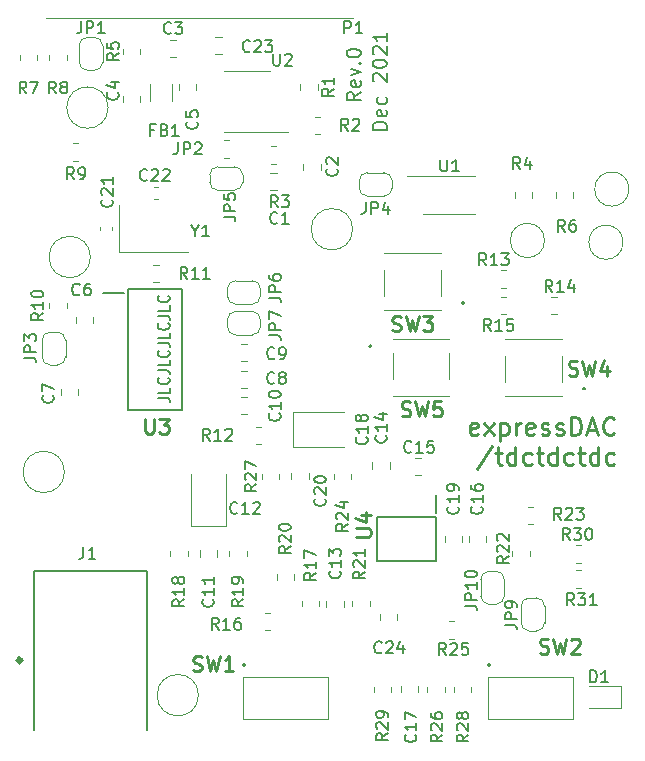
<source format=gto>
G04 #@! TF.GenerationSoftware,KiCad,Pcbnew,(5.1.7)-1*
G04 #@! TF.CreationDate,2022-01-01T19:06:31+01:00*
G04 #@! TF.ProjectId,expressDAC,65787072-6573-4734-9441-432e6b696361,rev?*
G04 #@! TF.SameCoordinates,Original*
G04 #@! TF.FileFunction,Legend,Top*
G04 #@! TF.FilePolarity,Positive*
%FSLAX46Y46*%
G04 Gerber Fmt 4.6, Leading zero omitted, Abs format (unit mm)*
G04 Created by KiCad (PCBNEW (5.1.7)-1) date 2022-01-01 19:06:31*
%MOMM*%
%LPD*%
G01*
G04 APERTURE LIST*
%ADD10C,0.150000*%
%ADD11C,0.200000*%
%ADD12C,0.250000*%
%ADD13C,0.120000*%
%ADD14C,0.400000*%
%ADD15C,0.127000*%
%ADD16C,0.100000*%
%ADD17C,0.254000*%
%ADD18C,3.000000*%
%ADD19R,0.700000X3.000000*%
%ADD20R,2.290000X3.000000*%
%ADD21O,1.200000X2.400000*%
%ADD22R,1.000000X1.150000*%
%ADD23R,1.000000X0.700000*%
%ADD24C,2.500000*%
%ADD25R,1.800000X0.450000*%
%ADD26R,0.450000X1.475000*%
%ADD27R,1.600000X1.300000*%
G04 APERTURE END LIST*
D10*
X55952380Y-73307142D02*
X56666666Y-73307142D01*
X56809523Y-73350000D01*
X56904761Y-73435714D01*
X56952380Y-73564285D01*
X56952380Y-73650000D01*
X56952380Y-72450000D02*
X56952380Y-72878571D01*
X55952380Y-72878571D01*
X56857142Y-71635714D02*
X56904761Y-71678571D01*
X56952380Y-71807142D01*
X56952380Y-71892857D01*
X56904761Y-72021428D01*
X56809523Y-72107142D01*
X56714285Y-72150000D01*
X56523809Y-72192857D01*
X56380952Y-72192857D01*
X56190476Y-72150000D01*
X56095238Y-72107142D01*
X56000000Y-72021428D01*
X55952380Y-71892857D01*
X55952380Y-71807142D01*
X56000000Y-71678571D01*
X56047619Y-71635714D01*
X55952380Y-70992857D02*
X56666666Y-70992857D01*
X56809523Y-71035714D01*
X56904761Y-71121428D01*
X56952380Y-71250000D01*
X56952380Y-71335714D01*
X56952380Y-70135714D02*
X56952380Y-70564285D01*
X55952380Y-70564285D01*
X56857142Y-69321428D02*
X56904761Y-69364285D01*
X56952380Y-69492857D01*
X56952380Y-69578571D01*
X56904761Y-69707142D01*
X56809523Y-69792857D01*
X56714285Y-69835714D01*
X56523809Y-69878571D01*
X56380952Y-69878571D01*
X56190476Y-69835714D01*
X56095238Y-69792857D01*
X56000000Y-69707142D01*
X55952380Y-69578571D01*
X55952380Y-69492857D01*
X56000000Y-69364285D01*
X56047619Y-69321428D01*
X55952380Y-68678571D02*
X56666666Y-68678571D01*
X56809523Y-68721428D01*
X56904761Y-68807142D01*
X56952380Y-68935714D01*
X56952380Y-69021428D01*
X56952380Y-67821428D02*
X56952380Y-68250000D01*
X55952380Y-68250000D01*
X56857142Y-67007142D02*
X56904761Y-67050000D01*
X56952380Y-67178571D01*
X56952380Y-67264285D01*
X56904761Y-67392857D01*
X56809523Y-67478571D01*
X56714285Y-67521428D01*
X56523809Y-67564285D01*
X56380952Y-67564285D01*
X56190476Y-67521428D01*
X56095238Y-67478571D01*
X56000000Y-67392857D01*
X55952380Y-67264285D01*
X55952380Y-67178571D01*
X56000000Y-67050000D01*
X56047619Y-67007142D01*
X55952380Y-66364285D02*
X56666666Y-66364285D01*
X56809523Y-66407142D01*
X56904761Y-66492857D01*
X56952380Y-66621428D01*
X56952380Y-66707142D01*
X56952380Y-65507142D02*
X56952380Y-65935714D01*
X55952380Y-65935714D01*
X56857142Y-64692857D02*
X56904761Y-64735714D01*
X56952380Y-64864285D01*
X56952380Y-64950000D01*
X56904761Y-65078571D01*
X56809523Y-65164285D01*
X56714285Y-65207142D01*
X56523809Y-65250000D01*
X56380952Y-65250000D01*
X56190476Y-65207142D01*
X56095238Y-65164285D01*
X56000000Y-65078571D01*
X55952380Y-64950000D01*
X55952380Y-64864285D01*
X56000000Y-64735714D01*
X56047619Y-64692857D01*
D11*
X73142857Y-47457142D02*
X72571428Y-47857142D01*
X73142857Y-48142857D02*
X71942857Y-48142857D01*
X71942857Y-47685714D01*
X72000000Y-47571428D01*
X72057142Y-47514285D01*
X72171428Y-47457142D01*
X72342857Y-47457142D01*
X72457142Y-47514285D01*
X72514285Y-47571428D01*
X72571428Y-47685714D01*
X72571428Y-48142857D01*
X73085714Y-46485714D02*
X73142857Y-46600000D01*
X73142857Y-46828571D01*
X73085714Y-46942857D01*
X72971428Y-47000000D01*
X72514285Y-47000000D01*
X72400000Y-46942857D01*
X72342857Y-46828571D01*
X72342857Y-46600000D01*
X72400000Y-46485714D01*
X72514285Y-46428571D01*
X72628571Y-46428571D01*
X72742857Y-47000000D01*
X72342857Y-46028571D02*
X73142857Y-45742857D01*
X72342857Y-45457142D01*
X73028571Y-45000000D02*
X73085714Y-44942857D01*
X73142857Y-45000000D01*
X73085714Y-45057142D01*
X73028571Y-45000000D01*
X73142857Y-45000000D01*
X71942857Y-44200000D02*
X71942857Y-44085714D01*
X72000000Y-43971428D01*
X72057142Y-43914285D01*
X72171428Y-43857142D01*
X72400000Y-43800000D01*
X72685714Y-43800000D01*
X72914285Y-43857142D01*
X73028571Y-43914285D01*
X73085714Y-43971428D01*
X73142857Y-44085714D01*
X73142857Y-44200000D01*
X73085714Y-44314285D01*
X73028571Y-44371428D01*
X72914285Y-44428571D01*
X72685714Y-44485714D01*
X72400000Y-44485714D01*
X72171428Y-44428571D01*
X72057142Y-44371428D01*
X72000000Y-44314285D01*
X71942857Y-44200000D01*
X75342857Y-50635714D02*
X74142857Y-50635714D01*
X74142857Y-50350000D01*
X74200000Y-50178571D01*
X74314285Y-50064285D01*
X74428571Y-50007142D01*
X74657142Y-49950000D01*
X74828571Y-49950000D01*
X75057142Y-50007142D01*
X75171428Y-50064285D01*
X75285714Y-50178571D01*
X75342857Y-50350000D01*
X75342857Y-50635714D01*
X75285714Y-48978571D02*
X75342857Y-49092857D01*
X75342857Y-49321428D01*
X75285714Y-49435714D01*
X75171428Y-49492857D01*
X74714285Y-49492857D01*
X74600000Y-49435714D01*
X74542857Y-49321428D01*
X74542857Y-49092857D01*
X74600000Y-48978571D01*
X74714285Y-48921428D01*
X74828571Y-48921428D01*
X74942857Y-49492857D01*
X75285714Y-47892857D02*
X75342857Y-48007142D01*
X75342857Y-48235714D01*
X75285714Y-48350000D01*
X75228571Y-48407142D01*
X75114285Y-48464285D01*
X74771428Y-48464285D01*
X74657142Y-48407142D01*
X74600000Y-48350000D01*
X74542857Y-48235714D01*
X74542857Y-48007142D01*
X74600000Y-47892857D01*
X74257142Y-46521428D02*
X74200000Y-46464285D01*
X74142857Y-46350000D01*
X74142857Y-46064285D01*
X74200000Y-45950000D01*
X74257142Y-45892857D01*
X74371428Y-45835714D01*
X74485714Y-45835714D01*
X74657142Y-45892857D01*
X75342857Y-46578571D01*
X75342857Y-45835714D01*
X74142857Y-45092857D02*
X74142857Y-44978571D01*
X74200000Y-44864285D01*
X74257142Y-44807142D01*
X74371428Y-44750000D01*
X74600000Y-44692857D01*
X74885714Y-44692857D01*
X75114285Y-44750000D01*
X75228571Y-44807142D01*
X75285714Y-44864285D01*
X75342857Y-44978571D01*
X75342857Y-45092857D01*
X75285714Y-45207142D01*
X75228571Y-45264285D01*
X75114285Y-45321428D01*
X74885714Y-45378571D01*
X74600000Y-45378571D01*
X74371428Y-45321428D01*
X74257142Y-45264285D01*
X74200000Y-45207142D01*
X74142857Y-45092857D01*
X74257142Y-44235714D02*
X74200000Y-44178571D01*
X74142857Y-44064285D01*
X74142857Y-43778571D01*
X74200000Y-43664285D01*
X74257142Y-43607142D01*
X74371428Y-43550000D01*
X74485714Y-43550000D01*
X74657142Y-43607142D01*
X75342857Y-44292857D01*
X75342857Y-43550000D01*
X75342857Y-42407142D02*
X75342857Y-43092857D01*
X75342857Y-42750000D02*
X74142857Y-42750000D01*
X74314285Y-42864285D01*
X74428571Y-42978571D01*
X74485714Y-43092857D01*
D12*
X83030357Y-76407142D02*
X82887500Y-76478571D01*
X82601785Y-76478571D01*
X82458928Y-76407142D01*
X82387500Y-76264285D01*
X82387500Y-75692857D01*
X82458928Y-75550000D01*
X82601785Y-75478571D01*
X82887500Y-75478571D01*
X83030357Y-75550000D01*
X83101785Y-75692857D01*
X83101785Y-75835714D01*
X82387500Y-75978571D01*
X83601785Y-76478571D02*
X84387500Y-75478571D01*
X83601785Y-75478571D02*
X84387500Y-76478571D01*
X84958928Y-75478571D02*
X84958928Y-76978571D01*
X84958928Y-75550000D02*
X85101785Y-75478571D01*
X85387500Y-75478571D01*
X85530357Y-75550000D01*
X85601785Y-75621428D01*
X85673214Y-75764285D01*
X85673214Y-76192857D01*
X85601785Y-76335714D01*
X85530357Y-76407142D01*
X85387500Y-76478571D01*
X85101785Y-76478571D01*
X84958928Y-76407142D01*
X86316071Y-76478571D02*
X86316071Y-75478571D01*
X86316071Y-75764285D02*
X86387500Y-75621428D01*
X86458928Y-75550000D01*
X86601785Y-75478571D01*
X86744642Y-75478571D01*
X87816071Y-76407142D02*
X87673214Y-76478571D01*
X87387500Y-76478571D01*
X87244642Y-76407142D01*
X87173214Y-76264285D01*
X87173214Y-75692857D01*
X87244642Y-75550000D01*
X87387500Y-75478571D01*
X87673214Y-75478571D01*
X87816071Y-75550000D01*
X87887500Y-75692857D01*
X87887500Y-75835714D01*
X87173214Y-75978571D01*
X88458928Y-76407142D02*
X88601785Y-76478571D01*
X88887500Y-76478571D01*
X89030357Y-76407142D01*
X89101785Y-76264285D01*
X89101785Y-76192857D01*
X89030357Y-76050000D01*
X88887500Y-75978571D01*
X88673214Y-75978571D01*
X88530357Y-75907142D01*
X88458928Y-75764285D01*
X88458928Y-75692857D01*
X88530357Y-75550000D01*
X88673214Y-75478571D01*
X88887500Y-75478571D01*
X89030357Y-75550000D01*
X89673214Y-76407142D02*
X89816071Y-76478571D01*
X90101785Y-76478571D01*
X90244642Y-76407142D01*
X90316071Y-76264285D01*
X90316071Y-76192857D01*
X90244642Y-76050000D01*
X90101785Y-75978571D01*
X89887500Y-75978571D01*
X89744642Y-75907142D01*
X89673214Y-75764285D01*
X89673214Y-75692857D01*
X89744642Y-75550000D01*
X89887500Y-75478571D01*
X90101785Y-75478571D01*
X90244642Y-75550000D01*
X90958928Y-76478571D02*
X90958928Y-74978571D01*
X91316071Y-74978571D01*
X91530357Y-75050000D01*
X91673214Y-75192857D01*
X91744642Y-75335714D01*
X91816071Y-75621428D01*
X91816071Y-75835714D01*
X91744642Y-76121428D01*
X91673214Y-76264285D01*
X91530357Y-76407142D01*
X91316071Y-76478571D01*
X90958928Y-76478571D01*
X92387500Y-76050000D02*
X93101785Y-76050000D01*
X92244642Y-76478571D02*
X92744642Y-74978571D01*
X93244642Y-76478571D01*
X94601785Y-76335714D02*
X94530357Y-76407142D01*
X94316071Y-76478571D01*
X94173214Y-76478571D01*
X93958928Y-76407142D01*
X93816071Y-76264285D01*
X93744642Y-76121428D01*
X93673214Y-75835714D01*
X93673214Y-75621428D01*
X93744642Y-75335714D01*
X93816071Y-75192857D01*
X93958928Y-75050000D01*
X94173214Y-74978571D01*
X94316071Y-74978571D01*
X94530357Y-75050000D01*
X94601785Y-75121428D01*
X84244642Y-77407142D02*
X82958928Y-79335714D01*
X84530357Y-77978571D02*
X85101785Y-77978571D01*
X84744642Y-77478571D02*
X84744642Y-78764285D01*
X84816071Y-78907142D01*
X84958928Y-78978571D01*
X85101785Y-78978571D01*
X86244642Y-78978571D02*
X86244642Y-77478571D01*
X86244642Y-78907142D02*
X86101785Y-78978571D01*
X85816071Y-78978571D01*
X85673214Y-78907142D01*
X85601785Y-78835714D01*
X85530357Y-78692857D01*
X85530357Y-78264285D01*
X85601785Y-78121428D01*
X85673214Y-78050000D01*
X85816071Y-77978571D01*
X86101785Y-77978571D01*
X86244642Y-78050000D01*
X87601785Y-78907142D02*
X87458928Y-78978571D01*
X87173214Y-78978571D01*
X87030357Y-78907142D01*
X86958928Y-78835714D01*
X86887500Y-78692857D01*
X86887500Y-78264285D01*
X86958928Y-78121428D01*
X87030357Y-78050000D01*
X87173214Y-77978571D01*
X87458928Y-77978571D01*
X87601785Y-78050000D01*
X88030357Y-77978571D02*
X88601785Y-77978571D01*
X88244642Y-77478571D02*
X88244642Y-78764285D01*
X88316071Y-78907142D01*
X88458928Y-78978571D01*
X88601785Y-78978571D01*
X89744642Y-78978571D02*
X89744642Y-77478571D01*
X89744642Y-78907142D02*
X89601785Y-78978571D01*
X89316071Y-78978571D01*
X89173214Y-78907142D01*
X89101785Y-78835714D01*
X89030357Y-78692857D01*
X89030357Y-78264285D01*
X89101785Y-78121428D01*
X89173214Y-78050000D01*
X89316071Y-77978571D01*
X89601785Y-77978571D01*
X89744642Y-78050000D01*
X91101785Y-78907142D02*
X90958928Y-78978571D01*
X90673214Y-78978571D01*
X90530357Y-78907142D01*
X90458928Y-78835714D01*
X90387500Y-78692857D01*
X90387500Y-78264285D01*
X90458928Y-78121428D01*
X90530357Y-78050000D01*
X90673214Y-77978571D01*
X90958928Y-77978571D01*
X91101785Y-78050000D01*
X91530357Y-77978571D02*
X92101785Y-77978571D01*
X91744642Y-77478571D02*
X91744642Y-78764285D01*
X91816071Y-78907142D01*
X91958928Y-78978571D01*
X92101785Y-78978571D01*
X93244642Y-78978571D02*
X93244642Y-77478571D01*
X93244642Y-78907142D02*
X93101785Y-78978571D01*
X92816071Y-78978571D01*
X92673214Y-78907142D01*
X92601785Y-78835714D01*
X92530357Y-78692857D01*
X92530357Y-78264285D01*
X92601785Y-78121428D01*
X92673214Y-78050000D01*
X92816071Y-77978571D01*
X93101785Y-77978571D01*
X93244642Y-78050000D01*
X94601785Y-78907142D02*
X94458928Y-78978571D01*
X94173214Y-78978571D01*
X94030357Y-78907142D01*
X93958928Y-78835714D01*
X93887500Y-78692857D01*
X93887500Y-78264285D01*
X93958928Y-78121428D01*
X94030357Y-78050000D01*
X94173214Y-77978571D01*
X94458928Y-77978571D01*
X94601785Y-78050000D01*
D13*
X72450000Y-59050000D02*
G75*
G03*
X72450000Y-59050000I-1750000J0D01*
G01*
X48050000Y-79600000D02*
G75*
G03*
X48050000Y-79600000I-1750000J0D01*
G01*
X46500000Y-41180000D02*
X72500000Y-41180000D01*
X74765000Y-92111252D02*
X74765000Y-91588748D01*
X76235000Y-92111252D02*
X76235000Y-91588748D01*
X91372936Y-89410000D02*
X91827064Y-89410000D01*
X91372936Y-87940000D02*
X91827064Y-87940000D01*
X91802064Y-85815000D02*
X91347936Y-85815000D01*
X91802064Y-87285000D02*
X91347936Y-87285000D01*
X95135000Y-97690000D02*
X92450000Y-97690000D01*
X95135000Y-99610000D02*
X95135000Y-97690000D01*
X92450000Y-99610000D02*
X95135000Y-99610000D01*
X63500000Y-45690000D02*
X61550000Y-45690000D01*
X63500000Y-45690000D02*
X65450000Y-45690000D01*
X63500000Y-50810000D02*
X61550000Y-50810000D01*
X63500000Y-50810000D02*
X66950000Y-50810000D01*
X65488748Y-55735000D02*
X66011252Y-55735000D01*
X65488748Y-54265000D02*
X66011252Y-54265000D01*
X69735000Y-53488748D02*
X69735000Y-54011252D01*
X68265000Y-53488748D02*
X68265000Y-54011252D01*
X56988748Y-44485000D02*
X57511252Y-44485000D01*
X56988748Y-43015000D02*
X57511252Y-43015000D01*
X54485000Y-48261252D02*
X54485000Y-47738748D01*
X53015000Y-48261252D02*
X53015000Y-47738748D01*
X57765000Y-47261252D02*
X57765000Y-46738748D01*
X59235000Y-47261252D02*
X59235000Y-46738748D01*
X49015000Y-67011252D02*
X49015000Y-66488748D01*
X50485000Y-67011252D02*
X50485000Y-66488748D01*
X49235000Y-73111252D02*
X49235000Y-72588748D01*
X47765000Y-73111252D02*
X47765000Y-72588748D01*
X62988748Y-71015000D02*
X63511252Y-71015000D01*
X62988748Y-72485000D02*
X63511252Y-72485000D01*
X62988748Y-68765000D02*
X63511252Y-68765000D01*
X62988748Y-70235000D02*
X63511252Y-70235000D01*
X62988748Y-74735000D02*
X63511252Y-74735000D01*
X62988748Y-73265000D02*
X63511252Y-73265000D01*
X60985000Y-86761252D02*
X60985000Y-86238748D01*
X59515000Y-86761252D02*
X59515000Y-86238748D01*
X61760000Y-84135000D02*
X61760000Y-79750000D01*
X58740000Y-84135000D02*
X61760000Y-84135000D01*
X58740000Y-79750000D02*
X58740000Y-84135000D01*
X70215000Y-91011252D02*
X70215000Y-90488748D01*
X71685000Y-91011252D02*
X71685000Y-90488748D01*
X74115000Y-78788748D02*
X74115000Y-79311252D01*
X75585000Y-78788748D02*
X75585000Y-79311252D01*
X78261252Y-79885000D02*
X77738748Y-79885000D01*
X78261252Y-78415000D02*
X77738748Y-78415000D01*
X82315000Y-85511252D02*
X82315000Y-84988748D01*
X83785000Y-85511252D02*
X83785000Y-84988748D01*
X76515000Y-97738748D02*
X76515000Y-98261252D01*
X77985000Y-97738748D02*
X77985000Y-98261252D01*
X71750000Y-74490000D02*
X67365000Y-74490000D01*
X67365000Y-74490000D02*
X67365000Y-77510000D01*
X67365000Y-77510000D02*
X71750000Y-77510000D01*
X80265000Y-85511252D02*
X80265000Y-84988748D01*
X81735000Y-85511252D02*
X81735000Y-84988748D01*
X67265000Y-80223752D02*
X67265000Y-79701248D01*
X68735000Y-80223752D02*
X68735000Y-79701248D01*
X51090000Y-59146267D02*
X51090000Y-58853733D01*
X52110000Y-59146267D02*
X52110000Y-58853733D01*
X55946267Y-55490000D02*
X55653733Y-55490000D01*
X55946267Y-56510000D02*
X55653733Y-56510000D01*
X60838748Y-44235000D02*
X61361252Y-44235000D01*
X60838748Y-42765000D02*
X61361252Y-42765000D01*
X55340000Y-48211252D02*
X55340000Y-46788748D01*
X57160000Y-48211252D02*
X57160000Y-46788748D01*
D14*
X44400000Y-95550000D02*
G75*
G03*
X44400000Y-95550000I-150000J0D01*
G01*
D15*
X45450000Y-101450000D02*
X45450000Y-87950000D01*
X45450000Y-87950000D02*
X55050000Y-87950000D01*
X55050000Y-87950000D02*
X55050000Y-101450000D01*
D13*
X49292000Y-44896000D02*
X49292000Y-43496000D01*
X49992000Y-42796000D02*
X50592000Y-42796000D01*
X51292000Y-43496000D02*
X51292000Y-44896000D01*
X50592000Y-45596000D02*
X49992000Y-45596000D01*
X49992000Y-45596000D02*
G75*
G02*
X49292000Y-44896000I0J700000D01*
G01*
X51292000Y-44896000D02*
G75*
G02*
X50592000Y-45596000I-700000J0D01*
G01*
X50592000Y-42796000D02*
G75*
G02*
X51292000Y-43496000I0J-700000D01*
G01*
X49292000Y-43496000D02*
G75*
G02*
X49992000Y-42796000I700000J0D01*
G01*
X61522936Y-51515000D02*
X61977064Y-51515000D01*
X61522936Y-52985000D02*
X61977064Y-52985000D01*
X47450000Y-70550000D02*
X46850000Y-70550000D01*
X48150000Y-68450000D02*
X48150000Y-69850000D01*
X46850000Y-67750000D02*
X47450000Y-67750000D01*
X46150000Y-69850000D02*
X46150000Y-68450000D01*
X46150000Y-68450000D02*
G75*
G02*
X46850000Y-67750000I700000J0D01*
G01*
X47450000Y-67750000D02*
G75*
G02*
X48150000Y-68450000I0J-700000D01*
G01*
X48150000Y-69850000D02*
G75*
G02*
X47450000Y-70550000I-700000J0D01*
G01*
X46850000Y-70550000D02*
G75*
G02*
X46150000Y-69850000I0J700000D01*
G01*
X75100000Y-56250000D02*
X73700000Y-56250000D01*
X73000000Y-55550000D02*
X73000000Y-54950000D01*
X73700000Y-54250000D02*
X75100000Y-54250000D01*
X75800000Y-54950000D02*
X75800000Y-55550000D01*
X75800000Y-55550000D02*
G75*
G02*
X75100000Y-56250000I-700000J0D01*
G01*
X75100000Y-54250000D02*
G75*
G02*
X75800000Y-54950000I0J-700000D01*
G01*
X73000000Y-54950000D02*
G75*
G02*
X73700000Y-54250000I700000J0D01*
G01*
X73700000Y-56250000D02*
G75*
G02*
X73000000Y-55550000I0J700000D01*
G01*
X62450000Y-55750000D02*
X61050000Y-55750000D01*
X60350000Y-55050000D02*
X60350000Y-54450000D01*
X61050000Y-53750000D02*
X62450000Y-53750000D01*
X63150000Y-54450000D02*
X63150000Y-55050000D01*
X63150000Y-55050000D02*
G75*
G02*
X62450000Y-55750000I-700000J0D01*
G01*
X62450000Y-53750000D02*
G75*
G02*
X63150000Y-54450000I0J-700000D01*
G01*
X60350000Y-54450000D02*
G75*
G02*
X61050000Y-53750000I700000J0D01*
G01*
X61050000Y-55750000D02*
G75*
G02*
X60350000Y-55050000I0J700000D01*
G01*
X61850000Y-64700000D02*
X61850000Y-64100000D01*
X63950000Y-65400000D02*
X62550000Y-65400000D01*
X64650000Y-64100000D02*
X64650000Y-64700000D01*
X62550000Y-63400000D02*
X63950000Y-63400000D01*
X63950000Y-63400000D02*
G75*
G02*
X64650000Y-64100000I0J-700000D01*
G01*
X64650000Y-64700000D02*
G75*
G02*
X63950000Y-65400000I-700000J0D01*
G01*
X62550000Y-65400000D02*
G75*
G02*
X61850000Y-64700000I0J700000D01*
G01*
X61850000Y-64100000D02*
G75*
G02*
X62550000Y-63400000I700000J0D01*
G01*
X61850000Y-67300000D02*
X61850000Y-66700000D01*
X63950000Y-68000000D02*
X62550000Y-68000000D01*
X64650000Y-66700000D02*
X64650000Y-67300000D01*
X62550000Y-66000000D02*
X63950000Y-66000000D01*
X63950000Y-66000000D02*
G75*
G02*
X64650000Y-66700000I0J-700000D01*
G01*
X64650000Y-67300000D02*
G75*
G02*
X63950000Y-68000000I-700000J0D01*
G01*
X62550000Y-68000000D02*
G75*
G02*
X61850000Y-67300000I0J700000D01*
G01*
X61850000Y-66700000D02*
G75*
G02*
X62550000Y-66000000I700000J0D01*
G01*
X88010000Y-93060000D02*
X87410000Y-93060000D01*
X88710000Y-90960000D02*
X88710000Y-92360000D01*
X87410000Y-90260000D02*
X88010000Y-90260000D01*
X86710000Y-92360000D02*
X86710000Y-90960000D01*
X86710000Y-90960000D02*
G75*
G02*
X87410000Y-90260000I700000J0D01*
G01*
X88010000Y-90260000D02*
G75*
G02*
X88710000Y-90960000I0J-700000D01*
G01*
X88710000Y-92360000D02*
G75*
G02*
X88010000Y-93060000I-700000J0D01*
G01*
X87410000Y-93060000D02*
G75*
G02*
X86710000Y-92360000I0J700000D01*
G01*
X83300000Y-90100000D02*
X83300000Y-88700000D01*
X84000000Y-88000000D02*
X84600000Y-88000000D01*
X85300000Y-88700000D02*
X85300000Y-90100000D01*
X84600000Y-90800000D02*
X84000000Y-90800000D01*
X84000000Y-90800000D02*
G75*
G02*
X83300000Y-90100000I0J700000D01*
G01*
X85300000Y-90100000D02*
G75*
G02*
X84600000Y-90800000I-700000J0D01*
G01*
X84600000Y-88000000D02*
G75*
G02*
X85300000Y-88700000I0J-700000D01*
G01*
X83300000Y-88700000D02*
G75*
G02*
X84000000Y-88000000I700000J0D01*
G01*
X69485000Y-46772936D02*
X69485000Y-47227064D01*
X68015000Y-46772936D02*
X68015000Y-47227064D01*
X69272936Y-50985000D02*
X69727064Y-50985000D01*
X69272936Y-49515000D02*
X69727064Y-49515000D01*
X65522936Y-52015000D02*
X65977064Y-52015000D01*
X65522936Y-53485000D02*
X65977064Y-53485000D01*
X87635000Y-55922936D02*
X87635000Y-56377064D01*
X86165000Y-55922936D02*
X86165000Y-56377064D01*
X54485000Y-43772936D02*
X54485000Y-44227064D01*
X53015000Y-43772936D02*
X53015000Y-44227064D01*
X91135000Y-55922936D02*
X91135000Y-56377064D01*
X89665000Y-55922936D02*
X89665000Y-56377064D01*
X44265000Y-44727064D02*
X44265000Y-44272936D01*
X45735000Y-44727064D02*
X45735000Y-44272936D01*
X48235000Y-44727064D02*
X48235000Y-44272936D01*
X46765000Y-44727064D02*
X46765000Y-44272936D01*
X48772936Y-51765000D02*
X49227064Y-51765000D01*
X48772936Y-53235000D02*
X49227064Y-53235000D01*
X48235000Y-65272936D02*
X48235000Y-65727064D01*
X46765000Y-65272936D02*
X46765000Y-65727064D01*
X56027064Y-63535000D02*
X55572936Y-63535000D01*
X56027064Y-62065000D02*
X55572936Y-62065000D01*
X64727064Y-75765000D02*
X64272936Y-75765000D01*
X64727064Y-77235000D02*
X64272936Y-77235000D01*
X85477064Y-62515000D02*
X85022936Y-62515000D01*
X85477064Y-63985000D02*
X85022936Y-63985000D01*
X89272936Y-66235000D02*
X89727064Y-66235000D01*
X89272936Y-64765000D02*
X89727064Y-64765000D01*
X85477064Y-64765000D02*
X85022936Y-64765000D01*
X85477064Y-66235000D02*
X85022936Y-66235000D01*
X65477064Y-91515000D02*
X65022936Y-91515000D01*
X65477064Y-92985000D02*
X65022936Y-92985000D01*
X69635000Y-90522936D02*
X69635000Y-90977064D01*
X68165000Y-90522936D02*
X68165000Y-90977064D01*
X58485000Y-86727064D02*
X58485000Y-86272936D01*
X57015000Y-86727064D02*
X57015000Y-86272936D01*
X62015000Y-86272936D02*
X62015000Y-86727064D01*
X63485000Y-86272936D02*
X63485000Y-86727064D01*
X66015000Y-88272936D02*
X66015000Y-88727064D01*
X67485000Y-88272936D02*
X67485000Y-88727064D01*
X73885000Y-90522936D02*
X73885000Y-90977064D01*
X72415000Y-90522936D02*
X72415000Y-90977064D01*
X87435000Y-86727064D02*
X87435000Y-86272936D01*
X85965000Y-86727064D02*
X85965000Y-86272936D01*
X87272936Y-82565000D02*
X87727064Y-82565000D01*
X87272936Y-84035000D02*
X87727064Y-84035000D01*
X72335000Y-79772936D02*
X72335000Y-80227064D01*
X70865000Y-79772936D02*
X70865000Y-80227064D01*
X81077064Y-93710000D02*
X80622936Y-93710000D01*
X81077064Y-92240000D02*
X80622936Y-92240000D01*
X80235000Y-98227064D02*
X80235000Y-97772936D01*
X78765000Y-98227064D02*
X78765000Y-97772936D01*
X64765000Y-80227064D02*
X64765000Y-79772936D01*
X66235000Y-80227064D02*
X66235000Y-79772936D01*
X81015000Y-97772936D02*
X81015000Y-98227064D01*
X82485000Y-97772936D02*
X82485000Y-98227064D01*
X75735000Y-97772936D02*
X75735000Y-98227064D01*
X74265000Y-97772936D02*
X74265000Y-98227064D01*
D11*
X63250000Y-96050000D02*
G75*
G02*
X63250000Y-95850000I0J100000D01*
G01*
X63250000Y-95850000D02*
G75*
G02*
X63250000Y-96050000I0J-100000D01*
G01*
D16*
X63150000Y-97000000D02*
X70350000Y-97000000D01*
X70350000Y-97000000D02*
X70350000Y-100500000D01*
X70350000Y-100500000D02*
X63150000Y-100500000D01*
X63150000Y-100500000D02*
X63150000Y-97000000D01*
D11*
X63250000Y-95850000D02*
X63250000Y-95850000D01*
X63250000Y-96050000D02*
X63250000Y-96050000D01*
X84000000Y-95850000D02*
G75*
G02*
X84000000Y-96050000I0J-100000D01*
G01*
X84000000Y-96050000D02*
G75*
G02*
X84000000Y-95850000I0J100000D01*
G01*
X84000000Y-96050000D02*
X84000000Y-96050000D01*
X84000000Y-95850000D02*
X84000000Y-95850000D01*
D16*
X83900000Y-100500000D02*
X83900000Y-97000000D01*
X91100000Y-100500000D02*
X83900000Y-100500000D01*
X91100000Y-97000000D02*
X91100000Y-100500000D01*
X83900000Y-97000000D02*
X91100000Y-97000000D01*
D11*
X81900000Y-65300000D02*
G75*
G02*
X81700000Y-65300000I-100000J0D01*
G01*
X81700000Y-65300000D02*
G75*
G02*
X81900000Y-65300000I100000J0D01*
G01*
X81700000Y-65300000D02*
X81700000Y-65300000D01*
X81900000Y-65300000D02*
X81900000Y-65300000D01*
D16*
X79900000Y-64700000D02*
X79900000Y-62500000D01*
X75100000Y-64700000D02*
X75100000Y-62500000D01*
X79900000Y-61100000D02*
X75100000Y-61100000D01*
X79900000Y-65900000D02*
X75100000Y-65900000D01*
D11*
X91950000Y-72550000D02*
G75*
G02*
X92150000Y-72550000I100000J0D01*
G01*
X92150000Y-72550000D02*
G75*
G02*
X91950000Y-72550000I-100000J0D01*
G01*
D16*
X90150000Y-73150000D02*
X85350000Y-73150000D01*
X90150000Y-68350000D02*
X85350000Y-68350000D01*
X85350000Y-71950000D02*
X85350000Y-69750000D01*
X90150000Y-71950000D02*
X90150000Y-69750000D01*
D11*
X92150000Y-72550000D02*
X92150000Y-72550000D01*
X91950000Y-72550000D02*
X91950000Y-72550000D01*
X74050000Y-68950000D02*
G75*
G02*
X73850000Y-68950000I-100000J0D01*
G01*
X73850000Y-68950000D02*
G75*
G02*
X74050000Y-68950000I100000J0D01*
G01*
D16*
X75850000Y-68350000D02*
X80650000Y-68350000D01*
X75850000Y-73150000D02*
X80650000Y-73150000D01*
X80650000Y-69550000D02*
X80650000Y-71750000D01*
X75850000Y-69550000D02*
X75850000Y-71750000D01*
D11*
X73850000Y-68950000D02*
X73850000Y-68950000D01*
X74050000Y-68950000D02*
X74050000Y-68950000D01*
D13*
X95850000Y-55650000D02*
G75*
G03*
X95850000Y-55650000I-1450000J0D01*
G01*
X88700000Y-60000000D02*
G75*
G03*
X88700000Y-60000000I-1450000J0D01*
G01*
X95350000Y-60150000D02*
G75*
G03*
X95350000Y-60150000I-1450000J0D01*
G01*
X50250000Y-61400000D02*
G75*
G03*
X50250000Y-61400000I-1750000J0D01*
G01*
X59400000Y-98500000D02*
G75*
G03*
X59400000Y-98500000I-1750000J0D01*
G01*
X51750000Y-48750000D02*
G75*
G03*
X51750000Y-48750000I-1750000J0D01*
G01*
X80650000Y-57760000D02*
X82850000Y-57760000D01*
X80650000Y-57760000D02*
X78450000Y-57760000D01*
X80650000Y-54540000D02*
X82850000Y-54540000D01*
X80650000Y-54540000D02*
X77050000Y-54540000D01*
D11*
X53450000Y-64150000D02*
X58050000Y-64150000D01*
X58050000Y-64150000D02*
X58050000Y-74350000D01*
X58050000Y-74350000D02*
X53450000Y-74350000D01*
X53450000Y-74350000D02*
X53450000Y-64150000D01*
X51300000Y-64450000D02*
X53100000Y-64450000D01*
X79500000Y-83400000D02*
X79500000Y-87100000D01*
X79500000Y-87100000D02*
X74500000Y-87100000D01*
X74500000Y-87100000D02*
X74500000Y-83400000D01*
X74500000Y-83400000D02*
X79500000Y-83400000D01*
X79525000Y-81575000D02*
X79525000Y-83050000D01*
D13*
X52700000Y-57000000D02*
X52700000Y-61000000D01*
X52700000Y-61000000D02*
X58500000Y-61000000D01*
D10*
X71761904Y-42452380D02*
X71761904Y-41452380D01*
X72142857Y-41452380D01*
X72238095Y-41500000D01*
X72285714Y-41547619D01*
X72333333Y-41642857D01*
X72333333Y-41785714D01*
X72285714Y-41880952D01*
X72238095Y-41928571D01*
X72142857Y-41976190D01*
X71761904Y-41976190D01*
X73285714Y-42452380D02*
X72714285Y-42452380D01*
X73000000Y-42452380D02*
X73000000Y-41452380D01*
X72904761Y-41595238D01*
X72809523Y-41690476D01*
X72714285Y-41738095D01*
X74907142Y-94857142D02*
X74859523Y-94904761D01*
X74716666Y-94952380D01*
X74621428Y-94952380D01*
X74478571Y-94904761D01*
X74383333Y-94809523D01*
X74335714Y-94714285D01*
X74288095Y-94523809D01*
X74288095Y-94380952D01*
X74335714Y-94190476D01*
X74383333Y-94095238D01*
X74478571Y-94000000D01*
X74621428Y-93952380D01*
X74716666Y-93952380D01*
X74859523Y-94000000D01*
X74907142Y-94047619D01*
X75288095Y-94047619D02*
X75335714Y-94000000D01*
X75430952Y-93952380D01*
X75669047Y-93952380D01*
X75764285Y-94000000D01*
X75811904Y-94047619D01*
X75859523Y-94142857D01*
X75859523Y-94238095D01*
X75811904Y-94380952D01*
X75240476Y-94952380D01*
X75859523Y-94952380D01*
X76716666Y-94285714D02*
X76716666Y-94952380D01*
X76478571Y-93904761D02*
X76240476Y-94619047D01*
X76859523Y-94619047D01*
X91207142Y-90877380D02*
X90873809Y-90401190D01*
X90635714Y-90877380D02*
X90635714Y-89877380D01*
X91016666Y-89877380D01*
X91111904Y-89925000D01*
X91159523Y-89972619D01*
X91207142Y-90067857D01*
X91207142Y-90210714D01*
X91159523Y-90305952D01*
X91111904Y-90353571D01*
X91016666Y-90401190D01*
X90635714Y-90401190D01*
X91540476Y-89877380D02*
X92159523Y-89877380D01*
X91826190Y-90258333D01*
X91969047Y-90258333D01*
X92064285Y-90305952D01*
X92111904Y-90353571D01*
X92159523Y-90448809D01*
X92159523Y-90686904D01*
X92111904Y-90782142D01*
X92064285Y-90829761D01*
X91969047Y-90877380D01*
X91683333Y-90877380D01*
X91588095Y-90829761D01*
X91540476Y-90782142D01*
X93111904Y-90877380D02*
X92540476Y-90877380D01*
X92826190Y-90877380D02*
X92826190Y-89877380D01*
X92730952Y-90020238D01*
X92635714Y-90115476D01*
X92540476Y-90163095D01*
X90827142Y-85352380D02*
X90493809Y-84876190D01*
X90255714Y-85352380D02*
X90255714Y-84352380D01*
X90636666Y-84352380D01*
X90731904Y-84400000D01*
X90779523Y-84447619D01*
X90827142Y-84542857D01*
X90827142Y-84685714D01*
X90779523Y-84780952D01*
X90731904Y-84828571D01*
X90636666Y-84876190D01*
X90255714Y-84876190D01*
X91160476Y-84352380D02*
X91779523Y-84352380D01*
X91446190Y-84733333D01*
X91589047Y-84733333D01*
X91684285Y-84780952D01*
X91731904Y-84828571D01*
X91779523Y-84923809D01*
X91779523Y-85161904D01*
X91731904Y-85257142D01*
X91684285Y-85304761D01*
X91589047Y-85352380D01*
X91303333Y-85352380D01*
X91208095Y-85304761D01*
X91160476Y-85257142D01*
X92398571Y-84352380D02*
X92493809Y-84352380D01*
X92589047Y-84400000D01*
X92636666Y-84447619D01*
X92684285Y-84542857D01*
X92731904Y-84733333D01*
X92731904Y-84971428D01*
X92684285Y-85161904D01*
X92636666Y-85257142D01*
X92589047Y-85304761D01*
X92493809Y-85352380D01*
X92398571Y-85352380D01*
X92303333Y-85304761D01*
X92255714Y-85257142D01*
X92208095Y-85161904D01*
X92160476Y-84971428D01*
X92160476Y-84733333D01*
X92208095Y-84542857D01*
X92255714Y-84447619D01*
X92303333Y-84400000D01*
X92398571Y-84352380D01*
X92561904Y-97402380D02*
X92561904Y-96402380D01*
X92800000Y-96402380D01*
X92942857Y-96450000D01*
X93038095Y-96545238D01*
X93085714Y-96640476D01*
X93133333Y-96830952D01*
X93133333Y-96973809D01*
X93085714Y-97164285D01*
X93038095Y-97259523D01*
X92942857Y-97354761D01*
X92800000Y-97402380D01*
X92561904Y-97402380D01*
X94085714Y-97402380D02*
X93514285Y-97402380D01*
X93800000Y-97402380D02*
X93800000Y-96402380D01*
X93704761Y-96545238D01*
X93609523Y-96640476D01*
X93514285Y-96688095D01*
X65738095Y-44202380D02*
X65738095Y-45011904D01*
X65785714Y-45107142D01*
X65833333Y-45154761D01*
X65928571Y-45202380D01*
X66119047Y-45202380D01*
X66214285Y-45154761D01*
X66261904Y-45107142D01*
X66309523Y-45011904D01*
X66309523Y-44202380D01*
X66738095Y-44297619D02*
X66785714Y-44250000D01*
X66880952Y-44202380D01*
X67119047Y-44202380D01*
X67214285Y-44250000D01*
X67261904Y-44297619D01*
X67309523Y-44392857D01*
X67309523Y-44488095D01*
X67261904Y-44630952D01*
X66690476Y-45202380D01*
X67309523Y-45202380D01*
X66083333Y-58497142D02*
X66035714Y-58544761D01*
X65892857Y-58592380D01*
X65797619Y-58592380D01*
X65654761Y-58544761D01*
X65559523Y-58449523D01*
X65511904Y-58354285D01*
X65464285Y-58163809D01*
X65464285Y-58020952D01*
X65511904Y-57830476D01*
X65559523Y-57735238D01*
X65654761Y-57640000D01*
X65797619Y-57592380D01*
X65892857Y-57592380D01*
X66035714Y-57640000D01*
X66083333Y-57687619D01*
X67035714Y-58592380D02*
X66464285Y-58592380D01*
X66750000Y-58592380D02*
X66750000Y-57592380D01*
X66654761Y-57735238D01*
X66559523Y-57830476D01*
X66464285Y-57878095D01*
X71107142Y-53916666D02*
X71154761Y-53964285D01*
X71202380Y-54107142D01*
X71202380Y-54202380D01*
X71154761Y-54345238D01*
X71059523Y-54440476D01*
X70964285Y-54488095D01*
X70773809Y-54535714D01*
X70630952Y-54535714D01*
X70440476Y-54488095D01*
X70345238Y-54440476D01*
X70250000Y-54345238D01*
X70202380Y-54202380D01*
X70202380Y-54107142D01*
X70250000Y-53964285D01*
X70297619Y-53916666D01*
X70297619Y-53535714D02*
X70250000Y-53488095D01*
X70202380Y-53392857D01*
X70202380Y-53154761D01*
X70250000Y-53059523D01*
X70297619Y-53011904D01*
X70392857Y-52964285D01*
X70488095Y-52964285D01*
X70630952Y-53011904D01*
X71202380Y-53583333D01*
X71202380Y-52964285D01*
X57083333Y-42427142D02*
X57035714Y-42474761D01*
X56892857Y-42522380D01*
X56797619Y-42522380D01*
X56654761Y-42474761D01*
X56559523Y-42379523D01*
X56511904Y-42284285D01*
X56464285Y-42093809D01*
X56464285Y-41950952D01*
X56511904Y-41760476D01*
X56559523Y-41665238D01*
X56654761Y-41570000D01*
X56797619Y-41522380D01*
X56892857Y-41522380D01*
X57035714Y-41570000D01*
X57083333Y-41617619D01*
X57416666Y-41522380D02*
X58035714Y-41522380D01*
X57702380Y-41903333D01*
X57845238Y-41903333D01*
X57940476Y-41950952D01*
X57988095Y-41998571D01*
X58035714Y-42093809D01*
X58035714Y-42331904D01*
X57988095Y-42427142D01*
X57940476Y-42474761D01*
X57845238Y-42522380D01*
X57559523Y-42522380D01*
X57464285Y-42474761D01*
X57416666Y-42427142D01*
X52557142Y-47466666D02*
X52604761Y-47514285D01*
X52652380Y-47657142D01*
X52652380Y-47752380D01*
X52604761Y-47895238D01*
X52509523Y-47990476D01*
X52414285Y-48038095D01*
X52223809Y-48085714D01*
X52080952Y-48085714D01*
X51890476Y-48038095D01*
X51795238Y-47990476D01*
X51700000Y-47895238D01*
X51652380Y-47752380D01*
X51652380Y-47657142D01*
X51700000Y-47514285D01*
X51747619Y-47466666D01*
X51985714Y-46609523D02*
X52652380Y-46609523D01*
X51604761Y-46847619D02*
X52319047Y-47085714D01*
X52319047Y-46466666D01*
X59247142Y-49946666D02*
X59294761Y-49994285D01*
X59342380Y-50137142D01*
X59342380Y-50232380D01*
X59294761Y-50375238D01*
X59199523Y-50470476D01*
X59104285Y-50518095D01*
X58913809Y-50565714D01*
X58770952Y-50565714D01*
X58580476Y-50518095D01*
X58485238Y-50470476D01*
X58390000Y-50375238D01*
X58342380Y-50232380D01*
X58342380Y-50137142D01*
X58390000Y-49994285D01*
X58437619Y-49946666D01*
X58342380Y-49041904D02*
X58342380Y-49518095D01*
X58818571Y-49565714D01*
X58770952Y-49518095D01*
X58723333Y-49422857D01*
X58723333Y-49184761D01*
X58770952Y-49089523D01*
X58818571Y-49041904D01*
X58913809Y-48994285D01*
X59151904Y-48994285D01*
X59247142Y-49041904D01*
X59294761Y-49089523D01*
X59342380Y-49184761D01*
X59342380Y-49422857D01*
X59294761Y-49518095D01*
X59247142Y-49565714D01*
X49333333Y-64557142D02*
X49285714Y-64604761D01*
X49142857Y-64652380D01*
X49047619Y-64652380D01*
X48904761Y-64604761D01*
X48809523Y-64509523D01*
X48761904Y-64414285D01*
X48714285Y-64223809D01*
X48714285Y-64080952D01*
X48761904Y-63890476D01*
X48809523Y-63795238D01*
X48904761Y-63700000D01*
X49047619Y-63652380D01*
X49142857Y-63652380D01*
X49285714Y-63700000D01*
X49333333Y-63747619D01*
X50190476Y-63652380D02*
X50000000Y-63652380D01*
X49904761Y-63700000D01*
X49857142Y-63747619D01*
X49761904Y-63890476D01*
X49714285Y-64080952D01*
X49714285Y-64461904D01*
X49761904Y-64557142D01*
X49809523Y-64604761D01*
X49904761Y-64652380D01*
X50095238Y-64652380D01*
X50190476Y-64604761D01*
X50238095Y-64557142D01*
X50285714Y-64461904D01*
X50285714Y-64223809D01*
X50238095Y-64128571D01*
X50190476Y-64080952D01*
X50095238Y-64033333D01*
X49904761Y-64033333D01*
X49809523Y-64080952D01*
X49761904Y-64128571D01*
X49714285Y-64223809D01*
X47057142Y-73116666D02*
X47104761Y-73164285D01*
X47152380Y-73307142D01*
X47152380Y-73402380D01*
X47104761Y-73545238D01*
X47009523Y-73640476D01*
X46914285Y-73688095D01*
X46723809Y-73735714D01*
X46580952Y-73735714D01*
X46390476Y-73688095D01*
X46295238Y-73640476D01*
X46200000Y-73545238D01*
X46152380Y-73402380D01*
X46152380Y-73307142D01*
X46200000Y-73164285D01*
X46247619Y-73116666D01*
X46152380Y-72783333D02*
X46152380Y-72116666D01*
X47152380Y-72545238D01*
X65833333Y-72057142D02*
X65785714Y-72104761D01*
X65642857Y-72152380D01*
X65547619Y-72152380D01*
X65404761Y-72104761D01*
X65309523Y-72009523D01*
X65261904Y-71914285D01*
X65214285Y-71723809D01*
X65214285Y-71580952D01*
X65261904Y-71390476D01*
X65309523Y-71295238D01*
X65404761Y-71200000D01*
X65547619Y-71152380D01*
X65642857Y-71152380D01*
X65785714Y-71200000D01*
X65833333Y-71247619D01*
X66404761Y-71580952D02*
X66309523Y-71533333D01*
X66261904Y-71485714D01*
X66214285Y-71390476D01*
X66214285Y-71342857D01*
X66261904Y-71247619D01*
X66309523Y-71200000D01*
X66404761Y-71152380D01*
X66595238Y-71152380D01*
X66690476Y-71200000D01*
X66738095Y-71247619D01*
X66785714Y-71342857D01*
X66785714Y-71390476D01*
X66738095Y-71485714D01*
X66690476Y-71533333D01*
X66595238Y-71580952D01*
X66404761Y-71580952D01*
X66309523Y-71628571D01*
X66261904Y-71676190D01*
X66214285Y-71771428D01*
X66214285Y-71961904D01*
X66261904Y-72057142D01*
X66309523Y-72104761D01*
X66404761Y-72152380D01*
X66595238Y-72152380D01*
X66690476Y-72104761D01*
X66738095Y-72057142D01*
X66785714Y-71961904D01*
X66785714Y-71771428D01*
X66738095Y-71676190D01*
X66690476Y-71628571D01*
X66595238Y-71580952D01*
X65833333Y-69957142D02*
X65785714Y-70004761D01*
X65642857Y-70052380D01*
X65547619Y-70052380D01*
X65404761Y-70004761D01*
X65309523Y-69909523D01*
X65261904Y-69814285D01*
X65214285Y-69623809D01*
X65214285Y-69480952D01*
X65261904Y-69290476D01*
X65309523Y-69195238D01*
X65404761Y-69100000D01*
X65547619Y-69052380D01*
X65642857Y-69052380D01*
X65785714Y-69100000D01*
X65833333Y-69147619D01*
X66309523Y-70052380D02*
X66500000Y-70052380D01*
X66595238Y-70004761D01*
X66642857Y-69957142D01*
X66738095Y-69814285D01*
X66785714Y-69623809D01*
X66785714Y-69242857D01*
X66738095Y-69147619D01*
X66690476Y-69100000D01*
X66595238Y-69052380D01*
X66404761Y-69052380D01*
X66309523Y-69100000D01*
X66261904Y-69147619D01*
X66214285Y-69242857D01*
X66214285Y-69480952D01*
X66261904Y-69576190D01*
X66309523Y-69623809D01*
X66404761Y-69671428D01*
X66595238Y-69671428D01*
X66690476Y-69623809D01*
X66738095Y-69576190D01*
X66785714Y-69480952D01*
X66257142Y-74642857D02*
X66304761Y-74690476D01*
X66352380Y-74833333D01*
X66352380Y-74928571D01*
X66304761Y-75071428D01*
X66209523Y-75166666D01*
X66114285Y-75214285D01*
X65923809Y-75261904D01*
X65780952Y-75261904D01*
X65590476Y-75214285D01*
X65495238Y-75166666D01*
X65400000Y-75071428D01*
X65352380Y-74928571D01*
X65352380Y-74833333D01*
X65400000Y-74690476D01*
X65447619Y-74642857D01*
X66352380Y-73690476D02*
X66352380Y-74261904D01*
X66352380Y-73976190D02*
X65352380Y-73976190D01*
X65495238Y-74071428D01*
X65590476Y-74166666D01*
X65638095Y-74261904D01*
X65352380Y-73071428D02*
X65352380Y-72976190D01*
X65400000Y-72880952D01*
X65447619Y-72833333D01*
X65542857Y-72785714D01*
X65733333Y-72738095D01*
X65971428Y-72738095D01*
X66161904Y-72785714D01*
X66257142Y-72833333D01*
X66304761Y-72880952D01*
X66352380Y-72976190D01*
X66352380Y-73071428D01*
X66304761Y-73166666D01*
X66257142Y-73214285D01*
X66161904Y-73261904D01*
X65971428Y-73309523D01*
X65733333Y-73309523D01*
X65542857Y-73261904D01*
X65447619Y-73214285D01*
X65400000Y-73166666D01*
X65352380Y-73071428D01*
X60607142Y-90392857D02*
X60654761Y-90440476D01*
X60702380Y-90583333D01*
X60702380Y-90678571D01*
X60654761Y-90821428D01*
X60559523Y-90916666D01*
X60464285Y-90964285D01*
X60273809Y-91011904D01*
X60130952Y-91011904D01*
X59940476Y-90964285D01*
X59845238Y-90916666D01*
X59750000Y-90821428D01*
X59702380Y-90678571D01*
X59702380Y-90583333D01*
X59750000Y-90440476D01*
X59797619Y-90392857D01*
X60702380Y-89440476D02*
X60702380Y-90011904D01*
X60702380Y-89726190D02*
X59702380Y-89726190D01*
X59845238Y-89821428D01*
X59940476Y-89916666D01*
X59988095Y-90011904D01*
X60702380Y-88488095D02*
X60702380Y-89059523D01*
X60702380Y-88773809D02*
X59702380Y-88773809D01*
X59845238Y-88869047D01*
X59940476Y-88964285D01*
X59988095Y-89059523D01*
X62707142Y-83047142D02*
X62659523Y-83094761D01*
X62516666Y-83142380D01*
X62421428Y-83142380D01*
X62278571Y-83094761D01*
X62183333Y-82999523D01*
X62135714Y-82904285D01*
X62088095Y-82713809D01*
X62088095Y-82570952D01*
X62135714Y-82380476D01*
X62183333Y-82285238D01*
X62278571Y-82190000D01*
X62421428Y-82142380D01*
X62516666Y-82142380D01*
X62659523Y-82190000D01*
X62707142Y-82237619D01*
X63659523Y-83142380D02*
X63088095Y-83142380D01*
X63373809Y-83142380D02*
X63373809Y-82142380D01*
X63278571Y-82285238D01*
X63183333Y-82380476D01*
X63088095Y-82428095D01*
X64040476Y-82237619D02*
X64088095Y-82190000D01*
X64183333Y-82142380D01*
X64421428Y-82142380D01*
X64516666Y-82190000D01*
X64564285Y-82237619D01*
X64611904Y-82332857D01*
X64611904Y-82428095D01*
X64564285Y-82570952D01*
X63992857Y-83142380D01*
X64611904Y-83142380D01*
X71357142Y-87992857D02*
X71404761Y-88040476D01*
X71452380Y-88183333D01*
X71452380Y-88278571D01*
X71404761Y-88421428D01*
X71309523Y-88516666D01*
X71214285Y-88564285D01*
X71023809Y-88611904D01*
X70880952Y-88611904D01*
X70690476Y-88564285D01*
X70595238Y-88516666D01*
X70500000Y-88421428D01*
X70452380Y-88278571D01*
X70452380Y-88183333D01*
X70500000Y-88040476D01*
X70547619Y-87992857D01*
X71452380Y-87040476D02*
X71452380Y-87611904D01*
X71452380Y-87326190D02*
X70452380Y-87326190D01*
X70595238Y-87421428D01*
X70690476Y-87516666D01*
X70738095Y-87611904D01*
X70452380Y-86707142D02*
X70452380Y-86088095D01*
X70833333Y-86421428D01*
X70833333Y-86278571D01*
X70880952Y-86183333D01*
X70928571Y-86135714D01*
X71023809Y-86088095D01*
X71261904Y-86088095D01*
X71357142Y-86135714D01*
X71404761Y-86183333D01*
X71452380Y-86278571D01*
X71452380Y-86564285D01*
X71404761Y-86659523D01*
X71357142Y-86707142D01*
X75257142Y-76492857D02*
X75304761Y-76540476D01*
X75352380Y-76683333D01*
X75352380Y-76778571D01*
X75304761Y-76921428D01*
X75209523Y-77016666D01*
X75114285Y-77064285D01*
X74923809Y-77111904D01*
X74780952Y-77111904D01*
X74590476Y-77064285D01*
X74495238Y-77016666D01*
X74400000Y-76921428D01*
X74352380Y-76778571D01*
X74352380Y-76683333D01*
X74400000Y-76540476D01*
X74447619Y-76492857D01*
X75352380Y-75540476D02*
X75352380Y-76111904D01*
X75352380Y-75826190D02*
X74352380Y-75826190D01*
X74495238Y-75921428D01*
X74590476Y-76016666D01*
X74638095Y-76111904D01*
X74685714Y-74683333D02*
X75352380Y-74683333D01*
X74304761Y-74921428D02*
X75019047Y-75159523D01*
X75019047Y-74540476D01*
X77427142Y-77877142D02*
X77379523Y-77924761D01*
X77236666Y-77972380D01*
X77141428Y-77972380D01*
X76998571Y-77924761D01*
X76903333Y-77829523D01*
X76855714Y-77734285D01*
X76808095Y-77543809D01*
X76808095Y-77400952D01*
X76855714Y-77210476D01*
X76903333Y-77115238D01*
X76998571Y-77020000D01*
X77141428Y-76972380D01*
X77236666Y-76972380D01*
X77379523Y-77020000D01*
X77427142Y-77067619D01*
X78379523Y-77972380D02*
X77808095Y-77972380D01*
X78093809Y-77972380D02*
X78093809Y-76972380D01*
X77998571Y-77115238D01*
X77903333Y-77210476D01*
X77808095Y-77258095D01*
X79284285Y-76972380D02*
X78808095Y-76972380D01*
X78760476Y-77448571D01*
X78808095Y-77400952D01*
X78903333Y-77353333D01*
X79141428Y-77353333D01*
X79236666Y-77400952D01*
X79284285Y-77448571D01*
X79331904Y-77543809D01*
X79331904Y-77781904D01*
X79284285Y-77877142D01*
X79236666Y-77924761D01*
X79141428Y-77972380D01*
X78903333Y-77972380D01*
X78808095Y-77924761D01*
X78760476Y-77877142D01*
X83357142Y-82542857D02*
X83404761Y-82590476D01*
X83452380Y-82733333D01*
X83452380Y-82828571D01*
X83404761Y-82971428D01*
X83309523Y-83066666D01*
X83214285Y-83114285D01*
X83023809Y-83161904D01*
X82880952Y-83161904D01*
X82690476Y-83114285D01*
X82595238Y-83066666D01*
X82500000Y-82971428D01*
X82452380Y-82828571D01*
X82452380Y-82733333D01*
X82500000Y-82590476D01*
X82547619Y-82542857D01*
X83452380Y-81590476D02*
X83452380Y-82161904D01*
X83452380Y-81876190D02*
X82452380Y-81876190D01*
X82595238Y-81971428D01*
X82690476Y-82066666D01*
X82738095Y-82161904D01*
X82452380Y-80733333D02*
X82452380Y-80923809D01*
X82500000Y-81019047D01*
X82547619Y-81066666D01*
X82690476Y-81161904D01*
X82880952Y-81209523D01*
X83261904Y-81209523D01*
X83357142Y-81161904D01*
X83404761Y-81114285D01*
X83452380Y-81019047D01*
X83452380Y-80828571D01*
X83404761Y-80733333D01*
X83357142Y-80685714D01*
X83261904Y-80638095D01*
X83023809Y-80638095D01*
X82928571Y-80685714D01*
X82880952Y-80733333D01*
X82833333Y-80828571D01*
X82833333Y-81019047D01*
X82880952Y-81114285D01*
X82928571Y-81161904D01*
X83023809Y-81209523D01*
X77757142Y-101842857D02*
X77804761Y-101890476D01*
X77852380Y-102033333D01*
X77852380Y-102128571D01*
X77804761Y-102271428D01*
X77709523Y-102366666D01*
X77614285Y-102414285D01*
X77423809Y-102461904D01*
X77280952Y-102461904D01*
X77090476Y-102414285D01*
X76995238Y-102366666D01*
X76900000Y-102271428D01*
X76852380Y-102128571D01*
X76852380Y-102033333D01*
X76900000Y-101890476D01*
X76947619Y-101842857D01*
X77852380Y-100890476D02*
X77852380Y-101461904D01*
X77852380Y-101176190D02*
X76852380Y-101176190D01*
X76995238Y-101271428D01*
X77090476Y-101366666D01*
X77138095Y-101461904D01*
X76852380Y-100557142D02*
X76852380Y-99890476D01*
X77852380Y-100319047D01*
X73627142Y-76652857D02*
X73674761Y-76700476D01*
X73722380Y-76843333D01*
X73722380Y-76938571D01*
X73674761Y-77081428D01*
X73579523Y-77176666D01*
X73484285Y-77224285D01*
X73293809Y-77271904D01*
X73150952Y-77271904D01*
X72960476Y-77224285D01*
X72865238Y-77176666D01*
X72770000Y-77081428D01*
X72722380Y-76938571D01*
X72722380Y-76843333D01*
X72770000Y-76700476D01*
X72817619Y-76652857D01*
X73722380Y-75700476D02*
X73722380Y-76271904D01*
X73722380Y-75986190D02*
X72722380Y-75986190D01*
X72865238Y-76081428D01*
X72960476Y-76176666D01*
X73008095Y-76271904D01*
X73150952Y-75129047D02*
X73103333Y-75224285D01*
X73055714Y-75271904D01*
X72960476Y-75319523D01*
X72912857Y-75319523D01*
X72817619Y-75271904D01*
X72770000Y-75224285D01*
X72722380Y-75129047D01*
X72722380Y-74938571D01*
X72770000Y-74843333D01*
X72817619Y-74795714D01*
X72912857Y-74748095D01*
X72960476Y-74748095D01*
X73055714Y-74795714D01*
X73103333Y-74843333D01*
X73150952Y-74938571D01*
X73150952Y-75129047D01*
X73198571Y-75224285D01*
X73246190Y-75271904D01*
X73341428Y-75319523D01*
X73531904Y-75319523D01*
X73627142Y-75271904D01*
X73674761Y-75224285D01*
X73722380Y-75129047D01*
X73722380Y-74938571D01*
X73674761Y-74843333D01*
X73627142Y-74795714D01*
X73531904Y-74748095D01*
X73341428Y-74748095D01*
X73246190Y-74795714D01*
X73198571Y-74843333D01*
X73150952Y-74938571D01*
X81357142Y-82542857D02*
X81404761Y-82590476D01*
X81452380Y-82733333D01*
X81452380Y-82828571D01*
X81404761Y-82971428D01*
X81309523Y-83066666D01*
X81214285Y-83114285D01*
X81023809Y-83161904D01*
X80880952Y-83161904D01*
X80690476Y-83114285D01*
X80595238Y-83066666D01*
X80500000Y-82971428D01*
X80452380Y-82828571D01*
X80452380Y-82733333D01*
X80500000Y-82590476D01*
X80547619Y-82542857D01*
X81452380Y-81590476D02*
X81452380Y-82161904D01*
X81452380Y-81876190D02*
X80452380Y-81876190D01*
X80595238Y-81971428D01*
X80690476Y-82066666D01*
X80738095Y-82161904D01*
X81452380Y-81114285D02*
X81452380Y-80923809D01*
X81404761Y-80828571D01*
X81357142Y-80780952D01*
X81214285Y-80685714D01*
X81023809Y-80638095D01*
X80642857Y-80638095D01*
X80547619Y-80685714D01*
X80500000Y-80733333D01*
X80452380Y-80828571D01*
X80452380Y-81019047D01*
X80500000Y-81114285D01*
X80547619Y-81161904D01*
X80642857Y-81209523D01*
X80880952Y-81209523D01*
X80976190Y-81161904D01*
X81023809Y-81114285D01*
X81071428Y-81019047D01*
X81071428Y-80828571D01*
X81023809Y-80733333D01*
X80976190Y-80685714D01*
X80880952Y-80638095D01*
X70107142Y-81855357D02*
X70154761Y-81902976D01*
X70202380Y-82045833D01*
X70202380Y-82141071D01*
X70154761Y-82283928D01*
X70059523Y-82379166D01*
X69964285Y-82426785D01*
X69773809Y-82474404D01*
X69630952Y-82474404D01*
X69440476Y-82426785D01*
X69345238Y-82379166D01*
X69250000Y-82283928D01*
X69202380Y-82141071D01*
X69202380Y-82045833D01*
X69250000Y-81902976D01*
X69297619Y-81855357D01*
X69297619Y-81474404D02*
X69250000Y-81426785D01*
X69202380Y-81331547D01*
X69202380Y-81093452D01*
X69250000Y-80998214D01*
X69297619Y-80950595D01*
X69392857Y-80902976D01*
X69488095Y-80902976D01*
X69630952Y-80950595D01*
X70202380Y-81522023D01*
X70202380Y-80902976D01*
X69202380Y-80283928D02*
X69202380Y-80188690D01*
X69250000Y-80093452D01*
X69297619Y-80045833D01*
X69392857Y-79998214D01*
X69583333Y-79950595D01*
X69821428Y-79950595D01*
X70011904Y-79998214D01*
X70107142Y-80045833D01*
X70154761Y-80093452D01*
X70202380Y-80188690D01*
X70202380Y-80283928D01*
X70154761Y-80379166D01*
X70107142Y-80426785D01*
X70011904Y-80474404D01*
X69821428Y-80522023D01*
X69583333Y-80522023D01*
X69392857Y-80474404D01*
X69297619Y-80426785D01*
X69250000Y-80379166D01*
X69202380Y-80283928D01*
X52057142Y-56542857D02*
X52104761Y-56590476D01*
X52152380Y-56733333D01*
X52152380Y-56828571D01*
X52104761Y-56971428D01*
X52009523Y-57066666D01*
X51914285Y-57114285D01*
X51723809Y-57161904D01*
X51580952Y-57161904D01*
X51390476Y-57114285D01*
X51295238Y-57066666D01*
X51200000Y-56971428D01*
X51152380Y-56828571D01*
X51152380Y-56733333D01*
X51200000Y-56590476D01*
X51247619Y-56542857D01*
X51247619Y-56161904D02*
X51200000Y-56114285D01*
X51152380Y-56019047D01*
X51152380Y-55780952D01*
X51200000Y-55685714D01*
X51247619Y-55638095D01*
X51342857Y-55590476D01*
X51438095Y-55590476D01*
X51580952Y-55638095D01*
X52152380Y-56209523D01*
X52152380Y-55590476D01*
X52152380Y-54638095D02*
X52152380Y-55209523D01*
X52152380Y-54923809D02*
X51152380Y-54923809D01*
X51295238Y-55019047D01*
X51390476Y-55114285D01*
X51438095Y-55209523D01*
X55057142Y-54857142D02*
X55009523Y-54904761D01*
X54866666Y-54952380D01*
X54771428Y-54952380D01*
X54628571Y-54904761D01*
X54533333Y-54809523D01*
X54485714Y-54714285D01*
X54438095Y-54523809D01*
X54438095Y-54380952D01*
X54485714Y-54190476D01*
X54533333Y-54095238D01*
X54628571Y-54000000D01*
X54771428Y-53952380D01*
X54866666Y-53952380D01*
X55009523Y-54000000D01*
X55057142Y-54047619D01*
X55438095Y-54047619D02*
X55485714Y-54000000D01*
X55580952Y-53952380D01*
X55819047Y-53952380D01*
X55914285Y-54000000D01*
X55961904Y-54047619D01*
X56009523Y-54142857D01*
X56009523Y-54238095D01*
X55961904Y-54380952D01*
X55390476Y-54952380D01*
X56009523Y-54952380D01*
X56390476Y-54047619D02*
X56438095Y-54000000D01*
X56533333Y-53952380D01*
X56771428Y-53952380D01*
X56866666Y-54000000D01*
X56914285Y-54047619D01*
X56961904Y-54142857D01*
X56961904Y-54238095D01*
X56914285Y-54380952D01*
X56342857Y-54952380D01*
X56961904Y-54952380D01*
X63757142Y-43957142D02*
X63709523Y-44004761D01*
X63566666Y-44052380D01*
X63471428Y-44052380D01*
X63328571Y-44004761D01*
X63233333Y-43909523D01*
X63185714Y-43814285D01*
X63138095Y-43623809D01*
X63138095Y-43480952D01*
X63185714Y-43290476D01*
X63233333Y-43195238D01*
X63328571Y-43100000D01*
X63471428Y-43052380D01*
X63566666Y-43052380D01*
X63709523Y-43100000D01*
X63757142Y-43147619D01*
X64138095Y-43147619D02*
X64185714Y-43100000D01*
X64280952Y-43052380D01*
X64519047Y-43052380D01*
X64614285Y-43100000D01*
X64661904Y-43147619D01*
X64709523Y-43242857D01*
X64709523Y-43338095D01*
X64661904Y-43480952D01*
X64090476Y-44052380D01*
X64709523Y-44052380D01*
X65042857Y-43052380D02*
X65661904Y-43052380D01*
X65328571Y-43433333D01*
X65471428Y-43433333D01*
X65566666Y-43480952D01*
X65614285Y-43528571D01*
X65661904Y-43623809D01*
X65661904Y-43861904D01*
X65614285Y-43957142D01*
X65566666Y-44004761D01*
X65471428Y-44052380D01*
X65185714Y-44052380D01*
X65090476Y-44004761D01*
X65042857Y-43957142D01*
X55666666Y-50628571D02*
X55333333Y-50628571D01*
X55333333Y-51152380D02*
X55333333Y-50152380D01*
X55809523Y-50152380D01*
X56523809Y-50628571D02*
X56666666Y-50676190D01*
X56714285Y-50723809D01*
X56761904Y-50819047D01*
X56761904Y-50961904D01*
X56714285Y-51057142D01*
X56666666Y-51104761D01*
X56571428Y-51152380D01*
X56190476Y-51152380D01*
X56190476Y-50152380D01*
X56523809Y-50152380D01*
X56619047Y-50200000D01*
X56666666Y-50247619D01*
X56714285Y-50342857D01*
X56714285Y-50438095D01*
X56666666Y-50533333D01*
X56619047Y-50580952D01*
X56523809Y-50628571D01*
X56190476Y-50628571D01*
X57714285Y-51152380D02*
X57142857Y-51152380D01*
X57428571Y-51152380D02*
X57428571Y-50152380D01*
X57333333Y-50295238D01*
X57238095Y-50390476D01*
X57142857Y-50438095D01*
X49666220Y-85951647D02*
X49666220Y-86666889D01*
X49618537Y-86809938D01*
X49523171Y-86905303D01*
X49380123Y-86952986D01*
X49284757Y-86952986D01*
X50667559Y-86952986D02*
X50095365Y-86952986D01*
X50381462Y-86952986D02*
X50381462Y-85951647D01*
X50286096Y-86094696D01*
X50190731Y-86190061D01*
X50095365Y-86237744D01*
X49466666Y-41452380D02*
X49466666Y-42166666D01*
X49419047Y-42309523D01*
X49323809Y-42404761D01*
X49180952Y-42452380D01*
X49085714Y-42452380D01*
X49942857Y-42452380D02*
X49942857Y-41452380D01*
X50323809Y-41452380D01*
X50419047Y-41500000D01*
X50466666Y-41547619D01*
X50514285Y-41642857D01*
X50514285Y-41785714D01*
X50466666Y-41880952D01*
X50419047Y-41928571D01*
X50323809Y-41976190D01*
X49942857Y-41976190D01*
X51466666Y-42452380D02*
X50895238Y-42452380D01*
X51180952Y-42452380D02*
X51180952Y-41452380D01*
X51085714Y-41595238D01*
X50990476Y-41690476D01*
X50895238Y-41738095D01*
X57666666Y-51702380D02*
X57666666Y-52416666D01*
X57619047Y-52559523D01*
X57523809Y-52654761D01*
X57380952Y-52702380D01*
X57285714Y-52702380D01*
X58142857Y-52702380D02*
X58142857Y-51702380D01*
X58523809Y-51702380D01*
X58619047Y-51750000D01*
X58666666Y-51797619D01*
X58714285Y-51892857D01*
X58714285Y-52035714D01*
X58666666Y-52130952D01*
X58619047Y-52178571D01*
X58523809Y-52226190D01*
X58142857Y-52226190D01*
X59095238Y-51797619D02*
X59142857Y-51750000D01*
X59238095Y-51702380D01*
X59476190Y-51702380D01*
X59571428Y-51750000D01*
X59619047Y-51797619D01*
X59666666Y-51892857D01*
X59666666Y-51988095D01*
X59619047Y-52130952D01*
X59047619Y-52702380D01*
X59666666Y-52702380D01*
X44652380Y-69933333D02*
X45366666Y-69933333D01*
X45509523Y-69980952D01*
X45604761Y-70076190D01*
X45652380Y-70219047D01*
X45652380Y-70314285D01*
X45652380Y-69457142D02*
X44652380Y-69457142D01*
X44652380Y-69076190D01*
X44700000Y-68980952D01*
X44747619Y-68933333D01*
X44842857Y-68885714D01*
X44985714Y-68885714D01*
X45080952Y-68933333D01*
X45128571Y-68980952D01*
X45176190Y-69076190D01*
X45176190Y-69457142D01*
X44652380Y-68552380D02*
X44652380Y-67933333D01*
X45033333Y-68266666D01*
X45033333Y-68123809D01*
X45080952Y-68028571D01*
X45128571Y-67980952D01*
X45223809Y-67933333D01*
X45461904Y-67933333D01*
X45557142Y-67980952D01*
X45604761Y-68028571D01*
X45652380Y-68123809D01*
X45652380Y-68409523D01*
X45604761Y-68504761D01*
X45557142Y-68552380D01*
X73566666Y-56752380D02*
X73566666Y-57466666D01*
X73519047Y-57609523D01*
X73423809Y-57704761D01*
X73280952Y-57752380D01*
X73185714Y-57752380D01*
X74042857Y-57752380D02*
X74042857Y-56752380D01*
X74423809Y-56752380D01*
X74519047Y-56800000D01*
X74566666Y-56847619D01*
X74614285Y-56942857D01*
X74614285Y-57085714D01*
X74566666Y-57180952D01*
X74519047Y-57228571D01*
X74423809Y-57276190D01*
X74042857Y-57276190D01*
X75471428Y-57085714D02*
X75471428Y-57752380D01*
X75233333Y-56704761D02*
X74995238Y-57419047D01*
X75614285Y-57419047D01*
X61522380Y-57993333D02*
X62236666Y-57993333D01*
X62379523Y-58040952D01*
X62474761Y-58136190D01*
X62522380Y-58279047D01*
X62522380Y-58374285D01*
X62522380Y-57517142D02*
X61522380Y-57517142D01*
X61522380Y-57136190D01*
X61570000Y-57040952D01*
X61617619Y-56993333D01*
X61712857Y-56945714D01*
X61855714Y-56945714D01*
X61950952Y-56993333D01*
X61998571Y-57040952D01*
X62046190Y-57136190D01*
X62046190Y-57517142D01*
X61522380Y-56040952D02*
X61522380Y-56517142D01*
X61998571Y-56564761D01*
X61950952Y-56517142D01*
X61903333Y-56421904D01*
X61903333Y-56183809D01*
X61950952Y-56088571D01*
X61998571Y-56040952D01*
X62093809Y-55993333D01*
X62331904Y-55993333D01*
X62427142Y-56040952D01*
X62474761Y-56088571D01*
X62522380Y-56183809D01*
X62522380Y-56421904D01*
X62474761Y-56517142D01*
X62427142Y-56564761D01*
X65352380Y-64833333D02*
X66066666Y-64833333D01*
X66209523Y-64880952D01*
X66304761Y-64976190D01*
X66352380Y-65119047D01*
X66352380Y-65214285D01*
X66352380Y-64357142D02*
X65352380Y-64357142D01*
X65352380Y-63976190D01*
X65400000Y-63880952D01*
X65447619Y-63833333D01*
X65542857Y-63785714D01*
X65685714Y-63785714D01*
X65780952Y-63833333D01*
X65828571Y-63880952D01*
X65876190Y-63976190D01*
X65876190Y-64357142D01*
X65352380Y-62928571D02*
X65352380Y-63119047D01*
X65400000Y-63214285D01*
X65447619Y-63261904D01*
X65590476Y-63357142D01*
X65780952Y-63404761D01*
X66161904Y-63404761D01*
X66257142Y-63357142D01*
X66304761Y-63309523D01*
X66352380Y-63214285D01*
X66352380Y-63023809D01*
X66304761Y-62928571D01*
X66257142Y-62880952D01*
X66161904Y-62833333D01*
X65923809Y-62833333D01*
X65828571Y-62880952D01*
X65780952Y-62928571D01*
X65733333Y-63023809D01*
X65733333Y-63214285D01*
X65780952Y-63309523D01*
X65828571Y-63357142D01*
X65923809Y-63404761D01*
X65352380Y-68033333D02*
X66066666Y-68033333D01*
X66209523Y-68080952D01*
X66304761Y-68176190D01*
X66352380Y-68319047D01*
X66352380Y-68414285D01*
X66352380Y-67557142D02*
X65352380Y-67557142D01*
X65352380Y-67176190D01*
X65400000Y-67080952D01*
X65447619Y-67033333D01*
X65542857Y-66985714D01*
X65685714Y-66985714D01*
X65780952Y-67033333D01*
X65828571Y-67080952D01*
X65876190Y-67176190D01*
X65876190Y-67557142D01*
X65352380Y-66652380D02*
X65352380Y-65985714D01*
X66352380Y-66414285D01*
X85362380Y-92543333D02*
X86076666Y-92543333D01*
X86219523Y-92590952D01*
X86314761Y-92686190D01*
X86362380Y-92829047D01*
X86362380Y-92924285D01*
X86362380Y-92067142D02*
X85362380Y-92067142D01*
X85362380Y-91686190D01*
X85410000Y-91590952D01*
X85457619Y-91543333D01*
X85552857Y-91495714D01*
X85695714Y-91495714D01*
X85790952Y-91543333D01*
X85838571Y-91590952D01*
X85886190Y-91686190D01*
X85886190Y-92067142D01*
X86362380Y-91019523D02*
X86362380Y-90829047D01*
X86314761Y-90733809D01*
X86267142Y-90686190D01*
X86124285Y-90590952D01*
X85933809Y-90543333D01*
X85552857Y-90543333D01*
X85457619Y-90590952D01*
X85410000Y-90638571D01*
X85362380Y-90733809D01*
X85362380Y-90924285D01*
X85410000Y-91019523D01*
X85457619Y-91067142D01*
X85552857Y-91114761D01*
X85790952Y-91114761D01*
X85886190Y-91067142D01*
X85933809Y-91019523D01*
X85981428Y-90924285D01*
X85981428Y-90733809D01*
X85933809Y-90638571D01*
X85886190Y-90590952D01*
X85790952Y-90543333D01*
X81952380Y-90909523D02*
X82666666Y-90909523D01*
X82809523Y-90957142D01*
X82904761Y-91052380D01*
X82952380Y-91195238D01*
X82952380Y-91290476D01*
X82952380Y-90433333D02*
X81952380Y-90433333D01*
X81952380Y-90052380D01*
X82000000Y-89957142D01*
X82047619Y-89909523D01*
X82142857Y-89861904D01*
X82285714Y-89861904D01*
X82380952Y-89909523D01*
X82428571Y-89957142D01*
X82476190Y-90052380D01*
X82476190Y-90433333D01*
X82952380Y-88909523D02*
X82952380Y-89480952D01*
X82952380Y-89195238D02*
X81952380Y-89195238D01*
X82095238Y-89290476D01*
X82190476Y-89385714D01*
X82238095Y-89480952D01*
X81952380Y-88290476D02*
X81952380Y-88195238D01*
X82000000Y-88100000D01*
X82047619Y-88052380D01*
X82142857Y-88004761D01*
X82333333Y-87957142D01*
X82571428Y-87957142D01*
X82761904Y-88004761D01*
X82857142Y-88052380D01*
X82904761Y-88100000D01*
X82952380Y-88195238D01*
X82952380Y-88290476D01*
X82904761Y-88385714D01*
X82857142Y-88433333D01*
X82761904Y-88480952D01*
X82571428Y-88528571D01*
X82333333Y-88528571D01*
X82142857Y-88480952D01*
X82047619Y-88433333D01*
X82000000Y-88385714D01*
X81952380Y-88290476D01*
X70852380Y-47166666D02*
X70376190Y-47500000D01*
X70852380Y-47738095D02*
X69852380Y-47738095D01*
X69852380Y-47357142D01*
X69900000Y-47261904D01*
X69947619Y-47214285D01*
X70042857Y-47166666D01*
X70185714Y-47166666D01*
X70280952Y-47214285D01*
X70328571Y-47261904D01*
X70376190Y-47357142D01*
X70376190Y-47738095D01*
X70852380Y-46214285D02*
X70852380Y-46785714D01*
X70852380Y-46500000D02*
X69852380Y-46500000D01*
X69995238Y-46595238D01*
X70090476Y-46690476D01*
X70138095Y-46785714D01*
X72083333Y-50702380D02*
X71750000Y-50226190D01*
X71511904Y-50702380D02*
X71511904Y-49702380D01*
X71892857Y-49702380D01*
X71988095Y-49750000D01*
X72035714Y-49797619D01*
X72083333Y-49892857D01*
X72083333Y-50035714D01*
X72035714Y-50130952D01*
X71988095Y-50178571D01*
X71892857Y-50226190D01*
X71511904Y-50226190D01*
X72464285Y-49797619D02*
X72511904Y-49750000D01*
X72607142Y-49702380D01*
X72845238Y-49702380D01*
X72940476Y-49750000D01*
X72988095Y-49797619D01*
X73035714Y-49892857D01*
X73035714Y-49988095D01*
X72988095Y-50130952D01*
X72416666Y-50702380D01*
X73035714Y-50702380D01*
X66103333Y-57192380D02*
X65770000Y-56716190D01*
X65531904Y-57192380D02*
X65531904Y-56192380D01*
X65912857Y-56192380D01*
X66008095Y-56240000D01*
X66055714Y-56287619D01*
X66103333Y-56382857D01*
X66103333Y-56525714D01*
X66055714Y-56620952D01*
X66008095Y-56668571D01*
X65912857Y-56716190D01*
X65531904Y-56716190D01*
X66436666Y-56192380D02*
X67055714Y-56192380D01*
X66722380Y-56573333D01*
X66865238Y-56573333D01*
X66960476Y-56620952D01*
X67008095Y-56668571D01*
X67055714Y-56763809D01*
X67055714Y-57001904D01*
X67008095Y-57097142D01*
X66960476Y-57144761D01*
X66865238Y-57192380D01*
X66579523Y-57192380D01*
X66484285Y-57144761D01*
X66436666Y-57097142D01*
X86633333Y-53952380D02*
X86300000Y-53476190D01*
X86061904Y-53952380D02*
X86061904Y-52952380D01*
X86442857Y-52952380D01*
X86538095Y-53000000D01*
X86585714Y-53047619D01*
X86633333Y-53142857D01*
X86633333Y-53285714D01*
X86585714Y-53380952D01*
X86538095Y-53428571D01*
X86442857Y-53476190D01*
X86061904Y-53476190D01*
X87490476Y-53285714D02*
X87490476Y-53952380D01*
X87252380Y-52904761D02*
X87014285Y-53619047D01*
X87633333Y-53619047D01*
X52652380Y-44166666D02*
X52176190Y-44500000D01*
X52652380Y-44738095D02*
X51652380Y-44738095D01*
X51652380Y-44357142D01*
X51700000Y-44261904D01*
X51747619Y-44214285D01*
X51842857Y-44166666D01*
X51985714Y-44166666D01*
X52080952Y-44214285D01*
X52128571Y-44261904D01*
X52176190Y-44357142D01*
X52176190Y-44738095D01*
X51652380Y-43261904D02*
X51652380Y-43738095D01*
X52128571Y-43785714D01*
X52080952Y-43738095D01*
X52033333Y-43642857D01*
X52033333Y-43404761D01*
X52080952Y-43309523D01*
X52128571Y-43261904D01*
X52223809Y-43214285D01*
X52461904Y-43214285D01*
X52557142Y-43261904D01*
X52604761Y-43309523D01*
X52652380Y-43404761D01*
X52652380Y-43642857D01*
X52604761Y-43738095D01*
X52557142Y-43785714D01*
X90433333Y-59252380D02*
X90100000Y-58776190D01*
X89861904Y-59252380D02*
X89861904Y-58252380D01*
X90242857Y-58252380D01*
X90338095Y-58300000D01*
X90385714Y-58347619D01*
X90433333Y-58442857D01*
X90433333Y-58585714D01*
X90385714Y-58680952D01*
X90338095Y-58728571D01*
X90242857Y-58776190D01*
X89861904Y-58776190D01*
X91290476Y-58252380D02*
X91100000Y-58252380D01*
X91004761Y-58300000D01*
X90957142Y-58347619D01*
X90861904Y-58490476D01*
X90814285Y-58680952D01*
X90814285Y-59061904D01*
X90861904Y-59157142D01*
X90909523Y-59204761D01*
X91004761Y-59252380D01*
X91195238Y-59252380D01*
X91290476Y-59204761D01*
X91338095Y-59157142D01*
X91385714Y-59061904D01*
X91385714Y-58823809D01*
X91338095Y-58728571D01*
X91290476Y-58680952D01*
X91195238Y-58633333D01*
X91004761Y-58633333D01*
X90909523Y-58680952D01*
X90861904Y-58728571D01*
X90814285Y-58823809D01*
X44833333Y-47552380D02*
X44500000Y-47076190D01*
X44261904Y-47552380D02*
X44261904Y-46552380D01*
X44642857Y-46552380D01*
X44738095Y-46600000D01*
X44785714Y-46647619D01*
X44833333Y-46742857D01*
X44833333Y-46885714D01*
X44785714Y-46980952D01*
X44738095Y-47028571D01*
X44642857Y-47076190D01*
X44261904Y-47076190D01*
X45166666Y-46552380D02*
X45833333Y-46552380D01*
X45404761Y-47552380D01*
X47333333Y-47552380D02*
X47000000Y-47076190D01*
X46761904Y-47552380D02*
X46761904Y-46552380D01*
X47142857Y-46552380D01*
X47238095Y-46600000D01*
X47285714Y-46647619D01*
X47333333Y-46742857D01*
X47333333Y-46885714D01*
X47285714Y-46980952D01*
X47238095Y-47028571D01*
X47142857Y-47076190D01*
X46761904Y-47076190D01*
X47904761Y-46980952D02*
X47809523Y-46933333D01*
X47761904Y-46885714D01*
X47714285Y-46790476D01*
X47714285Y-46742857D01*
X47761904Y-46647619D01*
X47809523Y-46600000D01*
X47904761Y-46552380D01*
X48095238Y-46552380D01*
X48190476Y-46600000D01*
X48238095Y-46647619D01*
X48285714Y-46742857D01*
X48285714Y-46790476D01*
X48238095Y-46885714D01*
X48190476Y-46933333D01*
X48095238Y-46980952D01*
X47904761Y-46980952D01*
X47809523Y-47028571D01*
X47761904Y-47076190D01*
X47714285Y-47171428D01*
X47714285Y-47361904D01*
X47761904Y-47457142D01*
X47809523Y-47504761D01*
X47904761Y-47552380D01*
X48095238Y-47552380D01*
X48190476Y-47504761D01*
X48238095Y-47457142D01*
X48285714Y-47361904D01*
X48285714Y-47171428D01*
X48238095Y-47076190D01*
X48190476Y-47028571D01*
X48095238Y-46980952D01*
X48855333Y-54808380D02*
X48522000Y-54332190D01*
X48283904Y-54808380D02*
X48283904Y-53808380D01*
X48664857Y-53808380D01*
X48760095Y-53856000D01*
X48807714Y-53903619D01*
X48855333Y-53998857D01*
X48855333Y-54141714D01*
X48807714Y-54236952D01*
X48760095Y-54284571D01*
X48664857Y-54332190D01*
X48283904Y-54332190D01*
X49331523Y-54808380D02*
X49522000Y-54808380D01*
X49617238Y-54760761D01*
X49664857Y-54713142D01*
X49760095Y-54570285D01*
X49807714Y-54379809D01*
X49807714Y-53998857D01*
X49760095Y-53903619D01*
X49712476Y-53856000D01*
X49617238Y-53808380D01*
X49426761Y-53808380D01*
X49331523Y-53856000D01*
X49283904Y-53903619D01*
X49236285Y-53998857D01*
X49236285Y-54236952D01*
X49283904Y-54332190D01*
X49331523Y-54379809D01*
X49426761Y-54427428D01*
X49617238Y-54427428D01*
X49712476Y-54379809D01*
X49760095Y-54332190D01*
X49807714Y-54236952D01*
X46252380Y-66142857D02*
X45776190Y-66476190D01*
X46252380Y-66714285D02*
X45252380Y-66714285D01*
X45252380Y-66333333D01*
X45300000Y-66238095D01*
X45347619Y-66190476D01*
X45442857Y-66142857D01*
X45585714Y-66142857D01*
X45680952Y-66190476D01*
X45728571Y-66238095D01*
X45776190Y-66333333D01*
X45776190Y-66714285D01*
X46252380Y-65190476D02*
X46252380Y-65761904D01*
X46252380Y-65476190D02*
X45252380Y-65476190D01*
X45395238Y-65571428D01*
X45490476Y-65666666D01*
X45538095Y-65761904D01*
X45252380Y-64571428D02*
X45252380Y-64476190D01*
X45300000Y-64380952D01*
X45347619Y-64333333D01*
X45442857Y-64285714D01*
X45633333Y-64238095D01*
X45871428Y-64238095D01*
X46061904Y-64285714D01*
X46157142Y-64333333D01*
X46204761Y-64380952D01*
X46252380Y-64476190D01*
X46252380Y-64571428D01*
X46204761Y-64666666D01*
X46157142Y-64714285D01*
X46061904Y-64761904D01*
X45871428Y-64809523D01*
X45633333Y-64809523D01*
X45442857Y-64761904D01*
X45347619Y-64714285D01*
X45300000Y-64666666D01*
X45252380Y-64571428D01*
X58457142Y-63252380D02*
X58123809Y-62776190D01*
X57885714Y-63252380D02*
X57885714Y-62252380D01*
X58266666Y-62252380D01*
X58361904Y-62300000D01*
X58409523Y-62347619D01*
X58457142Y-62442857D01*
X58457142Y-62585714D01*
X58409523Y-62680952D01*
X58361904Y-62728571D01*
X58266666Y-62776190D01*
X57885714Y-62776190D01*
X59409523Y-63252380D02*
X58838095Y-63252380D01*
X59123809Y-63252380D02*
X59123809Y-62252380D01*
X59028571Y-62395238D01*
X58933333Y-62490476D01*
X58838095Y-62538095D01*
X60361904Y-63252380D02*
X59790476Y-63252380D01*
X60076190Y-63252380D02*
X60076190Y-62252380D01*
X59980952Y-62395238D01*
X59885714Y-62490476D01*
X59790476Y-62538095D01*
X60357142Y-76952380D02*
X60023809Y-76476190D01*
X59785714Y-76952380D02*
X59785714Y-75952380D01*
X60166666Y-75952380D01*
X60261904Y-76000000D01*
X60309523Y-76047619D01*
X60357142Y-76142857D01*
X60357142Y-76285714D01*
X60309523Y-76380952D01*
X60261904Y-76428571D01*
X60166666Y-76476190D01*
X59785714Y-76476190D01*
X61309523Y-76952380D02*
X60738095Y-76952380D01*
X61023809Y-76952380D02*
X61023809Y-75952380D01*
X60928571Y-76095238D01*
X60833333Y-76190476D01*
X60738095Y-76238095D01*
X61690476Y-76047619D02*
X61738095Y-76000000D01*
X61833333Y-75952380D01*
X62071428Y-75952380D01*
X62166666Y-76000000D01*
X62214285Y-76047619D01*
X62261904Y-76142857D01*
X62261904Y-76238095D01*
X62214285Y-76380952D01*
X61642857Y-76952380D01*
X62261904Y-76952380D01*
X83757142Y-62102380D02*
X83423809Y-61626190D01*
X83185714Y-62102380D02*
X83185714Y-61102380D01*
X83566666Y-61102380D01*
X83661904Y-61150000D01*
X83709523Y-61197619D01*
X83757142Y-61292857D01*
X83757142Y-61435714D01*
X83709523Y-61530952D01*
X83661904Y-61578571D01*
X83566666Y-61626190D01*
X83185714Y-61626190D01*
X84709523Y-62102380D02*
X84138095Y-62102380D01*
X84423809Y-62102380D02*
X84423809Y-61102380D01*
X84328571Y-61245238D01*
X84233333Y-61340476D01*
X84138095Y-61388095D01*
X85042857Y-61102380D02*
X85661904Y-61102380D01*
X85328571Y-61483333D01*
X85471428Y-61483333D01*
X85566666Y-61530952D01*
X85614285Y-61578571D01*
X85661904Y-61673809D01*
X85661904Y-61911904D01*
X85614285Y-62007142D01*
X85566666Y-62054761D01*
X85471428Y-62102380D01*
X85185714Y-62102380D01*
X85090476Y-62054761D01*
X85042857Y-62007142D01*
X89357142Y-64352380D02*
X89023809Y-63876190D01*
X88785714Y-64352380D02*
X88785714Y-63352380D01*
X89166666Y-63352380D01*
X89261904Y-63400000D01*
X89309523Y-63447619D01*
X89357142Y-63542857D01*
X89357142Y-63685714D01*
X89309523Y-63780952D01*
X89261904Y-63828571D01*
X89166666Y-63876190D01*
X88785714Y-63876190D01*
X90309523Y-64352380D02*
X89738095Y-64352380D01*
X90023809Y-64352380D02*
X90023809Y-63352380D01*
X89928571Y-63495238D01*
X89833333Y-63590476D01*
X89738095Y-63638095D01*
X91166666Y-63685714D02*
X91166666Y-64352380D01*
X90928571Y-63304761D02*
X90690476Y-64019047D01*
X91309523Y-64019047D01*
X84157142Y-67652380D02*
X83823809Y-67176190D01*
X83585714Y-67652380D02*
X83585714Y-66652380D01*
X83966666Y-66652380D01*
X84061904Y-66700000D01*
X84109523Y-66747619D01*
X84157142Y-66842857D01*
X84157142Y-66985714D01*
X84109523Y-67080952D01*
X84061904Y-67128571D01*
X83966666Y-67176190D01*
X83585714Y-67176190D01*
X85109523Y-67652380D02*
X84538095Y-67652380D01*
X84823809Y-67652380D02*
X84823809Y-66652380D01*
X84728571Y-66795238D01*
X84633333Y-66890476D01*
X84538095Y-66938095D01*
X86014285Y-66652380D02*
X85538095Y-66652380D01*
X85490476Y-67128571D01*
X85538095Y-67080952D01*
X85633333Y-67033333D01*
X85871428Y-67033333D01*
X85966666Y-67080952D01*
X86014285Y-67128571D01*
X86061904Y-67223809D01*
X86061904Y-67461904D01*
X86014285Y-67557142D01*
X85966666Y-67604761D01*
X85871428Y-67652380D01*
X85633333Y-67652380D01*
X85538095Y-67604761D01*
X85490476Y-67557142D01*
X61107142Y-92952380D02*
X60773809Y-92476190D01*
X60535714Y-92952380D02*
X60535714Y-91952380D01*
X60916666Y-91952380D01*
X61011904Y-92000000D01*
X61059523Y-92047619D01*
X61107142Y-92142857D01*
X61107142Y-92285714D01*
X61059523Y-92380952D01*
X61011904Y-92428571D01*
X60916666Y-92476190D01*
X60535714Y-92476190D01*
X62059523Y-92952380D02*
X61488095Y-92952380D01*
X61773809Y-92952380D02*
X61773809Y-91952380D01*
X61678571Y-92095238D01*
X61583333Y-92190476D01*
X61488095Y-92238095D01*
X62916666Y-91952380D02*
X62726190Y-91952380D01*
X62630952Y-92000000D01*
X62583333Y-92047619D01*
X62488095Y-92190476D01*
X62440476Y-92380952D01*
X62440476Y-92761904D01*
X62488095Y-92857142D01*
X62535714Y-92904761D01*
X62630952Y-92952380D01*
X62821428Y-92952380D01*
X62916666Y-92904761D01*
X62964285Y-92857142D01*
X63011904Y-92761904D01*
X63011904Y-92523809D01*
X62964285Y-92428571D01*
X62916666Y-92380952D01*
X62821428Y-92333333D01*
X62630952Y-92333333D01*
X62535714Y-92380952D01*
X62488095Y-92428571D01*
X62440476Y-92523809D01*
X69352380Y-88142857D02*
X68876190Y-88476190D01*
X69352380Y-88714285D02*
X68352380Y-88714285D01*
X68352380Y-88333333D01*
X68400000Y-88238095D01*
X68447619Y-88190476D01*
X68542857Y-88142857D01*
X68685714Y-88142857D01*
X68780952Y-88190476D01*
X68828571Y-88238095D01*
X68876190Y-88333333D01*
X68876190Y-88714285D01*
X69352380Y-87190476D02*
X69352380Y-87761904D01*
X69352380Y-87476190D02*
X68352380Y-87476190D01*
X68495238Y-87571428D01*
X68590476Y-87666666D01*
X68638095Y-87761904D01*
X68352380Y-86857142D02*
X68352380Y-86190476D01*
X69352380Y-86619047D01*
X58202380Y-90392857D02*
X57726190Y-90726190D01*
X58202380Y-90964285D02*
X57202380Y-90964285D01*
X57202380Y-90583333D01*
X57250000Y-90488095D01*
X57297619Y-90440476D01*
X57392857Y-90392857D01*
X57535714Y-90392857D01*
X57630952Y-90440476D01*
X57678571Y-90488095D01*
X57726190Y-90583333D01*
X57726190Y-90964285D01*
X58202380Y-89440476D02*
X58202380Y-90011904D01*
X58202380Y-89726190D02*
X57202380Y-89726190D01*
X57345238Y-89821428D01*
X57440476Y-89916666D01*
X57488095Y-90011904D01*
X57630952Y-88869047D02*
X57583333Y-88964285D01*
X57535714Y-89011904D01*
X57440476Y-89059523D01*
X57392857Y-89059523D01*
X57297619Y-89011904D01*
X57250000Y-88964285D01*
X57202380Y-88869047D01*
X57202380Y-88678571D01*
X57250000Y-88583333D01*
X57297619Y-88535714D01*
X57392857Y-88488095D01*
X57440476Y-88488095D01*
X57535714Y-88535714D01*
X57583333Y-88583333D01*
X57630952Y-88678571D01*
X57630952Y-88869047D01*
X57678571Y-88964285D01*
X57726190Y-89011904D01*
X57821428Y-89059523D01*
X58011904Y-89059523D01*
X58107142Y-89011904D01*
X58154761Y-88964285D01*
X58202380Y-88869047D01*
X58202380Y-88678571D01*
X58154761Y-88583333D01*
X58107142Y-88535714D01*
X58011904Y-88488095D01*
X57821428Y-88488095D01*
X57726190Y-88535714D01*
X57678571Y-88583333D01*
X57630952Y-88678571D01*
X63202380Y-90392857D02*
X62726190Y-90726190D01*
X63202380Y-90964285D02*
X62202380Y-90964285D01*
X62202380Y-90583333D01*
X62250000Y-90488095D01*
X62297619Y-90440476D01*
X62392857Y-90392857D01*
X62535714Y-90392857D01*
X62630952Y-90440476D01*
X62678571Y-90488095D01*
X62726190Y-90583333D01*
X62726190Y-90964285D01*
X63202380Y-89440476D02*
X63202380Y-90011904D01*
X63202380Y-89726190D02*
X62202380Y-89726190D01*
X62345238Y-89821428D01*
X62440476Y-89916666D01*
X62488095Y-90011904D01*
X63202380Y-88964285D02*
X63202380Y-88773809D01*
X63154761Y-88678571D01*
X63107142Y-88630952D01*
X62964285Y-88535714D01*
X62773809Y-88488095D01*
X62392857Y-88488095D01*
X62297619Y-88535714D01*
X62250000Y-88583333D01*
X62202380Y-88678571D01*
X62202380Y-88869047D01*
X62250000Y-88964285D01*
X62297619Y-89011904D01*
X62392857Y-89059523D01*
X62630952Y-89059523D01*
X62726190Y-89011904D01*
X62773809Y-88964285D01*
X62821428Y-88869047D01*
X62821428Y-88678571D01*
X62773809Y-88583333D01*
X62726190Y-88535714D01*
X62630952Y-88488095D01*
X67202380Y-85892857D02*
X66726190Y-86226190D01*
X67202380Y-86464285D02*
X66202380Y-86464285D01*
X66202380Y-86083333D01*
X66250000Y-85988095D01*
X66297619Y-85940476D01*
X66392857Y-85892857D01*
X66535714Y-85892857D01*
X66630952Y-85940476D01*
X66678571Y-85988095D01*
X66726190Y-86083333D01*
X66726190Y-86464285D01*
X66297619Y-85511904D02*
X66250000Y-85464285D01*
X66202380Y-85369047D01*
X66202380Y-85130952D01*
X66250000Y-85035714D01*
X66297619Y-84988095D01*
X66392857Y-84940476D01*
X66488095Y-84940476D01*
X66630952Y-84988095D01*
X67202380Y-85559523D01*
X67202380Y-84940476D01*
X66202380Y-84321428D02*
X66202380Y-84226190D01*
X66250000Y-84130952D01*
X66297619Y-84083333D01*
X66392857Y-84035714D01*
X66583333Y-83988095D01*
X66821428Y-83988095D01*
X67011904Y-84035714D01*
X67107142Y-84083333D01*
X67154761Y-84130952D01*
X67202380Y-84226190D01*
X67202380Y-84321428D01*
X67154761Y-84416666D01*
X67107142Y-84464285D01*
X67011904Y-84511904D01*
X66821428Y-84559523D01*
X66583333Y-84559523D01*
X66392857Y-84511904D01*
X66297619Y-84464285D01*
X66250000Y-84416666D01*
X66202380Y-84321428D01*
X73502380Y-88042857D02*
X73026190Y-88376190D01*
X73502380Y-88614285D02*
X72502380Y-88614285D01*
X72502380Y-88233333D01*
X72550000Y-88138095D01*
X72597619Y-88090476D01*
X72692857Y-88042857D01*
X72835714Y-88042857D01*
X72930952Y-88090476D01*
X72978571Y-88138095D01*
X73026190Y-88233333D01*
X73026190Y-88614285D01*
X72597619Y-87661904D02*
X72550000Y-87614285D01*
X72502380Y-87519047D01*
X72502380Y-87280952D01*
X72550000Y-87185714D01*
X72597619Y-87138095D01*
X72692857Y-87090476D01*
X72788095Y-87090476D01*
X72930952Y-87138095D01*
X73502380Y-87709523D01*
X73502380Y-87090476D01*
X73502380Y-86138095D02*
X73502380Y-86709523D01*
X73502380Y-86423809D02*
X72502380Y-86423809D01*
X72645238Y-86519047D01*
X72740476Y-86614285D01*
X72788095Y-86709523D01*
X85652380Y-86742857D02*
X85176190Y-87076190D01*
X85652380Y-87314285D02*
X84652380Y-87314285D01*
X84652380Y-86933333D01*
X84700000Y-86838095D01*
X84747619Y-86790476D01*
X84842857Y-86742857D01*
X84985714Y-86742857D01*
X85080952Y-86790476D01*
X85128571Y-86838095D01*
X85176190Y-86933333D01*
X85176190Y-87314285D01*
X84747619Y-86361904D02*
X84700000Y-86314285D01*
X84652380Y-86219047D01*
X84652380Y-85980952D01*
X84700000Y-85885714D01*
X84747619Y-85838095D01*
X84842857Y-85790476D01*
X84938095Y-85790476D01*
X85080952Y-85838095D01*
X85652380Y-86409523D01*
X85652380Y-85790476D01*
X84747619Y-85409523D02*
X84700000Y-85361904D01*
X84652380Y-85266666D01*
X84652380Y-85028571D01*
X84700000Y-84933333D01*
X84747619Y-84885714D01*
X84842857Y-84838095D01*
X84938095Y-84838095D01*
X85080952Y-84885714D01*
X85652380Y-85457142D01*
X85652380Y-84838095D01*
X90117142Y-83642380D02*
X89783809Y-83166190D01*
X89545714Y-83642380D02*
X89545714Y-82642380D01*
X89926666Y-82642380D01*
X90021904Y-82690000D01*
X90069523Y-82737619D01*
X90117142Y-82832857D01*
X90117142Y-82975714D01*
X90069523Y-83070952D01*
X90021904Y-83118571D01*
X89926666Y-83166190D01*
X89545714Y-83166190D01*
X90498095Y-82737619D02*
X90545714Y-82690000D01*
X90640952Y-82642380D01*
X90879047Y-82642380D01*
X90974285Y-82690000D01*
X91021904Y-82737619D01*
X91069523Y-82832857D01*
X91069523Y-82928095D01*
X91021904Y-83070952D01*
X90450476Y-83642380D01*
X91069523Y-83642380D01*
X91402857Y-82642380D02*
X92021904Y-82642380D01*
X91688571Y-83023333D01*
X91831428Y-83023333D01*
X91926666Y-83070952D01*
X91974285Y-83118571D01*
X92021904Y-83213809D01*
X92021904Y-83451904D01*
X91974285Y-83547142D01*
X91926666Y-83594761D01*
X91831428Y-83642380D01*
X91545714Y-83642380D01*
X91450476Y-83594761D01*
X91402857Y-83547142D01*
X72052380Y-83992857D02*
X71576190Y-84326190D01*
X72052380Y-84564285D02*
X71052380Y-84564285D01*
X71052380Y-84183333D01*
X71100000Y-84088095D01*
X71147619Y-84040476D01*
X71242857Y-83992857D01*
X71385714Y-83992857D01*
X71480952Y-84040476D01*
X71528571Y-84088095D01*
X71576190Y-84183333D01*
X71576190Y-84564285D01*
X71147619Y-83611904D02*
X71100000Y-83564285D01*
X71052380Y-83469047D01*
X71052380Y-83230952D01*
X71100000Y-83135714D01*
X71147619Y-83088095D01*
X71242857Y-83040476D01*
X71338095Y-83040476D01*
X71480952Y-83088095D01*
X72052380Y-83659523D01*
X72052380Y-83040476D01*
X71385714Y-82183333D02*
X72052380Y-82183333D01*
X71004761Y-82421428D02*
X71719047Y-82659523D01*
X71719047Y-82040476D01*
X80357142Y-95077380D02*
X80023809Y-94601190D01*
X79785714Y-95077380D02*
X79785714Y-94077380D01*
X80166666Y-94077380D01*
X80261904Y-94125000D01*
X80309523Y-94172619D01*
X80357142Y-94267857D01*
X80357142Y-94410714D01*
X80309523Y-94505952D01*
X80261904Y-94553571D01*
X80166666Y-94601190D01*
X79785714Y-94601190D01*
X80738095Y-94172619D02*
X80785714Y-94125000D01*
X80880952Y-94077380D01*
X81119047Y-94077380D01*
X81214285Y-94125000D01*
X81261904Y-94172619D01*
X81309523Y-94267857D01*
X81309523Y-94363095D01*
X81261904Y-94505952D01*
X80690476Y-95077380D01*
X81309523Y-95077380D01*
X82214285Y-94077380D02*
X81738095Y-94077380D01*
X81690476Y-94553571D01*
X81738095Y-94505952D01*
X81833333Y-94458333D01*
X82071428Y-94458333D01*
X82166666Y-94505952D01*
X82214285Y-94553571D01*
X82261904Y-94648809D01*
X82261904Y-94886904D01*
X82214285Y-94982142D01*
X82166666Y-95029761D01*
X82071428Y-95077380D01*
X81833333Y-95077380D01*
X81738095Y-95029761D01*
X81690476Y-94982142D01*
X80052380Y-101842857D02*
X79576190Y-102176190D01*
X80052380Y-102414285D02*
X79052380Y-102414285D01*
X79052380Y-102033333D01*
X79100000Y-101938095D01*
X79147619Y-101890476D01*
X79242857Y-101842857D01*
X79385714Y-101842857D01*
X79480952Y-101890476D01*
X79528571Y-101938095D01*
X79576190Y-102033333D01*
X79576190Y-102414285D01*
X79147619Y-101461904D02*
X79100000Y-101414285D01*
X79052380Y-101319047D01*
X79052380Y-101080952D01*
X79100000Y-100985714D01*
X79147619Y-100938095D01*
X79242857Y-100890476D01*
X79338095Y-100890476D01*
X79480952Y-100938095D01*
X80052380Y-101509523D01*
X80052380Y-100890476D01*
X79052380Y-100033333D02*
X79052380Y-100223809D01*
X79100000Y-100319047D01*
X79147619Y-100366666D01*
X79290476Y-100461904D01*
X79480952Y-100509523D01*
X79861904Y-100509523D01*
X79957142Y-100461904D01*
X80004761Y-100414285D01*
X80052380Y-100319047D01*
X80052380Y-100128571D01*
X80004761Y-100033333D01*
X79957142Y-99985714D01*
X79861904Y-99938095D01*
X79623809Y-99938095D01*
X79528571Y-99985714D01*
X79480952Y-100033333D01*
X79433333Y-100128571D01*
X79433333Y-100319047D01*
X79480952Y-100414285D01*
X79528571Y-100461904D01*
X79623809Y-100509523D01*
X64302380Y-80642857D02*
X63826190Y-80976190D01*
X64302380Y-81214285D02*
X63302380Y-81214285D01*
X63302380Y-80833333D01*
X63350000Y-80738095D01*
X63397619Y-80690476D01*
X63492857Y-80642857D01*
X63635714Y-80642857D01*
X63730952Y-80690476D01*
X63778571Y-80738095D01*
X63826190Y-80833333D01*
X63826190Y-81214285D01*
X63397619Y-80261904D02*
X63350000Y-80214285D01*
X63302380Y-80119047D01*
X63302380Y-79880952D01*
X63350000Y-79785714D01*
X63397619Y-79738095D01*
X63492857Y-79690476D01*
X63588095Y-79690476D01*
X63730952Y-79738095D01*
X64302380Y-80309523D01*
X64302380Y-79690476D01*
X63302380Y-79357142D02*
X63302380Y-78690476D01*
X64302380Y-79119047D01*
X82252380Y-101842857D02*
X81776190Y-102176190D01*
X82252380Y-102414285D02*
X81252380Y-102414285D01*
X81252380Y-102033333D01*
X81300000Y-101938095D01*
X81347619Y-101890476D01*
X81442857Y-101842857D01*
X81585714Y-101842857D01*
X81680952Y-101890476D01*
X81728571Y-101938095D01*
X81776190Y-102033333D01*
X81776190Y-102414285D01*
X81347619Y-101461904D02*
X81300000Y-101414285D01*
X81252380Y-101319047D01*
X81252380Y-101080952D01*
X81300000Y-100985714D01*
X81347619Y-100938095D01*
X81442857Y-100890476D01*
X81538095Y-100890476D01*
X81680952Y-100938095D01*
X82252380Y-101509523D01*
X82252380Y-100890476D01*
X81680952Y-100319047D02*
X81633333Y-100414285D01*
X81585714Y-100461904D01*
X81490476Y-100509523D01*
X81442857Y-100509523D01*
X81347619Y-100461904D01*
X81300000Y-100414285D01*
X81252380Y-100319047D01*
X81252380Y-100128571D01*
X81300000Y-100033333D01*
X81347619Y-99985714D01*
X81442857Y-99938095D01*
X81490476Y-99938095D01*
X81585714Y-99985714D01*
X81633333Y-100033333D01*
X81680952Y-100128571D01*
X81680952Y-100319047D01*
X81728571Y-100414285D01*
X81776190Y-100461904D01*
X81871428Y-100509523D01*
X82061904Y-100509523D01*
X82157142Y-100461904D01*
X82204761Y-100414285D01*
X82252380Y-100319047D01*
X82252380Y-100128571D01*
X82204761Y-100033333D01*
X82157142Y-99985714D01*
X82061904Y-99938095D01*
X81871428Y-99938095D01*
X81776190Y-99985714D01*
X81728571Y-100033333D01*
X81680952Y-100128571D01*
X75452380Y-101742857D02*
X74976190Y-102076190D01*
X75452380Y-102314285D02*
X74452380Y-102314285D01*
X74452380Y-101933333D01*
X74500000Y-101838095D01*
X74547619Y-101790476D01*
X74642857Y-101742857D01*
X74785714Y-101742857D01*
X74880952Y-101790476D01*
X74928571Y-101838095D01*
X74976190Y-101933333D01*
X74976190Y-102314285D01*
X74547619Y-101361904D02*
X74500000Y-101314285D01*
X74452380Y-101219047D01*
X74452380Y-100980952D01*
X74500000Y-100885714D01*
X74547619Y-100838095D01*
X74642857Y-100790476D01*
X74738095Y-100790476D01*
X74880952Y-100838095D01*
X75452380Y-101409523D01*
X75452380Y-100790476D01*
X75452380Y-100314285D02*
X75452380Y-100123809D01*
X75404761Y-100028571D01*
X75357142Y-99980952D01*
X75214285Y-99885714D01*
X75023809Y-99838095D01*
X74642857Y-99838095D01*
X74547619Y-99885714D01*
X74500000Y-99933333D01*
X74452380Y-100028571D01*
X74452380Y-100219047D01*
X74500000Y-100314285D01*
X74547619Y-100361904D01*
X74642857Y-100409523D01*
X74880952Y-100409523D01*
X74976190Y-100361904D01*
X75023809Y-100314285D01*
X75071428Y-100219047D01*
X75071428Y-100028571D01*
X75023809Y-99933333D01*
X74976190Y-99885714D01*
X74880952Y-99838095D01*
D17*
X58956666Y-96404047D02*
X59138095Y-96464523D01*
X59440476Y-96464523D01*
X59561428Y-96404047D01*
X59621904Y-96343571D01*
X59682380Y-96222619D01*
X59682380Y-96101666D01*
X59621904Y-95980714D01*
X59561428Y-95920238D01*
X59440476Y-95859761D01*
X59198571Y-95799285D01*
X59077619Y-95738809D01*
X59017142Y-95678333D01*
X58956666Y-95557380D01*
X58956666Y-95436428D01*
X59017142Y-95315476D01*
X59077619Y-95255000D01*
X59198571Y-95194523D01*
X59500952Y-95194523D01*
X59682380Y-95255000D01*
X60105714Y-95194523D02*
X60408095Y-96464523D01*
X60650000Y-95557380D01*
X60891904Y-96464523D01*
X61194285Y-95194523D01*
X62343333Y-96464523D02*
X61617619Y-96464523D01*
X61980476Y-96464523D02*
X61980476Y-95194523D01*
X61859523Y-95375952D01*
X61738571Y-95496904D01*
X61617619Y-95557380D01*
X88306666Y-94914047D02*
X88488095Y-94974523D01*
X88790476Y-94974523D01*
X88911428Y-94914047D01*
X88971904Y-94853571D01*
X89032380Y-94732619D01*
X89032380Y-94611666D01*
X88971904Y-94490714D01*
X88911428Y-94430238D01*
X88790476Y-94369761D01*
X88548571Y-94309285D01*
X88427619Y-94248809D01*
X88367142Y-94188333D01*
X88306666Y-94067380D01*
X88306666Y-93946428D01*
X88367142Y-93825476D01*
X88427619Y-93765000D01*
X88548571Y-93704523D01*
X88850952Y-93704523D01*
X89032380Y-93765000D01*
X89455714Y-93704523D02*
X89758095Y-94974523D01*
X90000000Y-94067380D01*
X90241904Y-94974523D01*
X90544285Y-93704523D01*
X90967619Y-93825476D02*
X91028095Y-93765000D01*
X91149047Y-93704523D01*
X91451428Y-93704523D01*
X91572380Y-93765000D01*
X91632857Y-93825476D01*
X91693333Y-93946428D01*
X91693333Y-94067380D01*
X91632857Y-94248809D01*
X90907142Y-94974523D01*
X91693333Y-94974523D01*
X75826666Y-67614047D02*
X76008095Y-67674523D01*
X76310476Y-67674523D01*
X76431428Y-67614047D01*
X76491904Y-67553571D01*
X76552380Y-67432619D01*
X76552380Y-67311666D01*
X76491904Y-67190714D01*
X76431428Y-67130238D01*
X76310476Y-67069761D01*
X76068571Y-67009285D01*
X75947619Y-66948809D01*
X75887142Y-66888333D01*
X75826666Y-66767380D01*
X75826666Y-66646428D01*
X75887142Y-66525476D01*
X75947619Y-66465000D01*
X76068571Y-66404523D01*
X76370952Y-66404523D01*
X76552380Y-66465000D01*
X76975714Y-66404523D02*
X77278095Y-67674523D01*
X77520000Y-66767380D01*
X77761904Y-67674523D01*
X78064285Y-66404523D01*
X78427142Y-66404523D02*
X79213333Y-66404523D01*
X78790000Y-66888333D01*
X78971428Y-66888333D01*
X79092380Y-66948809D01*
X79152857Y-67009285D01*
X79213333Y-67130238D01*
X79213333Y-67432619D01*
X79152857Y-67553571D01*
X79092380Y-67614047D01*
X78971428Y-67674523D01*
X78608571Y-67674523D01*
X78487619Y-67614047D01*
X78427142Y-67553571D01*
X90766666Y-71384047D02*
X90948095Y-71444523D01*
X91250476Y-71444523D01*
X91371428Y-71384047D01*
X91431904Y-71323571D01*
X91492380Y-71202619D01*
X91492380Y-71081666D01*
X91431904Y-70960714D01*
X91371428Y-70900238D01*
X91250476Y-70839761D01*
X91008571Y-70779285D01*
X90887619Y-70718809D01*
X90827142Y-70658333D01*
X90766666Y-70537380D01*
X90766666Y-70416428D01*
X90827142Y-70295476D01*
X90887619Y-70235000D01*
X91008571Y-70174523D01*
X91310952Y-70174523D01*
X91492380Y-70235000D01*
X91915714Y-70174523D02*
X92218095Y-71444523D01*
X92460000Y-70537380D01*
X92701904Y-71444523D01*
X93004285Y-70174523D01*
X94032380Y-70597857D02*
X94032380Y-71444523D01*
X93730000Y-70114047D02*
X93427619Y-71021190D01*
X94213809Y-71021190D01*
X76606666Y-74844047D02*
X76788095Y-74904523D01*
X77090476Y-74904523D01*
X77211428Y-74844047D01*
X77271904Y-74783571D01*
X77332380Y-74662619D01*
X77332380Y-74541666D01*
X77271904Y-74420714D01*
X77211428Y-74360238D01*
X77090476Y-74299761D01*
X76848571Y-74239285D01*
X76727619Y-74178809D01*
X76667142Y-74118333D01*
X76606666Y-73997380D01*
X76606666Y-73876428D01*
X76667142Y-73755476D01*
X76727619Y-73695000D01*
X76848571Y-73634523D01*
X77150952Y-73634523D01*
X77332380Y-73695000D01*
X77755714Y-73634523D02*
X78058095Y-74904523D01*
X78300000Y-73997380D01*
X78541904Y-74904523D01*
X78844285Y-73634523D01*
X79932857Y-73634523D02*
X79328095Y-73634523D01*
X79267619Y-74239285D01*
X79328095Y-74178809D01*
X79449047Y-74118333D01*
X79751428Y-74118333D01*
X79872380Y-74178809D01*
X79932857Y-74239285D01*
X79993333Y-74360238D01*
X79993333Y-74662619D01*
X79932857Y-74783571D01*
X79872380Y-74844047D01*
X79751428Y-74904523D01*
X79449047Y-74904523D01*
X79328095Y-74844047D01*
X79267619Y-74783571D01*
D10*
X79888095Y-53152380D02*
X79888095Y-53961904D01*
X79935714Y-54057142D01*
X79983333Y-54104761D01*
X80078571Y-54152380D01*
X80269047Y-54152380D01*
X80364285Y-54104761D01*
X80411904Y-54057142D01*
X80459523Y-53961904D01*
X80459523Y-53152380D01*
X81459523Y-54152380D02*
X80888095Y-54152380D01*
X81173809Y-54152380D02*
X81173809Y-53152380D01*
X81078571Y-53295238D01*
X80983333Y-53390476D01*
X80888095Y-53438095D01*
D17*
X54882380Y-75104523D02*
X54882380Y-76132619D01*
X54942857Y-76253571D01*
X55003333Y-76314047D01*
X55124285Y-76374523D01*
X55366190Y-76374523D01*
X55487142Y-76314047D01*
X55547619Y-76253571D01*
X55608095Y-76132619D01*
X55608095Y-75104523D01*
X56091904Y-75104523D02*
X56878095Y-75104523D01*
X56454761Y-75588333D01*
X56636190Y-75588333D01*
X56757142Y-75648809D01*
X56817619Y-75709285D01*
X56878095Y-75830238D01*
X56878095Y-76132619D01*
X56817619Y-76253571D01*
X56757142Y-76314047D01*
X56636190Y-76374523D01*
X56273333Y-76374523D01*
X56152380Y-76314047D01*
X56091904Y-76253571D01*
X72734523Y-85077619D02*
X73762619Y-85077619D01*
X73883571Y-85017142D01*
X73944047Y-84956666D01*
X74004523Y-84835714D01*
X74004523Y-84593809D01*
X73944047Y-84472857D01*
X73883571Y-84412380D01*
X73762619Y-84351904D01*
X72734523Y-84351904D01*
X73157857Y-83202857D02*
X74004523Y-83202857D01*
X72674047Y-83505238D02*
X73581190Y-83807619D01*
X73581190Y-83021428D01*
D10*
X59123809Y-59176190D02*
X59123809Y-59652380D01*
X58790476Y-58652380D02*
X59123809Y-59176190D01*
X59457142Y-58652380D01*
X60314285Y-59652380D02*
X59742857Y-59652380D01*
X60028571Y-59652380D02*
X60028571Y-58652380D01*
X59933333Y-58795238D01*
X59838095Y-58890476D01*
X59742857Y-58938095D01*
%LPC*%
D18*
X70700000Y-59050000D03*
X46300000Y-79600000D03*
D19*
X72000000Y-39500000D03*
X71000000Y-39500000D03*
X70000000Y-39500000D03*
X69000000Y-39500000D03*
X68000000Y-39500000D03*
X67000000Y-39500000D03*
X66000000Y-39500000D03*
X65000000Y-39500000D03*
X64000000Y-39500000D03*
X63000000Y-39500000D03*
X62000000Y-39500000D03*
X61000000Y-39500000D03*
X60000000Y-39500000D03*
X59000000Y-39500000D03*
X58000000Y-39500000D03*
X57000000Y-39500000D03*
X56000000Y-39500000D03*
X55000000Y-39500000D03*
X54000000Y-39500000D03*
X53000000Y-39500000D03*
X52000000Y-39500000D03*
X51000000Y-39500000D03*
X50000000Y-39500000D03*
X49000000Y-39500000D03*
X48000000Y-39500000D03*
X47000000Y-39500000D03*
G36*
G01*
X75975000Y-93475000D02*
X75025000Y-93475000D01*
G75*
G02*
X74775000Y-93225000I0J250000D01*
G01*
X74775000Y-92550000D01*
G75*
G02*
X75025000Y-92300000I250000J0D01*
G01*
X75975000Y-92300000D01*
G75*
G02*
X76225000Y-92550000I0J-250000D01*
G01*
X76225000Y-93225000D01*
G75*
G02*
X75975000Y-93475000I-250000J0D01*
G01*
G37*
G36*
G01*
X75975000Y-91400000D02*
X75025000Y-91400000D01*
G75*
G02*
X74775000Y-91150000I0J250000D01*
G01*
X74775000Y-90475000D01*
G75*
G02*
X75025000Y-90225000I250000J0D01*
G01*
X75975000Y-90225000D01*
G75*
G02*
X76225000Y-90475000I0J-250000D01*
G01*
X76225000Y-91150000D01*
G75*
G02*
X75975000Y-91400000I-250000J0D01*
G01*
G37*
G36*
G01*
X92000000Y-89125001D02*
X92000000Y-88224999D01*
G75*
G02*
X92249999Y-87975000I249999J0D01*
G01*
X92950001Y-87975000D01*
G75*
G02*
X93200000Y-88224999I0J-249999D01*
G01*
X93200000Y-89125001D01*
G75*
G02*
X92950001Y-89375000I-249999J0D01*
G01*
X92249999Y-89375000D01*
G75*
G02*
X92000000Y-89125001I0J249999D01*
G01*
G37*
G36*
G01*
X90000000Y-89125001D02*
X90000000Y-88224999D01*
G75*
G02*
X90249999Y-87975000I249999J0D01*
G01*
X90950001Y-87975000D01*
G75*
G02*
X91200000Y-88224999I0J-249999D01*
G01*
X91200000Y-89125001D01*
G75*
G02*
X90950001Y-89375000I-249999J0D01*
G01*
X90249999Y-89375000D01*
G75*
G02*
X90000000Y-89125001I0J249999D01*
G01*
G37*
G36*
G01*
X91175000Y-86099999D02*
X91175000Y-87000001D01*
G75*
G02*
X90925001Y-87250000I-249999J0D01*
G01*
X90224999Y-87250000D01*
G75*
G02*
X89975000Y-87000001I0J249999D01*
G01*
X89975000Y-86099999D01*
G75*
G02*
X90224999Y-85850000I249999J0D01*
G01*
X90925001Y-85850000D01*
G75*
G02*
X91175000Y-86099999I0J-249999D01*
G01*
G37*
G36*
G01*
X93175000Y-86099999D02*
X93175000Y-87000001D01*
G75*
G02*
X92925001Y-87250000I-249999J0D01*
G01*
X92224999Y-87250000D01*
G75*
G02*
X91975000Y-87000001I0J249999D01*
G01*
X91975000Y-86099999D01*
G75*
G02*
X92224999Y-85850000I249999J0D01*
G01*
X92925001Y-85850000D01*
G75*
G02*
X93175000Y-86099999I0J-249999D01*
G01*
G37*
G36*
G01*
X93000000Y-98193750D02*
X93000000Y-99106250D01*
G75*
G02*
X92756250Y-99350000I-243750J0D01*
G01*
X92268750Y-99350000D01*
G75*
G02*
X92025000Y-99106250I0J243750D01*
G01*
X92025000Y-98193750D01*
G75*
G02*
X92268750Y-97950000I243750J0D01*
G01*
X92756250Y-97950000D01*
G75*
G02*
X93000000Y-98193750I0J-243750D01*
G01*
G37*
G36*
G01*
X94875000Y-98193750D02*
X94875000Y-99106250D01*
G75*
G02*
X94631250Y-99350000I-243750J0D01*
G01*
X94143750Y-99350000D01*
G75*
G02*
X93900000Y-99106250I0J243750D01*
G01*
X93900000Y-98193750D01*
G75*
G02*
X94143750Y-97950000I243750J0D01*
G01*
X94631250Y-97950000D01*
G75*
G02*
X94875000Y-98193750I0J-243750D01*
G01*
G37*
D20*
X63500000Y-48250000D03*
G36*
G01*
X62000000Y-50005000D02*
X62000000Y-50305000D01*
G75*
G02*
X61850000Y-50455000I-150000J0D01*
G01*
X60200000Y-50455000D01*
G75*
G02*
X60050000Y-50305000I0J150000D01*
G01*
X60050000Y-50005000D01*
G75*
G02*
X60200000Y-49855000I150000J0D01*
G01*
X61850000Y-49855000D01*
G75*
G02*
X62000000Y-50005000I0J-150000D01*
G01*
G37*
G36*
G01*
X62000000Y-48735000D02*
X62000000Y-49035000D01*
G75*
G02*
X61850000Y-49185000I-150000J0D01*
G01*
X60200000Y-49185000D01*
G75*
G02*
X60050000Y-49035000I0J150000D01*
G01*
X60050000Y-48735000D01*
G75*
G02*
X60200000Y-48585000I150000J0D01*
G01*
X61850000Y-48585000D01*
G75*
G02*
X62000000Y-48735000I0J-150000D01*
G01*
G37*
G36*
G01*
X62000000Y-47465000D02*
X62000000Y-47765000D01*
G75*
G02*
X61850000Y-47915000I-150000J0D01*
G01*
X60200000Y-47915000D01*
G75*
G02*
X60050000Y-47765000I0J150000D01*
G01*
X60050000Y-47465000D01*
G75*
G02*
X60200000Y-47315000I150000J0D01*
G01*
X61850000Y-47315000D01*
G75*
G02*
X62000000Y-47465000I0J-150000D01*
G01*
G37*
G36*
G01*
X62000000Y-46195000D02*
X62000000Y-46495000D01*
G75*
G02*
X61850000Y-46645000I-150000J0D01*
G01*
X60200000Y-46645000D01*
G75*
G02*
X60050000Y-46495000I0J150000D01*
G01*
X60050000Y-46195000D01*
G75*
G02*
X60200000Y-46045000I150000J0D01*
G01*
X61850000Y-46045000D01*
G75*
G02*
X62000000Y-46195000I0J-150000D01*
G01*
G37*
G36*
G01*
X66950000Y-46195000D02*
X66950000Y-46495000D01*
G75*
G02*
X66800000Y-46645000I-150000J0D01*
G01*
X65150000Y-46645000D01*
G75*
G02*
X65000000Y-46495000I0J150000D01*
G01*
X65000000Y-46195000D01*
G75*
G02*
X65150000Y-46045000I150000J0D01*
G01*
X66800000Y-46045000D01*
G75*
G02*
X66950000Y-46195000I0J-150000D01*
G01*
G37*
G36*
G01*
X66950000Y-47465000D02*
X66950000Y-47765000D01*
G75*
G02*
X66800000Y-47915000I-150000J0D01*
G01*
X65150000Y-47915000D01*
G75*
G02*
X65000000Y-47765000I0J150000D01*
G01*
X65000000Y-47465000D01*
G75*
G02*
X65150000Y-47315000I150000J0D01*
G01*
X66800000Y-47315000D01*
G75*
G02*
X66950000Y-47465000I0J-150000D01*
G01*
G37*
G36*
G01*
X66950000Y-48735000D02*
X66950000Y-49035000D01*
G75*
G02*
X66800000Y-49185000I-150000J0D01*
G01*
X65150000Y-49185000D01*
G75*
G02*
X65000000Y-49035000I0J150000D01*
G01*
X65000000Y-48735000D01*
G75*
G02*
X65150000Y-48585000I150000J0D01*
G01*
X66800000Y-48585000D01*
G75*
G02*
X66950000Y-48735000I0J-150000D01*
G01*
G37*
G36*
G01*
X66950000Y-50005000D02*
X66950000Y-50305000D01*
G75*
G02*
X66800000Y-50455000I-150000J0D01*
G01*
X65150000Y-50455000D01*
G75*
G02*
X65000000Y-50305000I0J150000D01*
G01*
X65000000Y-50005000D01*
G75*
G02*
X65150000Y-49855000I150000J0D01*
G01*
X66800000Y-49855000D01*
G75*
G02*
X66950000Y-50005000I0J-150000D01*
G01*
G37*
G36*
G01*
X66200000Y-55475000D02*
X66200000Y-54525000D01*
G75*
G02*
X66450000Y-54275000I250000J0D01*
G01*
X67125000Y-54275000D01*
G75*
G02*
X67375000Y-54525000I0J-250000D01*
G01*
X67375000Y-55475000D01*
G75*
G02*
X67125000Y-55725000I-250000J0D01*
G01*
X66450000Y-55725000D01*
G75*
G02*
X66200000Y-55475000I0J250000D01*
G01*
G37*
G36*
G01*
X64125000Y-55475000D02*
X64125000Y-54525000D01*
G75*
G02*
X64375000Y-54275000I250000J0D01*
G01*
X65050000Y-54275000D01*
G75*
G02*
X65300000Y-54525000I0J-250000D01*
G01*
X65300000Y-55475000D01*
G75*
G02*
X65050000Y-55725000I-250000J0D01*
G01*
X64375000Y-55725000D01*
G75*
G02*
X64125000Y-55475000I0J250000D01*
G01*
G37*
G36*
G01*
X68525000Y-52125000D02*
X69475000Y-52125000D01*
G75*
G02*
X69725000Y-52375000I0J-250000D01*
G01*
X69725000Y-53050000D01*
G75*
G02*
X69475000Y-53300000I-250000J0D01*
G01*
X68525000Y-53300000D01*
G75*
G02*
X68275000Y-53050000I0J250000D01*
G01*
X68275000Y-52375000D01*
G75*
G02*
X68525000Y-52125000I250000J0D01*
G01*
G37*
G36*
G01*
X68525000Y-54200000D02*
X69475000Y-54200000D01*
G75*
G02*
X69725000Y-54450000I0J-250000D01*
G01*
X69725000Y-55125000D01*
G75*
G02*
X69475000Y-55375000I-250000J0D01*
G01*
X68525000Y-55375000D01*
G75*
G02*
X68275000Y-55125000I0J250000D01*
G01*
X68275000Y-54450000D01*
G75*
G02*
X68525000Y-54200000I250000J0D01*
G01*
G37*
G36*
G01*
X57700000Y-44225000D02*
X57700000Y-43275000D01*
G75*
G02*
X57950000Y-43025000I250000J0D01*
G01*
X58625000Y-43025000D01*
G75*
G02*
X58875000Y-43275000I0J-250000D01*
G01*
X58875000Y-44225000D01*
G75*
G02*
X58625000Y-44475000I-250000J0D01*
G01*
X57950000Y-44475000D01*
G75*
G02*
X57700000Y-44225000I0J250000D01*
G01*
G37*
G36*
G01*
X55625000Y-44225000D02*
X55625000Y-43275000D01*
G75*
G02*
X55875000Y-43025000I250000J0D01*
G01*
X56550000Y-43025000D01*
G75*
G02*
X56800000Y-43275000I0J-250000D01*
G01*
X56800000Y-44225000D01*
G75*
G02*
X56550000Y-44475000I-250000J0D01*
G01*
X55875000Y-44475000D01*
G75*
G02*
X55625000Y-44225000I0J250000D01*
G01*
G37*
G36*
G01*
X54225000Y-47550000D02*
X53275000Y-47550000D01*
G75*
G02*
X53025000Y-47300000I0J250000D01*
G01*
X53025000Y-46625000D01*
G75*
G02*
X53275000Y-46375000I250000J0D01*
G01*
X54225000Y-46375000D01*
G75*
G02*
X54475000Y-46625000I0J-250000D01*
G01*
X54475000Y-47300000D01*
G75*
G02*
X54225000Y-47550000I-250000J0D01*
G01*
G37*
G36*
G01*
X54225000Y-49625000D02*
X53275000Y-49625000D01*
G75*
G02*
X53025000Y-49375000I0J250000D01*
G01*
X53025000Y-48700000D01*
G75*
G02*
X53275000Y-48450000I250000J0D01*
G01*
X54225000Y-48450000D01*
G75*
G02*
X54475000Y-48700000I0J-250000D01*
G01*
X54475000Y-49375000D01*
G75*
G02*
X54225000Y-49625000I-250000J0D01*
G01*
G37*
G36*
G01*
X58975000Y-48625000D02*
X58025000Y-48625000D01*
G75*
G02*
X57775000Y-48375000I0J250000D01*
G01*
X57775000Y-47700000D01*
G75*
G02*
X58025000Y-47450000I250000J0D01*
G01*
X58975000Y-47450000D01*
G75*
G02*
X59225000Y-47700000I0J-250000D01*
G01*
X59225000Y-48375000D01*
G75*
G02*
X58975000Y-48625000I-250000J0D01*
G01*
G37*
G36*
G01*
X58975000Y-46550000D02*
X58025000Y-46550000D01*
G75*
G02*
X57775000Y-46300000I0J250000D01*
G01*
X57775000Y-45625000D01*
G75*
G02*
X58025000Y-45375000I250000J0D01*
G01*
X58975000Y-45375000D01*
G75*
G02*
X59225000Y-45625000I0J-250000D01*
G01*
X59225000Y-46300000D01*
G75*
G02*
X58975000Y-46550000I-250000J0D01*
G01*
G37*
G36*
G01*
X50225000Y-68375000D02*
X49275000Y-68375000D01*
G75*
G02*
X49025000Y-68125000I0J250000D01*
G01*
X49025000Y-67450000D01*
G75*
G02*
X49275000Y-67200000I250000J0D01*
G01*
X50225000Y-67200000D01*
G75*
G02*
X50475000Y-67450000I0J-250000D01*
G01*
X50475000Y-68125000D01*
G75*
G02*
X50225000Y-68375000I-250000J0D01*
G01*
G37*
G36*
G01*
X50225000Y-66300000D02*
X49275000Y-66300000D01*
G75*
G02*
X49025000Y-66050000I0J250000D01*
G01*
X49025000Y-65375000D01*
G75*
G02*
X49275000Y-65125000I250000J0D01*
G01*
X50225000Y-65125000D01*
G75*
G02*
X50475000Y-65375000I0J-250000D01*
G01*
X50475000Y-66050000D01*
G75*
G02*
X50225000Y-66300000I-250000J0D01*
G01*
G37*
G36*
G01*
X48975000Y-72400000D02*
X48025000Y-72400000D01*
G75*
G02*
X47775000Y-72150000I0J250000D01*
G01*
X47775000Y-71475000D01*
G75*
G02*
X48025000Y-71225000I250000J0D01*
G01*
X48975000Y-71225000D01*
G75*
G02*
X49225000Y-71475000I0J-250000D01*
G01*
X49225000Y-72150000D01*
G75*
G02*
X48975000Y-72400000I-250000J0D01*
G01*
G37*
G36*
G01*
X48975000Y-74475000D02*
X48025000Y-74475000D01*
G75*
G02*
X47775000Y-74225000I0J250000D01*
G01*
X47775000Y-73550000D01*
G75*
G02*
X48025000Y-73300000I250000J0D01*
G01*
X48975000Y-73300000D01*
G75*
G02*
X49225000Y-73550000I0J-250000D01*
G01*
X49225000Y-74225000D01*
G75*
G02*
X48975000Y-74475000I-250000J0D01*
G01*
G37*
G36*
G01*
X61625000Y-72225000D02*
X61625000Y-71275000D01*
G75*
G02*
X61875000Y-71025000I250000J0D01*
G01*
X62550000Y-71025000D01*
G75*
G02*
X62800000Y-71275000I0J-250000D01*
G01*
X62800000Y-72225000D01*
G75*
G02*
X62550000Y-72475000I-250000J0D01*
G01*
X61875000Y-72475000D01*
G75*
G02*
X61625000Y-72225000I0J250000D01*
G01*
G37*
G36*
G01*
X63700000Y-72225000D02*
X63700000Y-71275000D01*
G75*
G02*
X63950000Y-71025000I250000J0D01*
G01*
X64625000Y-71025000D01*
G75*
G02*
X64875000Y-71275000I0J-250000D01*
G01*
X64875000Y-72225000D01*
G75*
G02*
X64625000Y-72475000I-250000J0D01*
G01*
X63950000Y-72475000D01*
G75*
G02*
X63700000Y-72225000I0J250000D01*
G01*
G37*
G36*
G01*
X61625000Y-69975000D02*
X61625000Y-69025000D01*
G75*
G02*
X61875000Y-68775000I250000J0D01*
G01*
X62550000Y-68775000D01*
G75*
G02*
X62800000Y-69025000I0J-250000D01*
G01*
X62800000Y-69975000D01*
G75*
G02*
X62550000Y-70225000I-250000J0D01*
G01*
X61875000Y-70225000D01*
G75*
G02*
X61625000Y-69975000I0J250000D01*
G01*
G37*
G36*
G01*
X63700000Y-69975000D02*
X63700000Y-69025000D01*
G75*
G02*
X63950000Y-68775000I250000J0D01*
G01*
X64625000Y-68775000D01*
G75*
G02*
X64875000Y-69025000I0J-250000D01*
G01*
X64875000Y-69975000D01*
G75*
G02*
X64625000Y-70225000I-250000J0D01*
G01*
X63950000Y-70225000D01*
G75*
G02*
X63700000Y-69975000I0J250000D01*
G01*
G37*
G36*
G01*
X63700000Y-74475000D02*
X63700000Y-73525000D01*
G75*
G02*
X63950000Y-73275000I250000J0D01*
G01*
X64625000Y-73275000D01*
G75*
G02*
X64875000Y-73525000I0J-250000D01*
G01*
X64875000Y-74475000D01*
G75*
G02*
X64625000Y-74725000I-250000J0D01*
G01*
X63950000Y-74725000D01*
G75*
G02*
X63700000Y-74475000I0J250000D01*
G01*
G37*
G36*
G01*
X61625000Y-74475000D02*
X61625000Y-73525000D01*
G75*
G02*
X61875000Y-73275000I250000J0D01*
G01*
X62550000Y-73275000D01*
G75*
G02*
X62800000Y-73525000I0J-250000D01*
G01*
X62800000Y-74475000D01*
G75*
G02*
X62550000Y-74725000I-250000J0D01*
G01*
X61875000Y-74725000D01*
G75*
G02*
X61625000Y-74475000I0J250000D01*
G01*
G37*
G36*
G01*
X60725000Y-86050000D02*
X59775000Y-86050000D01*
G75*
G02*
X59525000Y-85800000I0J250000D01*
G01*
X59525000Y-85125000D01*
G75*
G02*
X59775000Y-84875000I250000J0D01*
G01*
X60725000Y-84875000D01*
G75*
G02*
X60975000Y-85125000I0J-250000D01*
G01*
X60975000Y-85800000D01*
G75*
G02*
X60725000Y-86050000I-250000J0D01*
G01*
G37*
G36*
G01*
X60725000Y-88125000D02*
X59775000Y-88125000D01*
G75*
G02*
X59525000Y-87875000I0J250000D01*
G01*
X59525000Y-87200000D01*
G75*
G02*
X59775000Y-86950000I250000J0D01*
G01*
X60725000Y-86950000D01*
G75*
G02*
X60975000Y-87200000I0J-250000D01*
G01*
X60975000Y-87875000D01*
G75*
G02*
X60725000Y-88125000I-250000J0D01*
G01*
G37*
G36*
G01*
X61175000Y-80625000D02*
X59325000Y-80625000D01*
G75*
G02*
X59075000Y-80375000I0J250000D01*
G01*
X59075000Y-79375000D01*
G75*
G02*
X59325000Y-79125000I250000J0D01*
G01*
X61175000Y-79125000D01*
G75*
G02*
X61425000Y-79375000I0J-250000D01*
G01*
X61425000Y-80375000D01*
G75*
G02*
X61175000Y-80625000I-250000J0D01*
G01*
G37*
G36*
G01*
X61175000Y-83875000D02*
X59325000Y-83875000D01*
G75*
G02*
X59075000Y-83625000I0J250000D01*
G01*
X59075000Y-82625000D01*
G75*
G02*
X59325000Y-82375000I250000J0D01*
G01*
X61175000Y-82375000D01*
G75*
G02*
X61425000Y-82625000I0J-250000D01*
G01*
X61425000Y-83625000D01*
G75*
G02*
X61175000Y-83875000I-250000J0D01*
G01*
G37*
G36*
G01*
X71425000Y-92375000D02*
X70475000Y-92375000D01*
G75*
G02*
X70225000Y-92125000I0J250000D01*
G01*
X70225000Y-91450000D01*
G75*
G02*
X70475000Y-91200000I250000J0D01*
G01*
X71425000Y-91200000D01*
G75*
G02*
X71675000Y-91450000I0J-250000D01*
G01*
X71675000Y-92125000D01*
G75*
G02*
X71425000Y-92375000I-250000J0D01*
G01*
G37*
G36*
G01*
X71425000Y-90300000D02*
X70475000Y-90300000D01*
G75*
G02*
X70225000Y-90050000I0J250000D01*
G01*
X70225000Y-89375000D01*
G75*
G02*
X70475000Y-89125000I250000J0D01*
G01*
X71425000Y-89125000D01*
G75*
G02*
X71675000Y-89375000I0J-250000D01*
G01*
X71675000Y-90050000D01*
G75*
G02*
X71425000Y-90300000I-250000J0D01*
G01*
G37*
G36*
G01*
X74375000Y-79500000D02*
X75325000Y-79500000D01*
G75*
G02*
X75575000Y-79750000I0J-250000D01*
G01*
X75575000Y-80425000D01*
G75*
G02*
X75325000Y-80675000I-250000J0D01*
G01*
X74375000Y-80675000D01*
G75*
G02*
X74125000Y-80425000I0J250000D01*
G01*
X74125000Y-79750000D01*
G75*
G02*
X74375000Y-79500000I250000J0D01*
G01*
G37*
G36*
G01*
X74375000Y-77425000D02*
X75325000Y-77425000D01*
G75*
G02*
X75575000Y-77675000I0J-250000D01*
G01*
X75575000Y-78350000D01*
G75*
G02*
X75325000Y-78600000I-250000J0D01*
G01*
X74375000Y-78600000D01*
G75*
G02*
X74125000Y-78350000I0J250000D01*
G01*
X74125000Y-77675000D01*
G75*
G02*
X74375000Y-77425000I250000J0D01*
G01*
G37*
G36*
G01*
X79625000Y-78675000D02*
X79625000Y-79625000D01*
G75*
G02*
X79375000Y-79875000I-250000J0D01*
G01*
X78700000Y-79875000D01*
G75*
G02*
X78450000Y-79625000I0J250000D01*
G01*
X78450000Y-78675000D01*
G75*
G02*
X78700000Y-78425000I250000J0D01*
G01*
X79375000Y-78425000D01*
G75*
G02*
X79625000Y-78675000I0J-250000D01*
G01*
G37*
G36*
G01*
X77550000Y-78675000D02*
X77550000Y-79625000D01*
G75*
G02*
X77300000Y-79875000I-250000J0D01*
G01*
X76625000Y-79875000D01*
G75*
G02*
X76375000Y-79625000I0J250000D01*
G01*
X76375000Y-78675000D01*
G75*
G02*
X76625000Y-78425000I250000J0D01*
G01*
X77300000Y-78425000D01*
G75*
G02*
X77550000Y-78675000I0J-250000D01*
G01*
G37*
G36*
G01*
X83525000Y-86875000D02*
X82575000Y-86875000D01*
G75*
G02*
X82325000Y-86625000I0J250000D01*
G01*
X82325000Y-85950000D01*
G75*
G02*
X82575000Y-85700000I250000J0D01*
G01*
X83525000Y-85700000D01*
G75*
G02*
X83775000Y-85950000I0J-250000D01*
G01*
X83775000Y-86625000D01*
G75*
G02*
X83525000Y-86875000I-250000J0D01*
G01*
G37*
G36*
G01*
X83525000Y-84800000D02*
X82575000Y-84800000D01*
G75*
G02*
X82325000Y-84550000I0J250000D01*
G01*
X82325000Y-83875000D01*
G75*
G02*
X82575000Y-83625000I250000J0D01*
G01*
X83525000Y-83625000D01*
G75*
G02*
X83775000Y-83875000I0J-250000D01*
G01*
X83775000Y-84550000D01*
G75*
G02*
X83525000Y-84800000I-250000J0D01*
G01*
G37*
G36*
G01*
X76775000Y-98450000D02*
X77725000Y-98450000D01*
G75*
G02*
X77975000Y-98700000I0J-250000D01*
G01*
X77975000Y-99375000D01*
G75*
G02*
X77725000Y-99625000I-250000J0D01*
G01*
X76775000Y-99625000D01*
G75*
G02*
X76525000Y-99375000I0J250000D01*
G01*
X76525000Y-98700000D01*
G75*
G02*
X76775000Y-98450000I250000J0D01*
G01*
G37*
G36*
G01*
X76775000Y-96375000D02*
X77725000Y-96375000D01*
G75*
G02*
X77975000Y-96625000I0J-250000D01*
G01*
X77975000Y-97300000D01*
G75*
G02*
X77725000Y-97550000I-250000J0D01*
G01*
X76775000Y-97550000D01*
G75*
G02*
X76525000Y-97300000I0J250000D01*
G01*
X76525000Y-96625000D01*
G75*
G02*
X76775000Y-96375000I250000J0D01*
G01*
G37*
G36*
G01*
X67625000Y-76925000D02*
X67625000Y-75075000D01*
G75*
G02*
X67875000Y-74825000I250000J0D01*
G01*
X68875000Y-74825000D01*
G75*
G02*
X69125000Y-75075000I0J-250000D01*
G01*
X69125000Y-76925000D01*
G75*
G02*
X68875000Y-77175000I-250000J0D01*
G01*
X67875000Y-77175000D01*
G75*
G02*
X67625000Y-76925000I0J250000D01*
G01*
G37*
G36*
G01*
X70875000Y-76925000D02*
X70875000Y-75075000D01*
G75*
G02*
X71125000Y-74825000I250000J0D01*
G01*
X72125000Y-74825000D01*
G75*
G02*
X72375000Y-75075000I0J-250000D01*
G01*
X72375000Y-76925000D01*
G75*
G02*
X72125000Y-77175000I-250000J0D01*
G01*
X71125000Y-77175000D01*
G75*
G02*
X70875000Y-76925000I0J250000D01*
G01*
G37*
G36*
G01*
X81475000Y-86875000D02*
X80525000Y-86875000D01*
G75*
G02*
X80275000Y-86625000I0J250000D01*
G01*
X80275000Y-85950000D01*
G75*
G02*
X80525000Y-85700000I250000J0D01*
G01*
X81475000Y-85700000D01*
G75*
G02*
X81725000Y-85950000I0J-250000D01*
G01*
X81725000Y-86625000D01*
G75*
G02*
X81475000Y-86875000I-250000J0D01*
G01*
G37*
G36*
G01*
X81475000Y-84800000D02*
X80525000Y-84800000D01*
G75*
G02*
X80275000Y-84550000I0J250000D01*
G01*
X80275000Y-83875000D01*
G75*
G02*
X80525000Y-83625000I250000J0D01*
G01*
X81475000Y-83625000D01*
G75*
G02*
X81725000Y-83875000I0J-250000D01*
G01*
X81725000Y-84550000D01*
G75*
G02*
X81475000Y-84800000I-250000J0D01*
G01*
G37*
G36*
G01*
X68475000Y-81587500D02*
X67525000Y-81587500D01*
G75*
G02*
X67275000Y-81337500I0J250000D01*
G01*
X67275000Y-80662500D01*
G75*
G02*
X67525000Y-80412500I250000J0D01*
G01*
X68475000Y-80412500D01*
G75*
G02*
X68725000Y-80662500I0J-250000D01*
G01*
X68725000Y-81337500D01*
G75*
G02*
X68475000Y-81587500I-250000J0D01*
G01*
G37*
G36*
G01*
X68475000Y-79512500D02*
X67525000Y-79512500D01*
G75*
G02*
X67275000Y-79262500I0J250000D01*
G01*
X67275000Y-78587500D01*
G75*
G02*
X67525000Y-78337500I250000J0D01*
G01*
X68475000Y-78337500D01*
G75*
G02*
X68725000Y-78587500I0J-250000D01*
G01*
X68725000Y-79262500D01*
G75*
G02*
X68475000Y-79512500I-250000J0D01*
G01*
G37*
G36*
G01*
X51837500Y-60400000D02*
X51362500Y-60400000D01*
G75*
G02*
X51125000Y-60162500I0J237500D01*
G01*
X51125000Y-59562500D01*
G75*
G02*
X51362500Y-59325000I237500J0D01*
G01*
X51837500Y-59325000D01*
G75*
G02*
X52075000Y-59562500I0J-237500D01*
G01*
X52075000Y-60162500D01*
G75*
G02*
X51837500Y-60400000I-237500J0D01*
G01*
G37*
G36*
G01*
X51837500Y-58675000D02*
X51362500Y-58675000D01*
G75*
G02*
X51125000Y-58437500I0J237500D01*
G01*
X51125000Y-57837500D01*
G75*
G02*
X51362500Y-57600000I237500J0D01*
G01*
X51837500Y-57600000D01*
G75*
G02*
X52075000Y-57837500I0J-237500D01*
G01*
X52075000Y-58437500D01*
G75*
G02*
X51837500Y-58675000I-237500J0D01*
G01*
G37*
G36*
G01*
X55475000Y-55762500D02*
X55475000Y-56237500D01*
G75*
G02*
X55237500Y-56475000I-237500J0D01*
G01*
X54637500Y-56475000D01*
G75*
G02*
X54400000Y-56237500I0J237500D01*
G01*
X54400000Y-55762500D01*
G75*
G02*
X54637500Y-55525000I237500J0D01*
G01*
X55237500Y-55525000D01*
G75*
G02*
X55475000Y-55762500I0J-237500D01*
G01*
G37*
G36*
G01*
X57200000Y-55762500D02*
X57200000Y-56237500D01*
G75*
G02*
X56962500Y-56475000I-237500J0D01*
G01*
X56362500Y-56475000D01*
G75*
G02*
X56125000Y-56237500I0J237500D01*
G01*
X56125000Y-55762500D01*
G75*
G02*
X56362500Y-55525000I237500J0D01*
G01*
X56962500Y-55525000D01*
G75*
G02*
X57200000Y-55762500I0J-237500D01*
G01*
G37*
G36*
G01*
X61550000Y-43975000D02*
X61550000Y-43025000D01*
G75*
G02*
X61800000Y-42775000I250000J0D01*
G01*
X62475000Y-42775000D01*
G75*
G02*
X62725000Y-43025000I0J-250000D01*
G01*
X62725000Y-43975000D01*
G75*
G02*
X62475000Y-44225000I-250000J0D01*
G01*
X61800000Y-44225000D01*
G75*
G02*
X61550000Y-43975000I0J250000D01*
G01*
G37*
G36*
G01*
X59475000Y-43975000D02*
X59475000Y-43025000D01*
G75*
G02*
X59725000Y-42775000I250000J0D01*
G01*
X60400000Y-42775000D01*
G75*
G02*
X60650000Y-43025000I0J-250000D01*
G01*
X60650000Y-43975000D01*
G75*
G02*
X60400000Y-44225000I-250000J0D01*
G01*
X59725000Y-44225000D01*
G75*
G02*
X59475000Y-43975000I0J250000D01*
G01*
G37*
G36*
G01*
X56900001Y-49725000D02*
X55599999Y-49725000D01*
G75*
G02*
X55350000Y-49475001I0J249999D01*
G01*
X55350000Y-48649999D01*
G75*
G02*
X55599999Y-48400000I249999J0D01*
G01*
X56900001Y-48400000D01*
G75*
G02*
X57150000Y-48649999I0J-249999D01*
G01*
X57150000Y-49475001D01*
G75*
G02*
X56900001Y-49725000I-249999J0D01*
G01*
G37*
G36*
G01*
X56900001Y-46600000D02*
X55599999Y-46600000D01*
G75*
G02*
X55350000Y-46350001I0J249999D01*
G01*
X55350000Y-45524999D01*
G75*
G02*
X55599999Y-45275000I249999J0D01*
G01*
X56900001Y-45275000D01*
G75*
G02*
X57150000Y-45524999I0J-249999D01*
G01*
X57150000Y-46350001D01*
G75*
G02*
X56900001Y-46600000I-249999J0D01*
G01*
G37*
D21*
X46450000Y-89850000D03*
X54050000Y-98750000D03*
X54050000Y-89850000D03*
X54050000Y-95550000D03*
X46450000Y-95550000D03*
X46450000Y-98750000D03*
D16*
G36*
X51042000Y-44346000D02*
G01*
X51042000Y-44846000D01*
X51041398Y-44846000D01*
X51041398Y-44870534D01*
X51036588Y-44919365D01*
X51027016Y-44967490D01*
X51012772Y-45014445D01*
X50993995Y-45059778D01*
X50970864Y-45103051D01*
X50943604Y-45143850D01*
X50912476Y-45181779D01*
X50877779Y-45216476D01*
X50839850Y-45247604D01*
X50799051Y-45274864D01*
X50755778Y-45297995D01*
X50710445Y-45316772D01*
X50663490Y-45331016D01*
X50615365Y-45340588D01*
X50566534Y-45345398D01*
X50542000Y-45345398D01*
X50542000Y-45346000D01*
X50042000Y-45346000D01*
X50042000Y-45345398D01*
X50017466Y-45345398D01*
X49968635Y-45340588D01*
X49920510Y-45331016D01*
X49873555Y-45316772D01*
X49828222Y-45297995D01*
X49784949Y-45274864D01*
X49744150Y-45247604D01*
X49706221Y-45216476D01*
X49671524Y-45181779D01*
X49640396Y-45143850D01*
X49613136Y-45103051D01*
X49590005Y-45059778D01*
X49571228Y-45014445D01*
X49556984Y-44967490D01*
X49547412Y-44919365D01*
X49542602Y-44870534D01*
X49542602Y-44846000D01*
X49542000Y-44846000D01*
X49542000Y-44346000D01*
X51042000Y-44346000D01*
G37*
G36*
X49542602Y-43546000D02*
G01*
X49542602Y-43521466D01*
X49547412Y-43472635D01*
X49556984Y-43424510D01*
X49571228Y-43377555D01*
X49590005Y-43332222D01*
X49613136Y-43288949D01*
X49640396Y-43248150D01*
X49671524Y-43210221D01*
X49706221Y-43175524D01*
X49744150Y-43144396D01*
X49784949Y-43117136D01*
X49828222Y-43094005D01*
X49873555Y-43075228D01*
X49920510Y-43060984D01*
X49968635Y-43051412D01*
X50017466Y-43046602D01*
X50042000Y-43046602D01*
X50042000Y-43046000D01*
X50542000Y-43046000D01*
X50542000Y-43046602D01*
X50566534Y-43046602D01*
X50615365Y-43051412D01*
X50663490Y-43060984D01*
X50710445Y-43075228D01*
X50755778Y-43094005D01*
X50799051Y-43117136D01*
X50839850Y-43144396D01*
X50877779Y-43175524D01*
X50912476Y-43210221D01*
X50943604Y-43248150D01*
X50970864Y-43288949D01*
X50993995Y-43332222D01*
X51012772Y-43377555D01*
X51027016Y-43424510D01*
X51036588Y-43472635D01*
X51041398Y-43521466D01*
X51041398Y-43546000D01*
X51042000Y-43546000D01*
X51042000Y-44046000D01*
X49542000Y-44046000D01*
X49542000Y-43546000D01*
X49542602Y-43546000D01*
G37*
G36*
G01*
X60150000Y-52700001D02*
X60150000Y-51799999D01*
G75*
G02*
X60399999Y-51550000I249999J0D01*
G01*
X61100001Y-51550000D01*
G75*
G02*
X61350000Y-51799999I0J-249999D01*
G01*
X61350000Y-52700001D01*
G75*
G02*
X61100001Y-52950000I-249999J0D01*
G01*
X60399999Y-52950000D01*
G75*
G02*
X60150000Y-52700001I0J249999D01*
G01*
G37*
G36*
G01*
X62150000Y-52700001D02*
X62150000Y-51799999D01*
G75*
G02*
X62399999Y-51550000I249999J0D01*
G01*
X63100001Y-51550000D01*
G75*
G02*
X63350000Y-51799999I0J-249999D01*
G01*
X63350000Y-52700001D01*
G75*
G02*
X63100001Y-52950000I-249999J0D01*
G01*
X62399999Y-52950000D01*
G75*
G02*
X62150000Y-52700001I0J249999D01*
G01*
G37*
G36*
X47900000Y-69300000D02*
G01*
X47900000Y-69800000D01*
X47899398Y-69800000D01*
X47899398Y-69824534D01*
X47894588Y-69873365D01*
X47885016Y-69921490D01*
X47870772Y-69968445D01*
X47851995Y-70013778D01*
X47828864Y-70057051D01*
X47801604Y-70097850D01*
X47770476Y-70135779D01*
X47735779Y-70170476D01*
X47697850Y-70201604D01*
X47657051Y-70228864D01*
X47613778Y-70251995D01*
X47568445Y-70270772D01*
X47521490Y-70285016D01*
X47473365Y-70294588D01*
X47424534Y-70299398D01*
X47400000Y-70299398D01*
X47400000Y-70300000D01*
X46900000Y-70300000D01*
X46900000Y-70299398D01*
X46875466Y-70299398D01*
X46826635Y-70294588D01*
X46778510Y-70285016D01*
X46731555Y-70270772D01*
X46686222Y-70251995D01*
X46642949Y-70228864D01*
X46602150Y-70201604D01*
X46564221Y-70170476D01*
X46529524Y-70135779D01*
X46498396Y-70097850D01*
X46471136Y-70057051D01*
X46448005Y-70013778D01*
X46429228Y-69968445D01*
X46414984Y-69921490D01*
X46405412Y-69873365D01*
X46400602Y-69824534D01*
X46400602Y-69800000D01*
X46400000Y-69800000D01*
X46400000Y-69300000D01*
X47900000Y-69300000D01*
G37*
G36*
X46400602Y-68500000D02*
G01*
X46400602Y-68475466D01*
X46405412Y-68426635D01*
X46414984Y-68378510D01*
X46429228Y-68331555D01*
X46448005Y-68286222D01*
X46471136Y-68242949D01*
X46498396Y-68202150D01*
X46529524Y-68164221D01*
X46564221Y-68129524D01*
X46602150Y-68098396D01*
X46642949Y-68071136D01*
X46686222Y-68048005D01*
X46731555Y-68029228D01*
X46778510Y-68014984D01*
X46826635Y-68005412D01*
X46875466Y-68000602D01*
X46900000Y-68000602D01*
X46900000Y-68000000D01*
X47400000Y-68000000D01*
X47400000Y-68000602D01*
X47424534Y-68000602D01*
X47473365Y-68005412D01*
X47521490Y-68014984D01*
X47568445Y-68029228D01*
X47613778Y-68048005D01*
X47657051Y-68071136D01*
X47697850Y-68098396D01*
X47735779Y-68129524D01*
X47770476Y-68164221D01*
X47801604Y-68202150D01*
X47828864Y-68242949D01*
X47851995Y-68286222D01*
X47870772Y-68331555D01*
X47885016Y-68378510D01*
X47894588Y-68426635D01*
X47899398Y-68475466D01*
X47899398Y-68500000D01*
X47900000Y-68500000D01*
X47900000Y-69000000D01*
X46400000Y-69000000D01*
X46400000Y-68500000D01*
X46400602Y-68500000D01*
G37*
G36*
X73750000Y-55999398D02*
G01*
X73725466Y-55999398D01*
X73676635Y-55994588D01*
X73628510Y-55985016D01*
X73581555Y-55970772D01*
X73536222Y-55951995D01*
X73492949Y-55928864D01*
X73452150Y-55901604D01*
X73414221Y-55870476D01*
X73379524Y-55835779D01*
X73348396Y-55797850D01*
X73321136Y-55757051D01*
X73298005Y-55713778D01*
X73279228Y-55668445D01*
X73264984Y-55621490D01*
X73255412Y-55573365D01*
X73250602Y-55524534D01*
X73250602Y-55500000D01*
X73250000Y-55500000D01*
X73250000Y-55000000D01*
X73250602Y-55000000D01*
X73250602Y-54975466D01*
X73255412Y-54926635D01*
X73264984Y-54878510D01*
X73279228Y-54831555D01*
X73298005Y-54786222D01*
X73321136Y-54742949D01*
X73348396Y-54702150D01*
X73379524Y-54664221D01*
X73414221Y-54629524D01*
X73452150Y-54598396D01*
X73492949Y-54571136D01*
X73536222Y-54548005D01*
X73581555Y-54529228D01*
X73628510Y-54514984D01*
X73676635Y-54505412D01*
X73725466Y-54500602D01*
X73750000Y-54500602D01*
X73750000Y-54500000D01*
X74250000Y-54500000D01*
X74250000Y-56000000D01*
X73750000Y-56000000D01*
X73750000Y-55999398D01*
G37*
G36*
X74550000Y-54500000D02*
G01*
X75050000Y-54500000D01*
X75050000Y-54500602D01*
X75074534Y-54500602D01*
X75123365Y-54505412D01*
X75171490Y-54514984D01*
X75218445Y-54529228D01*
X75263778Y-54548005D01*
X75307051Y-54571136D01*
X75347850Y-54598396D01*
X75385779Y-54629524D01*
X75420476Y-54664221D01*
X75451604Y-54702150D01*
X75478864Y-54742949D01*
X75501995Y-54786222D01*
X75520772Y-54831555D01*
X75535016Y-54878510D01*
X75544588Y-54926635D01*
X75549398Y-54975466D01*
X75549398Y-55000000D01*
X75550000Y-55000000D01*
X75550000Y-55500000D01*
X75549398Y-55500000D01*
X75549398Y-55524534D01*
X75544588Y-55573365D01*
X75535016Y-55621490D01*
X75520772Y-55668445D01*
X75501995Y-55713778D01*
X75478864Y-55757051D01*
X75451604Y-55797850D01*
X75420476Y-55835779D01*
X75385779Y-55870476D01*
X75347850Y-55901604D01*
X75307051Y-55928864D01*
X75263778Y-55951995D01*
X75218445Y-55970772D01*
X75171490Y-55985016D01*
X75123365Y-55994588D01*
X75074534Y-55999398D01*
X75050000Y-55999398D01*
X75050000Y-56000000D01*
X74550000Y-56000000D01*
X74550000Y-54500000D01*
G37*
G36*
X61900000Y-54000000D02*
G01*
X62400000Y-54000000D01*
X62400000Y-54000602D01*
X62424534Y-54000602D01*
X62473365Y-54005412D01*
X62521490Y-54014984D01*
X62568445Y-54029228D01*
X62613778Y-54048005D01*
X62657051Y-54071136D01*
X62697850Y-54098396D01*
X62735779Y-54129524D01*
X62770476Y-54164221D01*
X62801604Y-54202150D01*
X62828864Y-54242949D01*
X62851995Y-54286222D01*
X62870772Y-54331555D01*
X62885016Y-54378510D01*
X62894588Y-54426635D01*
X62899398Y-54475466D01*
X62899398Y-54500000D01*
X62900000Y-54500000D01*
X62900000Y-55000000D01*
X62899398Y-55000000D01*
X62899398Y-55024534D01*
X62894588Y-55073365D01*
X62885016Y-55121490D01*
X62870772Y-55168445D01*
X62851995Y-55213778D01*
X62828864Y-55257051D01*
X62801604Y-55297850D01*
X62770476Y-55335779D01*
X62735779Y-55370476D01*
X62697850Y-55401604D01*
X62657051Y-55428864D01*
X62613778Y-55451995D01*
X62568445Y-55470772D01*
X62521490Y-55485016D01*
X62473365Y-55494588D01*
X62424534Y-55499398D01*
X62400000Y-55499398D01*
X62400000Y-55500000D01*
X61900000Y-55500000D01*
X61900000Y-54000000D01*
G37*
G36*
X61100000Y-55499398D02*
G01*
X61075466Y-55499398D01*
X61026635Y-55494588D01*
X60978510Y-55485016D01*
X60931555Y-55470772D01*
X60886222Y-55451995D01*
X60842949Y-55428864D01*
X60802150Y-55401604D01*
X60764221Y-55370476D01*
X60729524Y-55335779D01*
X60698396Y-55297850D01*
X60671136Y-55257051D01*
X60648005Y-55213778D01*
X60629228Y-55168445D01*
X60614984Y-55121490D01*
X60605412Y-55073365D01*
X60600602Y-55024534D01*
X60600602Y-55000000D01*
X60600000Y-55000000D01*
X60600000Y-54500000D01*
X60600602Y-54500000D01*
X60600602Y-54475466D01*
X60605412Y-54426635D01*
X60614984Y-54378510D01*
X60629228Y-54331555D01*
X60648005Y-54286222D01*
X60671136Y-54242949D01*
X60698396Y-54202150D01*
X60729524Y-54164221D01*
X60764221Y-54129524D01*
X60802150Y-54098396D01*
X60842949Y-54071136D01*
X60886222Y-54048005D01*
X60931555Y-54029228D01*
X60978510Y-54014984D01*
X61026635Y-54005412D01*
X61075466Y-54000602D01*
X61100000Y-54000602D01*
X61100000Y-54000000D01*
X61600000Y-54000000D01*
X61600000Y-55500000D01*
X61100000Y-55500000D01*
X61100000Y-55499398D01*
G37*
G36*
X63900000Y-63650602D02*
G01*
X63924534Y-63650602D01*
X63973365Y-63655412D01*
X64021490Y-63664984D01*
X64068445Y-63679228D01*
X64113778Y-63698005D01*
X64157051Y-63721136D01*
X64197850Y-63748396D01*
X64235779Y-63779524D01*
X64270476Y-63814221D01*
X64301604Y-63852150D01*
X64328864Y-63892949D01*
X64351995Y-63936222D01*
X64370772Y-63981555D01*
X64385016Y-64028510D01*
X64394588Y-64076635D01*
X64399398Y-64125466D01*
X64399398Y-64150000D01*
X64400000Y-64150000D01*
X64400000Y-64650000D01*
X64399398Y-64650000D01*
X64399398Y-64674534D01*
X64394588Y-64723365D01*
X64385016Y-64771490D01*
X64370772Y-64818445D01*
X64351995Y-64863778D01*
X64328864Y-64907051D01*
X64301604Y-64947850D01*
X64270476Y-64985779D01*
X64235779Y-65020476D01*
X64197850Y-65051604D01*
X64157051Y-65078864D01*
X64113778Y-65101995D01*
X64068445Y-65120772D01*
X64021490Y-65135016D01*
X63973365Y-65144588D01*
X63924534Y-65149398D01*
X63900000Y-65149398D01*
X63900000Y-65150000D01*
X63400000Y-65150000D01*
X63400000Y-63650000D01*
X63900000Y-63650000D01*
X63900000Y-63650602D01*
G37*
G36*
X63100000Y-65150000D02*
G01*
X62600000Y-65150000D01*
X62600000Y-65149398D01*
X62575466Y-65149398D01*
X62526635Y-65144588D01*
X62478510Y-65135016D01*
X62431555Y-65120772D01*
X62386222Y-65101995D01*
X62342949Y-65078864D01*
X62302150Y-65051604D01*
X62264221Y-65020476D01*
X62229524Y-64985779D01*
X62198396Y-64947850D01*
X62171136Y-64907051D01*
X62148005Y-64863778D01*
X62129228Y-64818445D01*
X62114984Y-64771490D01*
X62105412Y-64723365D01*
X62100602Y-64674534D01*
X62100602Y-64650000D01*
X62100000Y-64650000D01*
X62100000Y-64150000D01*
X62100602Y-64150000D01*
X62100602Y-64125466D01*
X62105412Y-64076635D01*
X62114984Y-64028510D01*
X62129228Y-63981555D01*
X62148005Y-63936222D01*
X62171136Y-63892949D01*
X62198396Y-63852150D01*
X62229524Y-63814221D01*
X62264221Y-63779524D01*
X62302150Y-63748396D01*
X62342949Y-63721136D01*
X62386222Y-63698005D01*
X62431555Y-63679228D01*
X62478510Y-63664984D01*
X62526635Y-63655412D01*
X62575466Y-63650602D01*
X62600000Y-63650602D01*
X62600000Y-63650000D01*
X63100000Y-63650000D01*
X63100000Y-65150000D01*
G37*
G36*
X63100000Y-67750000D02*
G01*
X62600000Y-67750000D01*
X62600000Y-67749398D01*
X62575466Y-67749398D01*
X62526635Y-67744588D01*
X62478510Y-67735016D01*
X62431555Y-67720772D01*
X62386222Y-67701995D01*
X62342949Y-67678864D01*
X62302150Y-67651604D01*
X62264221Y-67620476D01*
X62229524Y-67585779D01*
X62198396Y-67547850D01*
X62171136Y-67507051D01*
X62148005Y-67463778D01*
X62129228Y-67418445D01*
X62114984Y-67371490D01*
X62105412Y-67323365D01*
X62100602Y-67274534D01*
X62100602Y-67250000D01*
X62100000Y-67250000D01*
X62100000Y-66750000D01*
X62100602Y-66750000D01*
X62100602Y-66725466D01*
X62105412Y-66676635D01*
X62114984Y-66628510D01*
X62129228Y-66581555D01*
X62148005Y-66536222D01*
X62171136Y-66492949D01*
X62198396Y-66452150D01*
X62229524Y-66414221D01*
X62264221Y-66379524D01*
X62302150Y-66348396D01*
X62342949Y-66321136D01*
X62386222Y-66298005D01*
X62431555Y-66279228D01*
X62478510Y-66264984D01*
X62526635Y-66255412D01*
X62575466Y-66250602D01*
X62600000Y-66250602D01*
X62600000Y-66250000D01*
X63100000Y-66250000D01*
X63100000Y-67750000D01*
G37*
G36*
X63900000Y-66250602D02*
G01*
X63924534Y-66250602D01*
X63973365Y-66255412D01*
X64021490Y-66264984D01*
X64068445Y-66279228D01*
X64113778Y-66298005D01*
X64157051Y-66321136D01*
X64197850Y-66348396D01*
X64235779Y-66379524D01*
X64270476Y-66414221D01*
X64301604Y-66452150D01*
X64328864Y-66492949D01*
X64351995Y-66536222D01*
X64370772Y-66581555D01*
X64385016Y-66628510D01*
X64394588Y-66676635D01*
X64399398Y-66725466D01*
X64399398Y-66750000D01*
X64400000Y-66750000D01*
X64400000Y-67250000D01*
X64399398Y-67250000D01*
X64399398Y-67274534D01*
X64394588Y-67323365D01*
X64385016Y-67371490D01*
X64370772Y-67418445D01*
X64351995Y-67463778D01*
X64328864Y-67507051D01*
X64301604Y-67547850D01*
X64270476Y-67585779D01*
X64235779Y-67620476D01*
X64197850Y-67651604D01*
X64157051Y-67678864D01*
X64113778Y-67701995D01*
X64068445Y-67720772D01*
X64021490Y-67735016D01*
X63973365Y-67744588D01*
X63924534Y-67749398D01*
X63900000Y-67749398D01*
X63900000Y-67750000D01*
X63400000Y-67750000D01*
X63400000Y-66250000D01*
X63900000Y-66250000D01*
X63900000Y-66250602D01*
G37*
G36*
X88460000Y-91810000D02*
G01*
X88460000Y-92310000D01*
X88459398Y-92310000D01*
X88459398Y-92334534D01*
X88454588Y-92383365D01*
X88445016Y-92431490D01*
X88430772Y-92478445D01*
X88411995Y-92523778D01*
X88388864Y-92567051D01*
X88361604Y-92607850D01*
X88330476Y-92645779D01*
X88295779Y-92680476D01*
X88257850Y-92711604D01*
X88217051Y-92738864D01*
X88173778Y-92761995D01*
X88128445Y-92780772D01*
X88081490Y-92795016D01*
X88033365Y-92804588D01*
X87984534Y-92809398D01*
X87960000Y-92809398D01*
X87960000Y-92810000D01*
X87460000Y-92810000D01*
X87460000Y-92809398D01*
X87435466Y-92809398D01*
X87386635Y-92804588D01*
X87338510Y-92795016D01*
X87291555Y-92780772D01*
X87246222Y-92761995D01*
X87202949Y-92738864D01*
X87162150Y-92711604D01*
X87124221Y-92680476D01*
X87089524Y-92645779D01*
X87058396Y-92607850D01*
X87031136Y-92567051D01*
X87008005Y-92523778D01*
X86989228Y-92478445D01*
X86974984Y-92431490D01*
X86965412Y-92383365D01*
X86960602Y-92334534D01*
X86960602Y-92310000D01*
X86960000Y-92310000D01*
X86960000Y-91810000D01*
X88460000Y-91810000D01*
G37*
G36*
X86960602Y-91010000D02*
G01*
X86960602Y-90985466D01*
X86965412Y-90936635D01*
X86974984Y-90888510D01*
X86989228Y-90841555D01*
X87008005Y-90796222D01*
X87031136Y-90752949D01*
X87058396Y-90712150D01*
X87089524Y-90674221D01*
X87124221Y-90639524D01*
X87162150Y-90608396D01*
X87202949Y-90581136D01*
X87246222Y-90558005D01*
X87291555Y-90539228D01*
X87338510Y-90524984D01*
X87386635Y-90515412D01*
X87435466Y-90510602D01*
X87460000Y-90510602D01*
X87460000Y-90510000D01*
X87960000Y-90510000D01*
X87960000Y-90510602D01*
X87984534Y-90510602D01*
X88033365Y-90515412D01*
X88081490Y-90524984D01*
X88128445Y-90539228D01*
X88173778Y-90558005D01*
X88217051Y-90581136D01*
X88257850Y-90608396D01*
X88295779Y-90639524D01*
X88330476Y-90674221D01*
X88361604Y-90712150D01*
X88388864Y-90752949D01*
X88411995Y-90796222D01*
X88430772Y-90841555D01*
X88445016Y-90888510D01*
X88454588Y-90936635D01*
X88459398Y-90985466D01*
X88459398Y-91010000D01*
X88460000Y-91010000D01*
X88460000Y-91510000D01*
X86960000Y-91510000D01*
X86960000Y-91010000D01*
X86960602Y-91010000D01*
G37*
G36*
X83550602Y-88750000D02*
G01*
X83550602Y-88725466D01*
X83555412Y-88676635D01*
X83564984Y-88628510D01*
X83579228Y-88581555D01*
X83598005Y-88536222D01*
X83621136Y-88492949D01*
X83648396Y-88452150D01*
X83679524Y-88414221D01*
X83714221Y-88379524D01*
X83752150Y-88348396D01*
X83792949Y-88321136D01*
X83836222Y-88298005D01*
X83881555Y-88279228D01*
X83928510Y-88264984D01*
X83976635Y-88255412D01*
X84025466Y-88250602D01*
X84050000Y-88250602D01*
X84050000Y-88250000D01*
X84550000Y-88250000D01*
X84550000Y-88250602D01*
X84574534Y-88250602D01*
X84623365Y-88255412D01*
X84671490Y-88264984D01*
X84718445Y-88279228D01*
X84763778Y-88298005D01*
X84807051Y-88321136D01*
X84847850Y-88348396D01*
X84885779Y-88379524D01*
X84920476Y-88414221D01*
X84951604Y-88452150D01*
X84978864Y-88492949D01*
X85001995Y-88536222D01*
X85020772Y-88581555D01*
X85035016Y-88628510D01*
X85044588Y-88676635D01*
X85049398Y-88725466D01*
X85049398Y-88750000D01*
X85050000Y-88750000D01*
X85050000Y-89250000D01*
X83550000Y-89250000D01*
X83550000Y-88750000D01*
X83550602Y-88750000D01*
G37*
G36*
X85050000Y-89550000D02*
G01*
X85050000Y-90050000D01*
X85049398Y-90050000D01*
X85049398Y-90074534D01*
X85044588Y-90123365D01*
X85035016Y-90171490D01*
X85020772Y-90218445D01*
X85001995Y-90263778D01*
X84978864Y-90307051D01*
X84951604Y-90347850D01*
X84920476Y-90385779D01*
X84885779Y-90420476D01*
X84847850Y-90451604D01*
X84807051Y-90478864D01*
X84763778Y-90501995D01*
X84718445Y-90520772D01*
X84671490Y-90535016D01*
X84623365Y-90544588D01*
X84574534Y-90549398D01*
X84550000Y-90549398D01*
X84550000Y-90550000D01*
X84050000Y-90550000D01*
X84050000Y-90549398D01*
X84025466Y-90549398D01*
X83976635Y-90544588D01*
X83928510Y-90535016D01*
X83881555Y-90520772D01*
X83836222Y-90501995D01*
X83792949Y-90478864D01*
X83752150Y-90451604D01*
X83714221Y-90420476D01*
X83679524Y-90385779D01*
X83648396Y-90347850D01*
X83621136Y-90307051D01*
X83598005Y-90263778D01*
X83579228Y-90218445D01*
X83564984Y-90171490D01*
X83555412Y-90123365D01*
X83550602Y-90074534D01*
X83550602Y-90050000D01*
X83550000Y-90050000D01*
X83550000Y-89550000D01*
X85050000Y-89550000D01*
G37*
G36*
G01*
X68299999Y-45400000D02*
X69200001Y-45400000D01*
G75*
G02*
X69450000Y-45649999I0J-249999D01*
G01*
X69450000Y-46350001D01*
G75*
G02*
X69200001Y-46600000I-249999J0D01*
G01*
X68299999Y-46600000D01*
G75*
G02*
X68050000Y-46350001I0J249999D01*
G01*
X68050000Y-45649999D01*
G75*
G02*
X68299999Y-45400000I249999J0D01*
G01*
G37*
G36*
G01*
X68299999Y-47400000D02*
X69200001Y-47400000D01*
G75*
G02*
X69450000Y-47649999I0J-249999D01*
G01*
X69450000Y-48350001D01*
G75*
G02*
X69200001Y-48600000I-249999J0D01*
G01*
X68299999Y-48600000D01*
G75*
G02*
X68050000Y-48350001I0J249999D01*
G01*
X68050000Y-47649999D01*
G75*
G02*
X68299999Y-47400000I249999J0D01*
G01*
G37*
G36*
G01*
X69900000Y-50700001D02*
X69900000Y-49799999D01*
G75*
G02*
X70149999Y-49550000I249999J0D01*
G01*
X70850001Y-49550000D01*
G75*
G02*
X71100000Y-49799999I0J-249999D01*
G01*
X71100000Y-50700001D01*
G75*
G02*
X70850001Y-50950000I-249999J0D01*
G01*
X70149999Y-50950000D01*
G75*
G02*
X69900000Y-50700001I0J249999D01*
G01*
G37*
G36*
G01*
X67900000Y-50700001D02*
X67900000Y-49799999D01*
G75*
G02*
X68149999Y-49550000I249999J0D01*
G01*
X68850001Y-49550000D01*
G75*
G02*
X69100000Y-49799999I0J-249999D01*
G01*
X69100000Y-50700001D01*
G75*
G02*
X68850001Y-50950000I-249999J0D01*
G01*
X68149999Y-50950000D01*
G75*
G02*
X67900000Y-50700001I0J249999D01*
G01*
G37*
G36*
G01*
X64150000Y-53200001D02*
X64150000Y-52299999D01*
G75*
G02*
X64399999Y-52050000I249999J0D01*
G01*
X65100001Y-52050000D01*
G75*
G02*
X65350000Y-52299999I0J-249999D01*
G01*
X65350000Y-53200001D01*
G75*
G02*
X65100001Y-53450000I-249999J0D01*
G01*
X64399999Y-53450000D01*
G75*
G02*
X64150000Y-53200001I0J249999D01*
G01*
G37*
G36*
G01*
X66150000Y-53200001D02*
X66150000Y-52299999D01*
G75*
G02*
X66399999Y-52050000I249999J0D01*
G01*
X67100001Y-52050000D01*
G75*
G02*
X67350000Y-52299999I0J-249999D01*
G01*
X67350000Y-53200001D01*
G75*
G02*
X67100001Y-53450000I-249999J0D01*
G01*
X66399999Y-53450000D01*
G75*
G02*
X66150000Y-53200001I0J249999D01*
G01*
G37*
G36*
G01*
X86449999Y-54550000D02*
X87350001Y-54550000D01*
G75*
G02*
X87600000Y-54799999I0J-249999D01*
G01*
X87600000Y-55500001D01*
G75*
G02*
X87350001Y-55750000I-249999J0D01*
G01*
X86449999Y-55750000D01*
G75*
G02*
X86200000Y-55500001I0J249999D01*
G01*
X86200000Y-54799999D01*
G75*
G02*
X86449999Y-54550000I249999J0D01*
G01*
G37*
G36*
G01*
X86449999Y-56550000D02*
X87350001Y-56550000D01*
G75*
G02*
X87600000Y-56799999I0J-249999D01*
G01*
X87600000Y-57500001D01*
G75*
G02*
X87350001Y-57750000I-249999J0D01*
G01*
X86449999Y-57750000D01*
G75*
G02*
X86200000Y-57500001I0J249999D01*
G01*
X86200000Y-56799999D01*
G75*
G02*
X86449999Y-56550000I249999J0D01*
G01*
G37*
G36*
G01*
X53299999Y-42400000D02*
X54200001Y-42400000D01*
G75*
G02*
X54450000Y-42649999I0J-249999D01*
G01*
X54450000Y-43350001D01*
G75*
G02*
X54200001Y-43600000I-249999J0D01*
G01*
X53299999Y-43600000D01*
G75*
G02*
X53050000Y-43350001I0J249999D01*
G01*
X53050000Y-42649999D01*
G75*
G02*
X53299999Y-42400000I249999J0D01*
G01*
G37*
G36*
G01*
X53299999Y-44400000D02*
X54200001Y-44400000D01*
G75*
G02*
X54450000Y-44649999I0J-249999D01*
G01*
X54450000Y-45350001D01*
G75*
G02*
X54200001Y-45600000I-249999J0D01*
G01*
X53299999Y-45600000D01*
G75*
G02*
X53050000Y-45350001I0J249999D01*
G01*
X53050000Y-44649999D01*
G75*
G02*
X53299999Y-44400000I249999J0D01*
G01*
G37*
G36*
G01*
X89949999Y-54550000D02*
X90850001Y-54550000D01*
G75*
G02*
X91100000Y-54799999I0J-249999D01*
G01*
X91100000Y-55500001D01*
G75*
G02*
X90850001Y-55750000I-249999J0D01*
G01*
X89949999Y-55750000D01*
G75*
G02*
X89700000Y-55500001I0J249999D01*
G01*
X89700000Y-54799999D01*
G75*
G02*
X89949999Y-54550000I249999J0D01*
G01*
G37*
G36*
G01*
X89949999Y-56550000D02*
X90850001Y-56550000D01*
G75*
G02*
X91100000Y-56799999I0J-249999D01*
G01*
X91100000Y-57500001D01*
G75*
G02*
X90850001Y-57750000I-249999J0D01*
G01*
X89949999Y-57750000D01*
G75*
G02*
X89700000Y-57500001I0J249999D01*
G01*
X89700000Y-56799999D01*
G75*
G02*
X89949999Y-56550000I249999J0D01*
G01*
G37*
G36*
G01*
X45450001Y-46100000D02*
X44549999Y-46100000D01*
G75*
G02*
X44300000Y-45850001I0J249999D01*
G01*
X44300000Y-45149999D01*
G75*
G02*
X44549999Y-44900000I249999J0D01*
G01*
X45450001Y-44900000D01*
G75*
G02*
X45700000Y-45149999I0J-249999D01*
G01*
X45700000Y-45850001D01*
G75*
G02*
X45450001Y-46100000I-249999J0D01*
G01*
G37*
G36*
G01*
X45450001Y-44100000D02*
X44549999Y-44100000D01*
G75*
G02*
X44300000Y-43850001I0J249999D01*
G01*
X44300000Y-43149999D01*
G75*
G02*
X44549999Y-42900000I249999J0D01*
G01*
X45450001Y-42900000D01*
G75*
G02*
X45700000Y-43149999I0J-249999D01*
G01*
X45700000Y-43850001D01*
G75*
G02*
X45450001Y-44100000I-249999J0D01*
G01*
G37*
G36*
G01*
X47950001Y-44100000D02*
X47049999Y-44100000D01*
G75*
G02*
X46800000Y-43850001I0J249999D01*
G01*
X46800000Y-43149999D01*
G75*
G02*
X47049999Y-42900000I249999J0D01*
G01*
X47950001Y-42900000D01*
G75*
G02*
X48200000Y-43149999I0J-249999D01*
G01*
X48200000Y-43850001D01*
G75*
G02*
X47950001Y-44100000I-249999J0D01*
G01*
G37*
G36*
G01*
X47950001Y-46100000D02*
X47049999Y-46100000D01*
G75*
G02*
X46800000Y-45850001I0J249999D01*
G01*
X46800000Y-45149999D01*
G75*
G02*
X47049999Y-44900000I249999J0D01*
G01*
X47950001Y-44900000D01*
G75*
G02*
X48200000Y-45149999I0J-249999D01*
G01*
X48200000Y-45850001D01*
G75*
G02*
X47950001Y-46100000I-249999J0D01*
G01*
G37*
G36*
G01*
X47400000Y-52950001D02*
X47400000Y-52049999D01*
G75*
G02*
X47649999Y-51800000I249999J0D01*
G01*
X48350001Y-51800000D01*
G75*
G02*
X48600000Y-52049999I0J-249999D01*
G01*
X48600000Y-52950001D01*
G75*
G02*
X48350001Y-53200000I-249999J0D01*
G01*
X47649999Y-53200000D01*
G75*
G02*
X47400000Y-52950001I0J249999D01*
G01*
G37*
G36*
G01*
X49400000Y-52950001D02*
X49400000Y-52049999D01*
G75*
G02*
X49649999Y-51800000I249999J0D01*
G01*
X50350001Y-51800000D01*
G75*
G02*
X50600000Y-52049999I0J-249999D01*
G01*
X50600000Y-52950001D01*
G75*
G02*
X50350001Y-53200000I-249999J0D01*
G01*
X49649999Y-53200000D01*
G75*
G02*
X49400000Y-52950001I0J249999D01*
G01*
G37*
G36*
G01*
X47049999Y-63900000D02*
X47950001Y-63900000D01*
G75*
G02*
X48200000Y-64149999I0J-249999D01*
G01*
X48200000Y-64850001D01*
G75*
G02*
X47950001Y-65100000I-249999J0D01*
G01*
X47049999Y-65100000D01*
G75*
G02*
X46800000Y-64850001I0J249999D01*
G01*
X46800000Y-64149999D01*
G75*
G02*
X47049999Y-63900000I249999J0D01*
G01*
G37*
G36*
G01*
X47049999Y-65900000D02*
X47950001Y-65900000D01*
G75*
G02*
X48200000Y-66149999I0J-249999D01*
G01*
X48200000Y-66850001D01*
G75*
G02*
X47950001Y-67100000I-249999J0D01*
G01*
X47049999Y-67100000D01*
G75*
G02*
X46800000Y-66850001I0J249999D01*
G01*
X46800000Y-66149999D01*
G75*
G02*
X47049999Y-65900000I249999J0D01*
G01*
G37*
G36*
G01*
X57400000Y-62349999D02*
X57400000Y-63250001D01*
G75*
G02*
X57150001Y-63500000I-249999J0D01*
G01*
X56449999Y-63500000D01*
G75*
G02*
X56200000Y-63250001I0J249999D01*
G01*
X56200000Y-62349999D01*
G75*
G02*
X56449999Y-62100000I249999J0D01*
G01*
X57150001Y-62100000D01*
G75*
G02*
X57400000Y-62349999I0J-249999D01*
G01*
G37*
G36*
G01*
X55400000Y-62349999D02*
X55400000Y-63250001D01*
G75*
G02*
X55150001Y-63500000I-249999J0D01*
G01*
X54449999Y-63500000D01*
G75*
G02*
X54200000Y-63250001I0J249999D01*
G01*
X54200000Y-62349999D01*
G75*
G02*
X54449999Y-62100000I249999J0D01*
G01*
X55150001Y-62100000D01*
G75*
G02*
X55400000Y-62349999I0J-249999D01*
G01*
G37*
G36*
G01*
X64100000Y-76049999D02*
X64100000Y-76950001D01*
G75*
G02*
X63850001Y-77200000I-249999J0D01*
G01*
X63149999Y-77200000D01*
G75*
G02*
X62900000Y-76950001I0J249999D01*
G01*
X62900000Y-76049999D01*
G75*
G02*
X63149999Y-75800000I249999J0D01*
G01*
X63850001Y-75800000D01*
G75*
G02*
X64100000Y-76049999I0J-249999D01*
G01*
G37*
G36*
G01*
X66100000Y-76049999D02*
X66100000Y-76950001D01*
G75*
G02*
X65850001Y-77200000I-249999J0D01*
G01*
X65149999Y-77200000D01*
G75*
G02*
X64900000Y-76950001I0J249999D01*
G01*
X64900000Y-76049999D01*
G75*
G02*
X65149999Y-75800000I249999J0D01*
G01*
X65850001Y-75800000D01*
G75*
G02*
X66100000Y-76049999I0J-249999D01*
G01*
G37*
G36*
G01*
X84850000Y-62799999D02*
X84850000Y-63700001D01*
G75*
G02*
X84600001Y-63950000I-249999J0D01*
G01*
X83899999Y-63950000D01*
G75*
G02*
X83650000Y-63700001I0J249999D01*
G01*
X83650000Y-62799999D01*
G75*
G02*
X83899999Y-62550000I249999J0D01*
G01*
X84600001Y-62550000D01*
G75*
G02*
X84850000Y-62799999I0J-249999D01*
G01*
G37*
G36*
G01*
X86850000Y-62799999D02*
X86850000Y-63700001D01*
G75*
G02*
X86600001Y-63950000I-249999J0D01*
G01*
X85899999Y-63950000D01*
G75*
G02*
X85650000Y-63700001I0J249999D01*
G01*
X85650000Y-62799999D01*
G75*
G02*
X85899999Y-62550000I249999J0D01*
G01*
X86600001Y-62550000D01*
G75*
G02*
X86850000Y-62799999I0J-249999D01*
G01*
G37*
G36*
G01*
X89900000Y-65950001D02*
X89900000Y-65049999D01*
G75*
G02*
X90149999Y-64800000I249999J0D01*
G01*
X90850001Y-64800000D01*
G75*
G02*
X91100000Y-65049999I0J-249999D01*
G01*
X91100000Y-65950001D01*
G75*
G02*
X90850001Y-66200000I-249999J0D01*
G01*
X90149999Y-66200000D01*
G75*
G02*
X89900000Y-65950001I0J249999D01*
G01*
G37*
G36*
G01*
X87900000Y-65950001D02*
X87900000Y-65049999D01*
G75*
G02*
X88149999Y-64800000I249999J0D01*
G01*
X88850001Y-64800000D01*
G75*
G02*
X89100000Y-65049999I0J-249999D01*
G01*
X89100000Y-65950001D01*
G75*
G02*
X88850001Y-66200000I-249999J0D01*
G01*
X88149999Y-66200000D01*
G75*
G02*
X87900000Y-65950001I0J249999D01*
G01*
G37*
G36*
G01*
X84850000Y-65049999D02*
X84850000Y-65950001D01*
G75*
G02*
X84600001Y-66200000I-249999J0D01*
G01*
X83899999Y-66200000D01*
G75*
G02*
X83650000Y-65950001I0J249999D01*
G01*
X83650000Y-65049999D01*
G75*
G02*
X83899999Y-64800000I249999J0D01*
G01*
X84600001Y-64800000D01*
G75*
G02*
X84850000Y-65049999I0J-249999D01*
G01*
G37*
G36*
G01*
X86850000Y-65049999D02*
X86850000Y-65950001D01*
G75*
G02*
X86600001Y-66200000I-249999J0D01*
G01*
X85899999Y-66200000D01*
G75*
G02*
X85650000Y-65950001I0J249999D01*
G01*
X85650000Y-65049999D01*
G75*
G02*
X85899999Y-64800000I249999J0D01*
G01*
X86600001Y-64800000D01*
G75*
G02*
X86850000Y-65049999I0J-249999D01*
G01*
G37*
G36*
G01*
X64850000Y-91799999D02*
X64850000Y-92700001D01*
G75*
G02*
X64600001Y-92950000I-249999J0D01*
G01*
X63899999Y-92950000D01*
G75*
G02*
X63650000Y-92700001I0J249999D01*
G01*
X63650000Y-91799999D01*
G75*
G02*
X63899999Y-91550000I249999J0D01*
G01*
X64600001Y-91550000D01*
G75*
G02*
X64850000Y-91799999I0J-249999D01*
G01*
G37*
G36*
G01*
X66850000Y-91799999D02*
X66850000Y-92700001D01*
G75*
G02*
X66600001Y-92950000I-249999J0D01*
G01*
X65899999Y-92950000D01*
G75*
G02*
X65650000Y-92700001I0J249999D01*
G01*
X65650000Y-91799999D01*
G75*
G02*
X65899999Y-91550000I249999J0D01*
G01*
X66600001Y-91550000D01*
G75*
G02*
X66850000Y-91799999I0J-249999D01*
G01*
G37*
G36*
G01*
X68449999Y-89150000D02*
X69350001Y-89150000D01*
G75*
G02*
X69600000Y-89399999I0J-249999D01*
G01*
X69600000Y-90100001D01*
G75*
G02*
X69350001Y-90350000I-249999J0D01*
G01*
X68449999Y-90350000D01*
G75*
G02*
X68200000Y-90100001I0J249999D01*
G01*
X68200000Y-89399999D01*
G75*
G02*
X68449999Y-89150000I249999J0D01*
G01*
G37*
G36*
G01*
X68449999Y-91150000D02*
X69350001Y-91150000D01*
G75*
G02*
X69600000Y-91399999I0J-249999D01*
G01*
X69600000Y-92100001D01*
G75*
G02*
X69350001Y-92350000I-249999J0D01*
G01*
X68449999Y-92350000D01*
G75*
G02*
X68200000Y-92100001I0J249999D01*
G01*
X68200000Y-91399999D01*
G75*
G02*
X68449999Y-91150000I249999J0D01*
G01*
G37*
G36*
G01*
X58200001Y-86100000D02*
X57299999Y-86100000D01*
G75*
G02*
X57050000Y-85850001I0J249999D01*
G01*
X57050000Y-85149999D01*
G75*
G02*
X57299999Y-84900000I249999J0D01*
G01*
X58200001Y-84900000D01*
G75*
G02*
X58450000Y-85149999I0J-249999D01*
G01*
X58450000Y-85850001D01*
G75*
G02*
X58200001Y-86100000I-249999J0D01*
G01*
G37*
G36*
G01*
X58200001Y-88100000D02*
X57299999Y-88100000D01*
G75*
G02*
X57050000Y-87850001I0J249999D01*
G01*
X57050000Y-87149999D01*
G75*
G02*
X57299999Y-86900000I249999J0D01*
G01*
X58200001Y-86900000D01*
G75*
G02*
X58450000Y-87149999I0J-249999D01*
G01*
X58450000Y-87850001D01*
G75*
G02*
X58200001Y-88100000I-249999J0D01*
G01*
G37*
G36*
G01*
X62299999Y-86900000D02*
X63200001Y-86900000D01*
G75*
G02*
X63450000Y-87149999I0J-249999D01*
G01*
X63450000Y-87850001D01*
G75*
G02*
X63200001Y-88100000I-249999J0D01*
G01*
X62299999Y-88100000D01*
G75*
G02*
X62050000Y-87850001I0J249999D01*
G01*
X62050000Y-87149999D01*
G75*
G02*
X62299999Y-86900000I249999J0D01*
G01*
G37*
G36*
G01*
X62299999Y-84900000D02*
X63200001Y-84900000D01*
G75*
G02*
X63450000Y-85149999I0J-249999D01*
G01*
X63450000Y-85850001D01*
G75*
G02*
X63200001Y-86100000I-249999J0D01*
G01*
X62299999Y-86100000D01*
G75*
G02*
X62050000Y-85850001I0J249999D01*
G01*
X62050000Y-85149999D01*
G75*
G02*
X62299999Y-84900000I249999J0D01*
G01*
G37*
G36*
G01*
X66299999Y-88900000D02*
X67200001Y-88900000D01*
G75*
G02*
X67450000Y-89149999I0J-249999D01*
G01*
X67450000Y-89850001D01*
G75*
G02*
X67200001Y-90100000I-249999J0D01*
G01*
X66299999Y-90100000D01*
G75*
G02*
X66050000Y-89850001I0J249999D01*
G01*
X66050000Y-89149999D01*
G75*
G02*
X66299999Y-88900000I249999J0D01*
G01*
G37*
G36*
G01*
X66299999Y-86900000D02*
X67200001Y-86900000D01*
G75*
G02*
X67450000Y-87149999I0J-249999D01*
G01*
X67450000Y-87850001D01*
G75*
G02*
X67200001Y-88100000I-249999J0D01*
G01*
X66299999Y-88100000D01*
G75*
G02*
X66050000Y-87850001I0J249999D01*
G01*
X66050000Y-87149999D01*
G75*
G02*
X66299999Y-86900000I249999J0D01*
G01*
G37*
G36*
G01*
X72699999Y-89150000D02*
X73600001Y-89150000D01*
G75*
G02*
X73850000Y-89399999I0J-249999D01*
G01*
X73850000Y-90100001D01*
G75*
G02*
X73600001Y-90350000I-249999J0D01*
G01*
X72699999Y-90350000D01*
G75*
G02*
X72450000Y-90100001I0J249999D01*
G01*
X72450000Y-89399999D01*
G75*
G02*
X72699999Y-89150000I249999J0D01*
G01*
G37*
G36*
G01*
X72699999Y-91150000D02*
X73600001Y-91150000D01*
G75*
G02*
X73850000Y-91399999I0J-249999D01*
G01*
X73850000Y-92100001D01*
G75*
G02*
X73600001Y-92350000I-249999J0D01*
G01*
X72699999Y-92350000D01*
G75*
G02*
X72450000Y-92100001I0J249999D01*
G01*
X72450000Y-91399999D01*
G75*
G02*
X72699999Y-91150000I249999J0D01*
G01*
G37*
G36*
G01*
X87150001Y-86100000D02*
X86249999Y-86100000D01*
G75*
G02*
X86000000Y-85850001I0J249999D01*
G01*
X86000000Y-85149999D01*
G75*
G02*
X86249999Y-84900000I249999J0D01*
G01*
X87150001Y-84900000D01*
G75*
G02*
X87400000Y-85149999I0J-249999D01*
G01*
X87400000Y-85850001D01*
G75*
G02*
X87150001Y-86100000I-249999J0D01*
G01*
G37*
G36*
G01*
X87150001Y-88100000D02*
X86249999Y-88100000D01*
G75*
G02*
X86000000Y-87850001I0J249999D01*
G01*
X86000000Y-87149999D01*
G75*
G02*
X86249999Y-86900000I249999J0D01*
G01*
X87150001Y-86900000D01*
G75*
G02*
X87400000Y-87149999I0J-249999D01*
G01*
X87400000Y-87850001D01*
G75*
G02*
X87150001Y-88100000I-249999J0D01*
G01*
G37*
G36*
G01*
X85900000Y-83750001D02*
X85900000Y-82849999D01*
G75*
G02*
X86149999Y-82600000I249999J0D01*
G01*
X86850001Y-82600000D01*
G75*
G02*
X87100000Y-82849999I0J-249999D01*
G01*
X87100000Y-83750001D01*
G75*
G02*
X86850001Y-84000000I-249999J0D01*
G01*
X86149999Y-84000000D01*
G75*
G02*
X85900000Y-83750001I0J249999D01*
G01*
G37*
G36*
G01*
X87900000Y-83750001D02*
X87900000Y-82849999D01*
G75*
G02*
X88149999Y-82600000I249999J0D01*
G01*
X88850001Y-82600000D01*
G75*
G02*
X89100000Y-82849999I0J-249999D01*
G01*
X89100000Y-83750001D01*
G75*
G02*
X88850001Y-84000000I-249999J0D01*
G01*
X88149999Y-84000000D01*
G75*
G02*
X87900000Y-83750001I0J249999D01*
G01*
G37*
G36*
G01*
X71149999Y-78400000D02*
X72050001Y-78400000D01*
G75*
G02*
X72300000Y-78649999I0J-249999D01*
G01*
X72300000Y-79350001D01*
G75*
G02*
X72050001Y-79600000I-249999J0D01*
G01*
X71149999Y-79600000D01*
G75*
G02*
X70900000Y-79350001I0J249999D01*
G01*
X70900000Y-78649999D01*
G75*
G02*
X71149999Y-78400000I249999J0D01*
G01*
G37*
G36*
G01*
X71149999Y-80400000D02*
X72050001Y-80400000D01*
G75*
G02*
X72300000Y-80649999I0J-249999D01*
G01*
X72300000Y-81350001D01*
G75*
G02*
X72050001Y-81600000I-249999J0D01*
G01*
X71149999Y-81600000D01*
G75*
G02*
X70900000Y-81350001I0J249999D01*
G01*
X70900000Y-80649999D01*
G75*
G02*
X71149999Y-80400000I249999J0D01*
G01*
G37*
G36*
G01*
X82450000Y-92524999D02*
X82450000Y-93425001D01*
G75*
G02*
X82200001Y-93675000I-249999J0D01*
G01*
X81499999Y-93675000D01*
G75*
G02*
X81250000Y-93425001I0J249999D01*
G01*
X81250000Y-92524999D01*
G75*
G02*
X81499999Y-92275000I249999J0D01*
G01*
X82200001Y-92275000D01*
G75*
G02*
X82450000Y-92524999I0J-249999D01*
G01*
G37*
G36*
G01*
X80450000Y-92524999D02*
X80450000Y-93425001D01*
G75*
G02*
X80200001Y-93675000I-249999J0D01*
G01*
X79499999Y-93675000D01*
G75*
G02*
X79250000Y-93425001I0J249999D01*
G01*
X79250000Y-92524999D01*
G75*
G02*
X79499999Y-92275000I249999J0D01*
G01*
X80200001Y-92275000D01*
G75*
G02*
X80450000Y-92524999I0J-249999D01*
G01*
G37*
G36*
G01*
X79950001Y-97600000D02*
X79049999Y-97600000D01*
G75*
G02*
X78800000Y-97350001I0J249999D01*
G01*
X78800000Y-96649999D01*
G75*
G02*
X79049999Y-96400000I249999J0D01*
G01*
X79950001Y-96400000D01*
G75*
G02*
X80200000Y-96649999I0J-249999D01*
G01*
X80200000Y-97350001D01*
G75*
G02*
X79950001Y-97600000I-249999J0D01*
G01*
G37*
G36*
G01*
X79950001Y-99600000D02*
X79049999Y-99600000D01*
G75*
G02*
X78800000Y-99350001I0J249999D01*
G01*
X78800000Y-98649999D01*
G75*
G02*
X79049999Y-98400000I249999J0D01*
G01*
X79950001Y-98400000D01*
G75*
G02*
X80200000Y-98649999I0J-249999D01*
G01*
X80200000Y-99350001D01*
G75*
G02*
X79950001Y-99600000I-249999J0D01*
G01*
G37*
G36*
G01*
X65950001Y-81600000D02*
X65049999Y-81600000D01*
G75*
G02*
X64800000Y-81350001I0J249999D01*
G01*
X64800000Y-80649999D01*
G75*
G02*
X65049999Y-80400000I249999J0D01*
G01*
X65950001Y-80400000D01*
G75*
G02*
X66200000Y-80649999I0J-249999D01*
G01*
X66200000Y-81350001D01*
G75*
G02*
X65950001Y-81600000I-249999J0D01*
G01*
G37*
G36*
G01*
X65950001Y-79600000D02*
X65049999Y-79600000D01*
G75*
G02*
X64800000Y-79350001I0J249999D01*
G01*
X64800000Y-78649999D01*
G75*
G02*
X65049999Y-78400000I249999J0D01*
G01*
X65950001Y-78400000D01*
G75*
G02*
X66200000Y-78649999I0J-249999D01*
G01*
X66200000Y-79350001D01*
G75*
G02*
X65950001Y-79600000I-249999J0D01*
G01*
G37*
G36*
G01*
X81299999Y-98400000D02*
X82200001Y-98400000D01*
G75*
G02*
X82450000Y-98649999I0J-249999D01*
G01*
X82450000Y-99350001D01*
G75*
G02*
X82200001Y-99600000I-249999J0D01*
G01*
X81299999Y-99600000D01*
G75*
G02*
X81050000Y-99350001I0J249999D01*
G01*
X81050000Y-98649999D01*
G75*
G02*
X81299999Y-98400000I249999J0D01*
G01*
G37*
G36*
G01*
X81299999Y-96400000D02*
X82200001Y-96400000D01*
G75*
G02*
X82450000Y-96649999I0J-249999D01*
G01*
X82450000Y-97350001D01*
G75*
G02*
X82200001Y-97600000I-249999J0D01*
G01*
X81299999Y-97600000D01*
G75*
G02*
X81050000Y-97350001I0J249999D01*
G01*
X81050000Y-96649999D01*
G75*
G02*
X81299999Y-96400000I249999J0D01*
G01*
G37*
G36*
G01*
X74549999Y-96400000D02*
X75450001Y-96400000D01*
G75*
G02*
X75700000Y-96649999I0J-249999D01*
G01*
X75700000Y-97350001D01*
G75*
G02*
X75450001Y-97600000I-249999J0D01*
G01*
X74549999Y-97600000D01*
G75*
G02*
X74300000Y-97350001I0J249999D01*
G01*
X74300000Y-96649999D01*
G75*
G02*
X74549999Y-96400000I249999J0D01*
G01*
G37*
G36*
G01*
X74549999Y-98400000D02*
X75450001Y-98400000D01*
G75*
G02*
X75700000Y-98649999I0J-249999D01*
G01*
X75700000Y-99350001D01*
G75*
G02*
X75450001Y-99600000I-249999J0D01*
G01*
X74549999Y-99600000D01*
G75*
G02*
X74300000Y-99350001I0J249999D01*
G01*
X74300000Y-98649999D01*
G75*
G02*
X74549999Y-98400000I249999J0D01*
G01*
G37*
D22*
X64250000Y-95925000D03*
X66750000Y-95925000D03*
X69250000Y-95925000D03*
X64250000Y-101575000D03*
X66750000Y-101575000D03*
X69250000Y-101575000D03*
X90000000Y-101575000D03*
X87500000Y-101575000D03*
X85000000Y-101575000D03*
X90000000Y-95925000D03*
X87500000Y-95925000D03*
X85000000Y-95925000D03*
D23*
X74500000Y-61650000D03*
X80500000Y-61650000D03*
X74500000Y-65350000D03*
X80500000Y-65350000D03*
X90750000Y-72600000D03*
X84750000Y-72600000D03*
X90750000Y-68900000D03*
X84750000Y-68900000D03*
X75250000Y-68900000D03*
X81250000Y-68900000D03*
X75250000Y-72600000D03*
X81250000Y-72600000D03*
D24*
X94400000Y-55650000D03*
X87250000Y-60000000D03*
X93900000Y-60150000D03*
D18*
X48500000Y-61400000D03*
X57650000Y-98500000D03*
X50000000Y-48750000D03*
G36*
G01*
X77050000Y-55275000D02*
X77050000Y-55075000D01*
G75*
G02*
X77150000Y-54975000I100000J0D01*
G01*
X78425000Y-54975000D01*
G75*
G02*
X78525000Y-55075000I0J-100000D01*
G01*
X78525000Y-55275000D01*
G75*
G02*
X78425000Y-55375000I-100000J0D01*
G01*
X77150000Y-55375000D01*
G75*
G02*
X77050000Y-55275000I0J100000D01*
G01*
G37*
G36*
G01*
X77050000Y-55925000D02*
X77050000Y-55725000D01*
G75*
G02*
X77150000Y-55625000I100000J0D01*
G01*
X78425000Y-55625000D01*
G75*
G02*
X78525000Y-55725000I0J-100000D01*
G01*
X78525000Y-55925000D01*
G75*
G02*
X78425000Y-56025000I-100000J0D01*
G01*
X77150000Y-56025000D01*
G75*
G02*
X77050000Y-55925000I0J100000D01*
G01*
G37*
G36*
G01*
X77050000Y-56575000D02*
X77050000Y-56375000D01*
G75*
G02*
X77150000Y-56275000I100000J0D01*
G01*
X78425000Y-56275000D01*
G75*
G02*
X78525000Y-56375000I0J-100000D01*
G01*
X78525000Y-56575000D01*
G75*
G02*
X78425000Y-56675000I-100000J0D01*
G01*
X77150000Y-56675000D01*
G75*
G02*
X77050000Y-56575000I0J100000D01*
G01*
G37*
G36*
G01*
X77050000Y-57225000D02*
X77050000Y-57025000D01*
G75*
G02*
X77150000Y-56925000I100000J0D01*
G01*
X78425000Y-56925000D01*
G75*
G02*
X78525000Y-57025000I0J-100000D01*
G01*
X78525000Y-57225000D01*
G75*
G02*
X78425000Y-57325000I-100000J0D01*
G01*
X77150000Y-57325000D01*
G75*
G02*
X77050000Y-57225000I0J100000D01*
G01*
G37*
G36*
G01*
X82775000Y-57225000D02*
X82775000Y-57025000D01*
G75*
G02*
X82875000Y-56925000I100000J0D01*
G01*
X84150000Y-56925000D01*
G75*
G02*
X84250000Y-57025000I0J-100000D01*
G01*
X84250000Y-57225000D01*
G75*
G02*
X84150000Y-57325000I-100000J0D01*
G01*
X82875000Y-57325000D01*
G75*
G02*
X82775000Y-57225000I0J100000D01*
G01*
G37*
G36*
G01*
X82775000Y-56575000D02*
X82775000Y-56375000D01*
G75*
G02*
X82875000Y-56275000I100000J0D01*
G01*
X84150000Y-56275000D01*
G75*
G02*
X84250000Y-56375000I0J-100000D01*
G01*
X84250000Y-56575000D01*
G75*
G02*
X84150000Y-56675000I-100000J0D01*
G01*
X82875000Y-56675000D01*
G75*
G02*
X82775000Y-56575000I0J100000D01*
G01*
G37*
G36*
G01*
X82775000Y-55925000D02*
X82775000Y-55725000D01*
G75*
G02*
X82875000Y-55625000I100000J0D01*
G01*
X84150000Y-55625000D01*
G75*
G02*
X84250000Y-55725000I0J-100000D01*
G01*
X84250000Y-55925000D01*
G75*
G02*
X84150000Y-56025000I-100000J0D01*
G01*
X82875000Y-56025000D01*
G75*
G02*
X82775000Y-55925000I0J100000D01*
G01*
G37*
G36*
G01*
X82775000Y-55275000D02*
X82775000Y-55075000D01*
G75*
G02*
X82875000Y-54975000I100000J0D01*
G01*
X84150000Y-54975000D01*
G75*
G02*
X84250000Y-55075000I0J-100000D01*
G01*
X84250000Y-55275000D01*
G75*
G02*
X84150000Y-55375000I-100000J0D01*
G01*
X82875000Y-55375000D01*
G75*
G02*
X82775000Y-55275000I0J100000D01*
G01*
G37*
D25*
X52200000Y-65025000D03*
X52200000Y-65675000D03*
X52200000Y-66325000D03*
X52200000Y-66975000D03*
X52200000Y-67625000D03*
X52200000Y-68275000D03*
X52200000Y-68925000D03*
X52200000Y-69575000D03*
X52200000Y-70225000D03*
X52200000Y-70875000D03*
X52200000Y-71525000D03*
X52200000Y-72175000D03*
X52200000Y-72825000D03*
X52200000Y-73475000D03*
X59300000Y-73475000D03*
X59300000Y-72825000D03*
X59300000Y-72175000D03*
X59300000Y-71525000D03*
X59300000Y-70875000D03*
X59300000Y-70225000D03*
X59300000Y-69575000D03*
X59300000Y-68925000D03*
X59300000Y-68275000D03*
X59300000Y-67625000D03*
X59300000Y-66975000D03*
X59300000Y-66325000D03*
X59300000Y-65675000D03*
X59300000Y-65025000D03*
D26*
X78950000Y-82312000D03*
X78300000Y-82312000D03*
X77650000Y-82312000D03*
X77000000Y-82312000D03*
X76350000Y-82312000D03*
X75700000Y-82312000D03*
X75050000Y-82312000D03*
X75050000Y-88188000D03*
X75700000Y-88188000D03*
X76350000Y-88188000D03*
X77000000Y-88188000D03*
X77650000Y-88188000D03*
X78300000Y-88188000D03*
X78950000Y-88188000D03*
D27*
X53700000Y-60150000D03*
X57500000Y-60150000D03*
X57500000Y-57850000D03*
X53700000Y-57850000D03*
D17*
X93643000Y-99173000D02*
X93257000Y-99173000D01*
X93257000Y-98247000D01*
X93643000Y-98247000D01*
X93643000Y-99173000D01*
D16*
G36*
X93643000Y-99173000D02*
G01*
X93257000Y-99173000D01*
X93257000Y-98247000D01*
X93643000Y-98247000D01*
X93643000Y-99173000D01*
G37*
M02*

</source>
